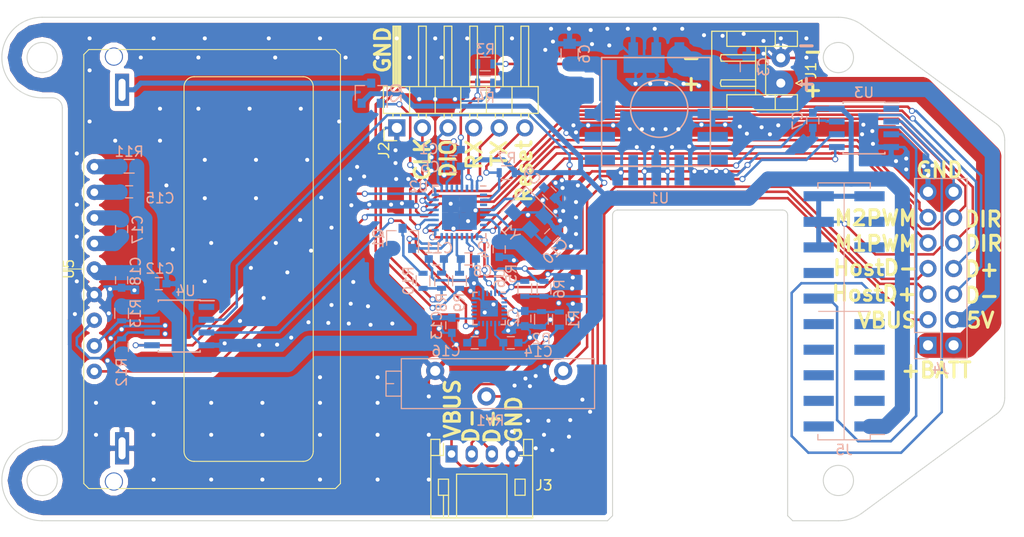
<source format=kicad_pcb>
(kicad_pcb (version 4) (host pcbnew 4.0.7)
  (layers (0 F.Cu signal) (31 B.Cu signal) (34 B.Paste user) (35 F.Paste user) (36 B.SilkS user) (37 F.SilkS user) (38 B.Mask user) (39 F.Mask user) (44 Edge.Cuts user))
  (net 0 "")
  (net 1 GND)
  (net 2 /ADC2/PWM9)
  (net 3 /VBUS_DET)
  (net 4 +BATT)
  (net 5 +3V3)
  (net 6 +5V)
  (net 7 /11U35D-)
  (net 8 "Net-(C9-Pad2)")
  (net 9 "Net-(C10-Pad2)")
  (net 10 /11U35D+)
  (net 11 "Net-(C15-Pad2)")
  (net 12 "Net-(C16-Pad1)")
  (net 13 "Net-(C17-Pad2)")
  (net 14 "Net-(C17-Pad1)")
  (net 15 /SWDIO)
  (net 16 /SWCLK)
  (net 17 VBUS)
  (net 18 /HostD-)
  (net 19 /HostD+)
  (net 20 /D+)
  (net 21 /D-)
  (net 22 /M1PWM)
  (net 23 /M2PWM)
  (net 24 /ADC0)
  (net 25 /ADC1)
  (net 26 /JETSON_SCL)
  (net 27 /JETSON_SDA)
  (net 28 /~USB_CONNECT)
  (net 29 "Net-(Q1-Pad3)")
  (net 30 /ADC3/PWM10)
  (net 31 "Net-(Q2-Pad3)")
  (net 32 /SDA)
  (net 33 /SCL)
  (net 34 "Net-(R11-Pad2)")
  (net 35 "Net-(R12-Pad2)")
  (net 36 "Net-(R13-Pad2)")
  (net 37 "Net-(RV1-Pad1)")
  (net 38 /~LCD_RESET)
  (net 39 /IMU_INT)
  (net 40 /ADC5)
  (net 41 /JETSON_EN)
  (net 42 /RXD)
  (net 43 /TXD)
  (net 44 /~MCU_RESET)
  (module AQM0802:AQM1602 (layer F.Cu) (at 108.42 105.46 270)
    (fp_text reference U5 (at 0 2.54 270) (layer F.SilkS))
    (fp_text value AQM1602)
    (pad 1 thru_hole circle (at -10.16 0 270) (size 1.524 1.524) (drill 0.762) (layers *.Cu *.Mask) (net 34 "Net-(R11-Pad2)"))
    (pad 2 thru_hole circle (at -7.62 0 270) (size 1.524 1.524) (drill 0.762) (layers *.Cu *.Mask) (net 11 "Net-(C15-Pad2)"))
    (pad 3 thru_hole circle (at -5.08 0 270) (size 1.524 1.524) (drill 0.762) (layers *.Cu *.Mask) (net 14 "Net-(C17-Pad1)"))
    (pad 4 thru_hole circle (at -2.54 0 270) (size 1.524 1.524) (drill 0.762) (layers *.Cu *.Mask) (net 13 "Net-(C17-Pad2)"))
    (pad 5 thru_hole circle (at 0 0 270) (size 1.524 1.524) (drill 0.762) (layers *.Cu *.Mask) (net 5 +3V3))
    (pad 6 thru_hole circle (at 2.54 0 270) (size 1.524 1.524) (drill 0.762) (layers *.Cu *.Mask) (net 1 GND))
    (pad 7 thru_hole circle (at 5.08 0 270) (size 1.524 1.524) (drill 0.762) (layers *.Cu *.Mask) (net 35 "Net-(R12-Pad2)"))
    (pad 8 thru_hole circle (at 7.62 0 270) (size 1.524 1.524) (drill 0.762) (layers *.Cu *.Mask) (net 36 "Net-(R13-Pad2)"))
    (pad 9 thru_hole circle (at 10.16 0 270) (size 1.524 1.524) (drill 0.762) (layers *.Cu *.Mask) (net 38 /~LCD_RESET))
    (pad 11 thru_hole rect (at 17.8 -2.75 270) (size 3.2 1.4) (drill oval 2.2 0.7) (layers *.Cu *.Mask) (net 1 GND))
    (pad 10 thru_hole rect (at -17.8 -2.75 270) (size 3.2 1.4) (drill oval 2.2 0.7) (layers *.Cu *.Mask) (net 31 "Net-(Q2-Pad3)"))
    (pad "" np_thru_hole circle (at -21.1 -1.94 270) (size 1.8 1.8) (drill 1.6) (layers *.Cu *.Mask))
    (pad "" np_thru_hole circle (at 21.1 -1.94 270) (size 1.8 1.8) (drill 1.6) (layers *.Cu *.Mask))
  )
  (module Housings_DFN_QFN:QFN-32-1EP_5x5mm_Pitch0.5mm (layer B.Cu) (at 144.64 99.835 180)
    (fp_text reference U2 (at 4.051 2.553 180) (layer B.SilkS) (effects (justify mirror)))
    (fp_text value LPC11U35FHI33/501)
    (pad 1 smd rect (at -2.4 1.75 180) (size 0.7 0.25) (layers B.Cu B.Paste B.Mask))
    (pad 2 smd rect (at -2.4 1.25 180) (size 0.7 0.25) (layers B.Cu B.Paste B.Mask) (net 44 /~MCU_RESET))
    (pad 3 smd rect (at -2.4 0.75 180) (size 0.7 0.25) (layers B.Cu B.Paste B.Mask))
    (pad 4 smd rect (at -2.4 0.25 180) (size 0.7 0.25) (layers B.Cu B.Paste B.Mask) (net 8 "Net-(C9-Pad2)"))
    (pad 5 smd rect (at -2.4 -0.25 180) (size 0.7 0.25) (layers B.Cu B.Paste B.Mask) (net 9 "Net-(C10-Pad2)"))
    (pad 6 smd rect (at -2.4 -0.75 180) (size 0.7 0.25) (layers B.Cu B.Paste B.Mask) (net 5 +3V3))
    (pad 7 smd rect (at -2.4 -1.25 180) (size 0.7 0.25) (layers B.Cu B.Paste B.Mask))
    (pad 8 smd rect (at -2.4 -1.75 180) (size 0.7 0.25) (layers B.Cu B.Paste B.Mask) (net 41 /JETSON_EN))
    (pad 9 smd rect (at -1.75 -2.4 90) (size 0.7 0.25) (layers B.Cu B.Paste B.Mask) (net 3 /VBUS_DET))
    (pad 10 smd rect (at -1.25 -2.4 90) (size 0.7 0.25) (layers B.Cu B.Paste B.Mask) (net 33 /SCL))
    (pad 11 smd rect (at -0.75 -2.4 90) (size 0.7 0.25) (layers B.Cu B.Paste B.Mask) (net 32 /SDA))
    (pad 12 smd rect (at -0.25 -2.4 90) (size 0.7 0.25) (layers B.Cu B.Paste B.Mask))
    (pad 13 smd rect (at 0.25 -2.4 90) (size 0.7 0.25) (layers B.Cu B.Paste B.Mask) (net 7 /11U35D-))
    (pad 14 smd rect (at 0.75 -2.4 90) (size 0.7 0.25) (layers B.Cu B.Paste B.Mask) (net 10 /11U35D+))
    (pad 15 smd rect (at 1.25 -2.4 90) (size 0.7 0.25) (layers B.Cu B.Paste B.Mask) (net 28 /~USB_CONNECT))
    (pad 16 smd rect (at 1.75 -2.4 90) (size 0.7 0.25) (layers B.Cu B.Paste B.Mask) (net 39 /IMU_INT))
    (pad 17 smd rect (at 2.4 -1.75 180) (size 0.7 0.25) (layers B.Cu B.Paste B.Mask) (net 22 /M1PWM))
    (pad 18 smd rect (at 2.4 -1.25 180) (size 0.7 0.25) (layers B.Cu B.Paste B.Mask) (net 23 /M2PWM))
    (pad 19 smd rect (at 2.4 -0.75 180) (size 0.7 0.25) (layers B.Cu B.Paste B.Mask) (net 16 /SWCLK))
    (pad 20 smd rect (at 2.4 -0.25 180) (size 0.7 0.25) (layers B.Cu B.Paste B.Mask) (net 38 /~LCD_RESET))
    (pad 21 smd rect (at 2.4 0.25 180) (size 0.7 0.25) (layers B.Cu B.Paste B.Mask) (net 24 /ADC0))
    (pad 22 smd rect (at 2.4 0.75 180) (size 0.7 0.25) (layers B.Cu B.Paste B.Mask) (net 25 /ADC1))
    (pad 23 smd rect (at 2.4 1.25 180) (size 0.7 0.25) (layers B.Cu B.Paste B.Mask) (net 2 /ADC2/PWM9))
    (pad 24 smd rect (at 2.4 1.75 180) (size 0.7 0.25) (layers B.Cu B.Paste B.Mask) (net 30 /ADC3/PWM10))
    (pad 25 smd rect (at 1.75 2.4 90) (size 0.7 0.25) (layers B.Cu B.Paste B.Mask) (net 15 /SWDIO))
    (pad 26 smd rect (at 1.25 2.4 90) (size 0.7 0.25) (layers B.Cu B.Paste B.Mask) (net 40 /ADC5))
    (pad 27 smd rect (at 0.75 2.4 90) (size 0.7 0.25) (layers B.Cu B.Paste B.Mask))
    (pad 28 smd rect (at 0.25 2.4 90) (size 0.7 0.25) (layers B.Cu B.Paste B.Mask))
    (pad 29 smd rect (at -0.25 2.4 90) (size 0.7 0.25) (layers B.Cu B.Paste B.Mask) (net 5 +3V3))
    (pad 30 smd rect (at -0.75 2.4 90) (size 0.7 0.25) (layers B.Cu B.Paste B.Mask))
    (pad 31 smd rect (at -1.25 2.4 90) (size 0.7 0.25) (layers B.Cu B.Paste B.Mask) (net 42 /RXD))
    (pad 32 smd rect (at -1.75 2.4 90) (size 0.7 0.25) (layers B.Cu B.Paste B.Mask) (net 43 /TXD))
    (pad 33 smd rect (at 0.8625 -0.8625 180) (size 1.725 1.725) (layers B.Cu B.Paste B.Mask) (net 1 GND))
    (pad 33 smd rect (at 0.8625 0.8625 180) (size 1.725 1.725) (layers B.Cu B.Paste B.Mask) (net 1 GND))
    (pad 33 smd rect (at -0.8625 -0.8625 180) (size 1.725 1.725) (layers B.Cu B.Paste B.Mask) (net 1 GND))
    (pad 33 smd rect (at -0.8625 0.8625 180) (size 1.725 1.725) (layers B.Cu B.Paste B.Mask) (net 1 GND))
  )
  (module Socket_Strips:Socket_Strip_Straight_2x10_Pitch2.54mm_SMD (layer B.Cu) (at 182.81 109.66)
    (fp_text reference J5 (at 0 13.76) (layer B.SilkS) (effects (justify mirror)))
    (fp_text value Jetson)
    (pad 1 smd rect (at 2.52 11.43) (size 3 1) (layers B.Cu B.Paste B.Mask) (net 5 +3V3))
    (pad 2 smd rect (at -2.52 11.43) (size 3 1) (layers B.Cu B.Paste B.Mask))
    (pad 3 smd rect (at 2.52 8.89) (size 3 1) (layers B.Cu B.Paste B.Mask))
    (pad 4 smd rect (at -2.52 8.89) (size 3 1) (layers B.Cu B.Paste B.Mask))
    (pad 5 smd rect (at 2.52 6.35) (size 3 1) (layers B.Cu B.Paste B.Mask))
    (pad 6 smd rect (at -2.52 6.35) (size 3 1) (layers B.Cu B.Paste B.Mask))
    (pad 7 smd rect (at 2.52 3.81) (size 3 1) (layers B.Cu B.Paste B.Mask))
    (pad 8 smd rect (at -2.52 3.81) (size 3 1) (layers B.Cu B.Paste B.Mask))
    (pad 9 smd rect (at 2.52 1.27) (size 3 1) (layers B.Cu B.Paste B.Mask))
    (pad 10 smd rect (at -2.52 1.27) (size 3 1) (layers B.Cu B.Paste B.Mask))
    (pad 11 smd rect (at 2.52 -1.27) (size 3 1) (layers B.Cu B.Paste B.Mask) (net 26 /JETSON_SCL))
    (pad 12 smd rect (at -2.52 -1.27) (size 3 1) (layers B.Cu B.Paste B.Mask) (net 27 /JETSON_SDA))
    (pad 13 smd rect (at 2.52 -3.81) (size 3 1) (layers B.Cu B.Paste B.Mask))
    (pad 14 smd rect (at -2.52 -3.81) (size 3 1) (layers B.Cu B.Paste B.Mask))
    (pad 15 smd rect (at 2.52 -6.35) (size 3 1) (layers B.Cu B.Paste B.Mask))
    (pad 16 smd rect (at -2.52 -6.35) (size 3 1) (layers B.Cu B.Paste B.Mask) (net 1 GND))
    (pad 17 smd rect (at 2.52 -8.89) (size 3 1) (layers B.Cu B.Paste B.Mask))
    (pad 18 smd rect (at -2.52 -8.89) (size 3 1) (layers B.Cu B.Paste B.Mask) (net 1 GND))
    (pad 19 smd rect (at 2.52 -11.43) (size 3 1) (layers B.Cu B.Paste B.Mask) (net 1 GND))
    (pad 20 smd rect (at -2.52 -11.43) (size 3 1) (layers B.Cu B.Paste B.Mask) (net 1 GND))
  )
  (module Capacitors_SMD:C_0603 (layer B.Cu) (at 142.355 104.4575 180)
    (fp_text reference C11 (at -0.2025 1.0795 180) (layer B.SilkS) (effects (justify mirror)))
    (fp_text value 18p)
    (pad 2 smd rect (at 0.75 0 180) (size 0.8 0.75) (layers B.Cu B.Paste B.Mask) (net 1 GND))
    (pad 1 smd rect (at -0.75 0 180) (size 0.8 0.75) (layers B.Cu B.Paste B.Mask) (net 10 /11U35D+))
  )
  (module Capacitors_SMD:C_0603 (layer B.Cu) (at 144.03 93.599 180)
    (fp_text reference C1 (at 2.425 0.0635 180) (layer B.SilkS) (effects (justify mirror)))
    (fp_text value 0.1u)
    (pad 2 smd rect (at 0.75 0 180) (size 0.8 0.75) (layers B.Cu B.Paste B.Mask) (net 1 GND))
    (pad 1 smd rect (at -0.75 0 180) (size 0.8 0.75) (layers B.Cu B.Paste B.Mask) (net 40 /ADC5))
  )
  (module Capacitors_SMD:C_0603 (layer B.Cu) (at 151.13 110.375 270)
    (fp_text reference C2 (at -0.0755 1.143 270) (layer B.SilkS) (effects (justify mirror)))
    (fp_text value 0.1u)
    (pad 2 smd rect (at 0.75 0 270) (size 0.8 0.75) (layers B.Cu B.Paste B.Mask) (net 1 GND))
    (pad 1 smd rect (at -0.75 0 270) (size 0.8 0.75) (layers B.Cu B.Paste B.Mask) (net 3 /VBUS_DET))
  )
  (module Capacitors_SMD:C_0805 (layer B.Cu) (at 173.355 85.36 90)
    (fp_text reference C3 (at 0 1.5 90) (layer B.SilkS) (effects (justify mirror)))
    (fp_text value 22u)
    (pad 1 smd rect (at -1 0 90) (size 1 1.25) (layers B.Cu B.Paste B.Mask) (net 4 +BATT))
    (pad 2 smd rect (at 1 0 90) (size 1 1.25) (layers B.Cu B.Paste B.Mask) (net 1 GND))
  )
  (module Capacitors_SMD:C_0603 (layer B.Cu) (at 148.59 103.505 270)
    (fp_text reference C4 (at 0 1.5 270) (layer B.SilkS) (effects (justify mirror)))
    (fp_text value 0.1u)
    (pad 2 smd rect (at 0.75 0 270) (size 0.8 0.75) (layers B.Cu B.Paste B.Mask) (net 1 GND))
    (pad 1 smd rect (at -0.75 0 270) (size 0.8 0.75) (layers B.Cu B.Paste B.Mask) (net 5 +3V3))
  )
  (module Capacitors_SMD:C_0603 (layer B.Cu) (at 144.03 95.25)
    (fp_text reference C5 (at -2.298 0.0635) (layer B.SilkS) (effects (justify mirror)))
    (fp_text value 0.1u)
    (pad 2 smd rect (at 0.75 0) (size 0.8 0.75) (layers B.Cu B.Paste B.Mask) (net 5 +3V3))
    (pad 1 smd rect (at -0.75 0) (size 0.8 0.75) (layers B.Cu B.Paste B.Mask) (net 1 GND))
  )
  (module Capacitors_SMD:C_0805 (layer B.Cu) (at 155.575 84.09 90)
    (fp_text reference C6 (at 0 1.5 90) (layer B.SilkS) (effects (justify mirror)))
    (fp_text value 10u)
    (pad 1 smd rect (at -1 0 90) (size 1 1.25) (layers B.Cu B.Paste B.Mask) (net 6 +5V))
    (pad 2 smd rect (at 1 0 90) (size 1 1.25) (layers B.Cu B.Paste B.Mask) (net 1 GND))
  )
  (module Capacitors_SMD:C_0603 (layer B.Cu) (at 179.705 90.69 270)
    (fp_text reference C7 (at 0 1.5 270) (layer B.SilkS) (effects (justify mirror)))
    (fp_text value 0.1u)
    (pad 2 smd rect (at 0.75 0 270) (size 0.8 0.75) (layers B.Cu B.Paste B.Mask) (net 1 GND))
    (pad 1 smd rect (at -0.75 0 270) (size 0.8 0.75) (layers B.Cu B.Paste B.Mask) (net 5 +3V3))
  )
  (module Capacitors_SMD:C_0603 (layer B.Cu) (at 145.53 104.4575)
    (fp_text reference C8 (at 1.409 1.2065) (layer B.SilkS) (effects (justify mirror)))
    (fp_text value 18p)
    (pad 2 smd rect (at 0.75 0) (size 0.8 0.75) (layers B.Cu B.Paste B.Mask) (net 1 GND))
    (pad 1 smd rect (at -0.75 0) (size 0.8 0.75) (layers B.Cu B.Paste B.Mask) (net 7 /11U35D-))
  )
  (module Capacitors_SMD:C_0603 (layer B.Cu) (at 153.56533 97.89467 135)
    (fp_text reference C9 (at 2.424669 -0.031579 135) (layer B.SilkS) (effects (justify mirror)))
    (fp_text value 18p)
    (pad 2 smd rect (at 0.75 0 135) (size 0.8 0.75) (layers B.Cu B.Paste B.Mask) (net 8 "Net-(C9-Pad2)"))
    (pad 1 smd rect (at -0.75 0 135) (size 0.8 0.75) (layers B.Cu B.Paste B.Mask) (net 1 GND))
  )
  (module Capacitors_SMD:C_0603 (layer B.Cu) (at 153.77467 102.13033 225)
    (fp_text reference C10 (at 0.821545 -1.39194 225) (layer B.SilkS) (effects (justify mirror)))
    (fp_text value 18p)
    (pad 2 smd rect (at 0.75 0 225) (size 0.8 0.75) (layers B.Cu B.Paste B.Mask) (net 9 "Net-(C10-Pad2)"))
    (pad 1 smd rect (at -0.75 0 225) (size 0.8 0.75) (layers B.Cu B.Paste B.Mask) (net 1 GND))
  )
  (module Capacitors_SMD:C_0603 (layer B.Cu) (at 114.82 106.91)
    (fp_text reference C12 (at 0.115 -1.5) (layer B.SilkS) (effects (justify mirror)))
    (fp_text value 0.1u)
    (pad 2 smd rect (at 0.75 0) (size 0.8 0.75) (layers B.Cu B.Paste B.Mask) (net 1 GND))
    (pad 1 smd rect (at -0.75 0) (size 0.8 0.75) (layers B.Cu B.Paste B.Mask) (net 5 +3V3))
  )
  (module Capacitors_SMD:C_0603 (layer B.Cu) (at 143.891 111.0495 270)
    (fp_text reference C13 (at 0 1.5 270) (layer B.SilkS) (effects (justify mirror)))
    (fp_text value 0.1u)
    (pad 2 smd rect (at 0.75 0 270) (size 0.8 0.75) (layers B.Cu B.Paste B.Mask) (net 1 GND))
    (pad 1 smd rect (at -0.75 0 270) (size 0.8 0.75) (layers B.Cu B.Paste B.Mask) (net 5 +3V3))
  )
  (module Capacitors_SMD:C_0603 (layer B.Cu) (at 149.745 112.776 180)
    (fp_text reference C14 (at -2.7185 -0.889 180) (layer B.SilkS) (effects (justify mirror)))
    (fp_text value 0.01u)
    (pad 2 smd rect (at 0.75 0 180) (size 0.8 0.75) (layers B.Cu B.Paste B.Mask) (net 5 +3V3))
    (pad 1 smd rect (at -0.75 0 180) (size 0.8 0.75) (layers B.Cu B.Paste B.Mask) (net 1 GND))
  )
  (module Capacitors_SMD:C_0603 (layer B.Cu) (at 111.875 97.79 180)
    (fp_text reference C15 (at -3.06 -0.635 180) (layer B.SilkS) (effects (justify mirror)))
    (fp_text value 1.0u)
    (pad 2 smd rect (at 0.75 0 180) (size 0.8 0.75) (layers B.Cu B.Paste B.Mask) (net 11 "Net-(C15-Pad2)"))
    (pad 1 smd rect (at -0.75 0 180) (size 0.8 0.75) (layers B.Cu B.Paste B.Mask) (net 5 +3V3))
  )
  (module Capacitors_SMD:C_0603 (layer B.Cu) (at 146.165 112.776 180)
    (fp_text reference C16 (at 2.8455 -0.8255 180) (layer B.SilkS) (effects (justify mirror)))
    (fp_text value 0.1u)
    (pad 2 smd rect (at 0.75 0 180) (size 0.8 0.75) (layers B.Cu B.Paste B.Mask) (net 1 GND))
    (pad 1 smd rect (at -0.75 0 180) (size 0.8 0.75) (layers B.Cu B.Paste B.Mask) (net 12 "Net-(C16-Pad1)"))
  )
  (module Capacitors_SMD:C_0603 (layer B.Cu) (at 111.125 101.485 270)
    (fp_text reference C17 (at 0.0515 -1.5875 270) (layer B.SilkS) (effects (justify mirror)))
    (fp_text value 1.0u)
    (pad 2 smd rect (at 0.75 0 270) (size 0.8 0.75) (layers B.Cu B.Paste B.Mask) (net 13 "Net-(C17-Pad2)"))
    (pad 1 smd rect (at -0.75 0 270) (size 0.8 0.75) (layers B.Cu B.Paste B.Mask) (net 14 "Net-(C17-Pad1)"))
  )
  (module Capacitors_SMD:C_0603 (layer B.Cu) (at 111.125 106.565 270)
    (fp_text reference C18 (at -0.901 -1.397 270) (layer B.SilkS) (effects (justify mirror)))
    (fp_text value 0.1u)
    (pad 2 smd rect (at 0.75 0 270) (size 0.8 0.75) (layers B.Cu B.Paste B.Mask) (net 1 GND))
    (pad 1 smd rect (at -0.75 0 270) (size 0.8 0.75) (layers B.Cu B.Paste B.Mask) (net 5 +3V3))
  )
  (module Connectors_JST:JST_EH_S02B-EH_02x2.50mm_Angled (layer F.Cu) (at 176.53 86.995 90)
    (fp_text reference J1 (at 1.25 3 90) (layer F.SilkS))
    (fp_text value Batt)
    (pad 1 thru_hole rect (at 0 0 90) (size 1.85 1.85) (drill 0.9) (layers *.Cu *.Mask) (net 4 +BATT))
    (pad 2 thru_hole circle (at 2.5 0 90) (size 1.85 1.85) (drill 0.9) (layers *.Cu *.Mask) (net 1 GND))
  )
  (module Pin_Headers:Pin_Header_Angled_1x06_Pitch2.54mm (layer F.Cu) (at 138.43 91.44 90)
    (fp_text reference J2 (at -2.2225 -1.27 90) (layer F.SilkS))
    (fp_text value DEBUG)
    (pad 1 thru_hole rect (at 0 0 90) (size 1.7 1.7) (drill 1) (layers *.Cu *.Mask) (net 1 GND))
    (pad 2 thru_hole oval (at 0 2.54 90) (size 1.7 1.7) (drill 1) (layers *.Cu *.Mask) (net 16 /SWCLK))
    (pad 3 thru_hole oval (at 0 5.08 90) (size 1.7 1.7) (drill 1) (layers *.Cu *.Mask) (net 15 /SWDIO))
    (pad 4 thru_hole oval (at 0 7.62 90) (size 1.7 1.7) (drill 1) (layers *.Cu *.Mask) (net 42 /RXD))
    (pad 5 thru_hole oval (at 0 10.16 90) (size 1.7 1.7) (drill 1) (layers *.Cu *.Mask) (net 43 /TXD))
    (pad 6 thru_hole oval (at 0 12.7 90) (size 1.7 1.7) (drill 1) (layers *.Cu *.Mask) (net 44 /~MCU_RESET))
  )
  (module Connectors_JST:JST_PH_S4B-PH-K_04x2.00mm_Angled (layer F.Cu) (at 143.86 123.825)
    (fp_text reference J3 (at 9.175 3.1115) (layer F.SilkS))
    (fp_text value Jetson_USB)
    (pad 1 thru_hole rect (at 0 0) (size 1.2 1.7) (drill 0.75) (layers *.Cu *.Mask) (net 17 VBUS))
    (pad 2 thru_hole oval (at 2 0) (size 1.2 1.7) (drill 0.75) (layers *.Cu *.Mask) (net 18 /HostD-))
    (pad 3 thru_hole oval (at 4 0) (size 1.2 1.7) (drill 0.75) (layers *.Cu *.Mask) (net 19 /HostD+))
    (pad 4 thru_hole oval (at 6 0) (size 1.2 1.7) (drill 0.75) (layers *.Cu *.Mask) (net 1 GND))
  )
  (module Pin_Headers:Pin_Header_Straight_2x07_Pitch2.54mm (layer B.Cu) (at 191.135 113.03)
    (fp_text reference J4 (at 1.27 2.33) (layer B.SilkS) (effects (justify mirror)))
    (fp_text value MIL-14)
    (pad 1 thru_hole rect (at 0 0) (size 1.7 1.7) (drill 1) (layers *.Cu *.Mask) (net 4 +BATT))
    (pad 2 thru_hole oval (at 2.54 0) (size 1.7 1.7) (drill 1) (layers *.Cu *.Mask) (net 4 +BATT))
    (pad 3 thru_hole oval (at 0 -2.54) (size 1.7 1.7) (drill 1) (layers *.Cu *.Mask) (net 17 VBUS))
    (pad 4 thru_hole oval (at 2.54 -2.54) (size 1.7 1.7) (drill 1) (layers *.Cu *.Mask) (net 6 +5V))
    (pad 5 thru_hole oval (at 0 -5.08) (size 1.7 1.7) (drill 1) (layers *.Cu *.Mask) (net 19 /HostD+))
    (pad 6 thru_hole oval (at 2.54 -5.08) (size 1.7 1.7) (drill 1) (layers *.Cu *.Mask) (net 21 /D-))
    (pad 7 thru_hole oval (at 0 -7.62) (size 1.7 1.7) (drill 1) (layers *.Cu *.Mask) (net 18 /HostD-))
    (pad 8 thru_hole oval (at 2.54 -7.62) (size 1.7 1.7) (drill 1) (layers *.Cu *.Mask) (net 20 /D+))
    (pad 9 thru_hole oval (at 0 -10.16) (size 1.7 1.7) (drill 1) (layers *.Cu *.Mask) (net 22 /M1PWM))
    (pad 10 thru_hole oval (at 2.54 -10.16) (size 1.7 1.7) (drill 1) (layers *.Cu *.Mask) (net 25 /ADC1))
    (pad 11 thru_hole oval (at 0 -12.7) (size 1.7 1.7) (drill 1) (layers *.Cu *.Mask) (net 23 /M2PWM))
    (pad 12 thru_hole oval (at 2.54 -12.7) (size 1.7 1.7) (drill 1) (layers *.Cu *.Mask) (net 24 /ADC0))
    (pad 13 thru_hole oval (at 0 -15.24) (size 1.7 1.7) (drill 1) (layers *.Cu *.Mask) (net 1 GND))
    (pad 14 thru_hole oval (at 2.54 -15.24) (size 1.7 1.7) (drill 1) (layers *.Cu *.Mask) (net 1 GND))
  )
  (module TO_SOT_Packages_SMD:SOT-23 (layer B.Cu) (at 139.0015 102.4095 90)
    (fp_text reference Q1 (at 0 -2.413 90) (layer B.SilkS) (effects (justify mirror)))
    (fp_text value Q_PMOS_GSD)
    (pad 1 smd rect (at -1 0.95 90) (size 0.9 0.8) (layers B.Cu B.Paste B.Mask) (net 28 /~USB_CONNECT))
    (pad 2 smd rect (at -1 -0.95 90) (size 0.9 0.8) (layers B.Cu B.Paste B.Mask) (net 5 +3V3))
    (pad 3 smd rect (at 1 0 90) (size 0.9 0.8) (layers B.Cu B.Paste B.Mask) (net 29 "Net-(Q1-Pad3)"))
  )
  (module TO_SOT_Packages_SMD:SOT-23 (layer B.Cu) (at 135.89 87.995 90)
    (fp_text reference Q2 (at 0 2.5 90) (layer B.SilkS) (effects (justify mirror)))
    (fp_text value Q_PMOS_GSD)
    (pad 1 smd rect (at -1 0.95 90) (size 0.9 0.8) (layers B.Cu B.Paste B.Mask) (net 30 /ADC3/PWM10))
    (pad 2 smd rect (at -1 -0.95 90) (size 0.9 0.8) (layers B.Cu B.Paste B.Mask) (net 5 +3V3))
    (pad 3 smd rect (at 1 0 90) (size 0.9 0.8) (layers B.Cu B.Paste B.Mask) (net 31 "Net-(Q2-Pad3)"))
  )
  (module Resistors_SMD:R_0603 (layer B.Cu) (at 154.559 110.478 90)
    (fp_text reference R1 (at 0 1.45 90) (layer B.SilkS) (effects (justify mirror)))
    (fp_text value 100k)
    (pad 1 smd rect (at -0.75 0 90) (size 0.5 0.9) (layers B.Cu B.Paste B.Mask) (net 17 VBUS))
    (pad 2 smd rect (at 0.75 0 90) (size 0.5 0.9) (layers B.Cu B.Paste B.Mask) (net 3 /VBUS_DET))
  )
  (module Resistors_SMD:R_0603 (layer B.Cu) (at 152.781 110.4385 270)
    (fp_text reference R2 (at 1.9565 0 360) (layer B.SilkS) (effects (justify mirror)))
    (fp_text value 100k)
    (pad 1 smd rect (at -0.75 0 270) (size 0.5 0.9) (layers B.Cu B.Paste B.Mask) (net 3 /VBUS_DET))
    (pad 2 smd rect (at 0.75 0 270) (size 0.5 0.9) (layers B.Cu B.Paste B.Mask) (net 1 GND))
  )
  (module Resistors_SMD:R_0603 (layer B.Cu) (at 147.205 85.09 180)
    (fp_text reference R3 (at 0 1.45 180) (layer B.SilkS) (effects (justify mirror)))
    (fp_text value 240k)
    (pad 1 smd rect (at -0.75 0 180) (size 0.5 0.9) (layers B.Cu B.Paste B.Mask) (net 4 +BATT))
    (pad 2 smd rect (at 0.75 0 180) (size 0.5 0.9) (layers B.Cu B.Paste B.Mask) (net 40 /ADC5))
  )
  (module Resistors_SMD:R_0603 (layer B.Cu) (at 147.205 86.995)
    (fp_text reference R4 (at 0 1.45) (layer B.SilkS) (effects (justify mirror)))
    (fp_text value 75k)
    (pad 1 smd rect (at -0.75 0) (size 0.5 0.9) (layers B.Cu B.Paste B.Mask) (net 40 /ADC5))
    (pad 2 smd rect (at 0.75 0) (size 0.5 0.9) (layers B.Cu B.Paste B.Mask) (net 1 GND))
  )
  (module Resistors_SMD:R_0603 (layer B.Cu) (at 151.13 107.43 90)
    (fp_text reference R5 (at 1.512 -1.3335 90) (layer B.SilkS) (effects (justify mirror)))
    (fp_text value 2k)
    (pad 1 smd rect (at -0.75 0 90) (size 0.5 0.9) (layers B.Cu B.Paste B.Mask) (net 5 +3V3))
    (pad 2 smd rect (at 0.75 0 90) (size 0.5 0.9) (layers B.Cu B.Paste B.Mask) (net 32 /SDA))
  )
  (module Resistors_SMD:R_0603 (layer B.Cu) (at 153.035 107.43 90)
    (fp_text reference R6 (at 0 1.524 90) (layer B.SilkS) (effects (justify mirror)))
    (fp_text value 2k)
    (pad 1 smd rect (at -0.75 0 90) (size 0.5 0.9) (layers B.Cu B.Paste B.Mask) (net 5 +3V3))
    (pad 2 smd rect (at 0.75 0 90) (size 0.5 0.9) (layers B.Cu B.Paste B.Mask) (net 33 /SCL))
  )
  (module Resistors_SMD:R_0603 (layer B.Cu) (at 149.34 95.885 180)
    (fp_text reference R7 (at 0 1.45 180) (layer B.SilkS) (effects (justify mirror)))
    (fp_text value 10k)
    (pad 1 smd rect (at -0.75 0 180) (size 0.5 0.9) (layers B.Cu B.Paste B.Mask) (net 5 +3V3))
    (pad 2 smd rect (at 0.75 0 180) (size 0.5 0.9) (layers B.Cu B.Paste B.Mask) (net 44 /~MCU_RESET))
  )
  (module Resistors_SMD:R_0603 (layer B.Cu) (at 142.875 106.6165 90)
    (fp_text reference R8 (at -2.159 0 90) (layer B.SilkS) (effects (justify mirror)))
    (fp_text value 33)
    (pad 1 smd rect (at -0.75 0 90) (size 0.5 0.9) (layers B.Cu B.Paste B.Mask) (net 20 /D+))
    (pad 2 smd rect (at 0.75 0 90) (size 0.5 0.9) (layers B.Cu B.Paste B.Mask) (net 10 /11U35D+))
  )
  (module Resistors_SMD:R_0603 (layer B.Cu) (at 144.653 106.6285 90)
    (fp_text reference R9 (at -2.147 0 90) (layer B.SilkS) (effects (justify mirror)))
    (fp_text value 33)
    (pad 1 smd rect (at -0.75 0 90) (size 0.5 0.9) (layers B.Cu B.Paste B.Mask) (net 21 /D-))
    (pad 2 smd rect (at 0.75 0 90) (size 0.5 0.9) (layers B.Cu B.Paste B.Mask) (net 7 /11U35D-))
  )
  (module Resistors_SMD:R_0603 (layer B.Cu) (at 141.0335 106.6285 270)
    (fp_text reference R10 (at 0 1.45 270) (layer B.SilkS) (effects (justify mirror)))
    (fp_text value 1.5k)
    (pad 1 smd rect (at -0.75 0 270) (size 0.5 0.9) (layers B.Cu B.Paste B.Mask) (net 29 "Net-(Q1-Pad3)"))
    (pad 2 smd rect (at 0.75 0 270) (size 0.5 0.9) (layers B.Cu B.Paste B.Mask) (net 20 /D+))
  )
  (module Resistors_SMD:R_0603 (layer B.Cu) (at 111.125 113.145 90)
    (fp_text reference R12 (at -2.552 0 90) (layer B.SilkS) (effects (justify mirror)))
    (fp_text value 10k)
    (pad 1 smd rect (at -0.75 0 90) (size 0.5 0.9) (layers B.Cu B.Paste B.Mask) (net 5 +3V3))
    (pad 2 smd rect (at 0.75 0 90) (size 0.5 0.9) (layers B.Cu B.Paste B.Mask) (net 35 "Net-(R12-Pad2)"))
  )
  (module Resistors_SMD:R_0603 (layer B.Cu) (at 111.125 109.855 270)
    (fp_text reference R13 (at 0 -1.397 270) (layer B.SilkS) (effects (justify mirror)))
    (fp_text value 10k)
    (pad 1 smd rect (at -0.75 0 270) (size 0.5 0.9) (layers B.Cu B.Paste B.Mask) (net 5 +3V3))
    (pad 2 smd rect (at 0.75 0 270) (size 0.5 0.9) (layers B.Cu B.Paste B.Mask) (net 36 "Net-(R13-Pad2)"))
  )
  (module Potentiometers:Potentiometer_Trimmer_Bourns_3006P (layer B.Cu) (at 154.94 115.57)
    (fp_text reference RV1 (at -7.235 4.935) (layer B.SilkS) (effects (justify mirror)))
    (fp_text value 2k)
    (pad 1 thru_hole circle (at 0 0) (size 1.8 1.8) (drill 1) (layers *.Cu *.Mask) (net 37 "Net-(RV1-Pad1)"))
    (pad 2 thru_hole circle (at -7.62 2.54) (size 1.8 1.8) (drill 1) (layers *.Cu *.Mask) (net 37 "Net-(RV1-Pad1)"))
    (pad 3 thru_hole circle (at -12.7 0) (size 1.8 1.8) (drill 1) (layers *.Cu *.Mask) (net 1 GND))
  )
  (module OKL-T_6-W12N-C:OKL-T_6-W12N-C (layer B.Cu) (at 164.465 89.535 180)
    (fp_text reference U1 (at 0 -8.89 180) (layer B.SilkS) (effects (justify mirror)))
    (fp_text value OKL-T/6-W12N-C)
    (pad 9 smd trapezoid (at -5.31 -5.08 180) (size 3 0.96) (layers B.Cu B.Paste B.Mask))
    (pad 8 smd trapezoid (at -2 -6.1 180) (size 0.96 3) (layers B.Cu B.Paste B.Mask))
    (pad 7 smd trapezoid (at 0.29 -6.1 180) (size 0.96 3) (layers B.Cu B.Paste B.Mask) (net 1 GND))
    (pad 12 smd trapezoid (at 2.58 -6.1 180) (size 0.96 3) (layers B.Cu B.Paste B.Mask))
    (pad 6 smd trapezoid (at 5.89 -5.08 180) (size 3 0.96) (layers B.Cu B.Paste B.Mask) (net 37 "Net-(RV1-Pad1)"))
    (pad 10 smd trapezoid (at -5.31 -2.79 180) (size 3 0.96) (layers B.Cu B.Paste B.Mask))
    (pad 1 smd trapezoid (at -5.31 -0.5 180) (size 3 0.96) (layers B.Cu B.Paste B.Mask) (net 1 GND))
    (pad 11 smd trapezoid (at 5.89 -2.79 180) (size 3 0.96) (layers B.Cu B.Paste B.Mask))
    (pad 5 smd trapezoid (at 5.89 -0.5 180) (size 3 0.96) (layers B.Cu B.Paste B.Mask) (net 6 +5V))
    (pad 2 smd trapezoid (at -5.31 4.08 180) (size 3 0.96) (layers B.Cu B.Paste B.Mask) (net 4 +BATT))
    (pad 4 smd trapezoid (at 5.89 4.08 180) (size 3 0.96) (layers B.Cu B.Paste B.Mask) (net 6 +5V))
    (pad 2 smd trapezoid (at -2 5.1 180) (size 0.96 3) (layers B.Cu B.Paste B.Mask) (net 4 +BATT))
    (pad 3 smd trapezoid (at 0.29 5.1 180) (size 0.96 3) (layers B.Cu B.Paste B.Mask) (net 1 GND))
    (pad 3 smd trapezoid (at 2.58 5.1 180) (size 0.96 3) (layers B.Cu B.Paste B.Mask) (net 1 GND))
    (pad 2 smd rect (at -3.4 4.445 180) (size 4.07 1.77) (layers B.Cu B.Paste B.Mask) (net 4 +BATT))
    (pad 3 smd rect (at 1.5 4.445 180) (size 4.07 1.77) (layers B.Cu B.Paste B.Mask) (net 1 GND))
    (pad 4 smd rect (at 5.08 2.8 90) (size 4.07 1.77) (layers B.Cu B.Paste B.Mask) (net 6 +5V))
  )
  (module Housings_SOIC:SOIC-8_3.9x4.9mm_Pitch1.27mm (layer B.Cu) (at 184.785 91.44 180)
    (fp_text reference U3 (at 0 3.5 180) (layer B.SilkS) (effects (justify mirror)))
    (fp_text value PCA9515A)
    (pad 1 smd rect (at -2.7 1.905 180) (size 1.55 0.6) (layers B.Cu B.Paste B.Mask))
    (pad 2 smd rect (at -2.7 0.635 180) (size 1.55 0.6) (layers B.Cu B.Paste B.Mask) (net 26 /JETSON_SCL))
    (pad 3 smd rect (at -2.7 -0.635 180) (size 1.55 0.6) (layers B.Cu B.Paste B.Mask) (net 27 /JETSON_SDA))
    (pad 4 smd rect (at -2.7 -1.905 180) (size 1.55 0.6) (layers B.Cu B.Paste B.Mask) (net 1 GND))
    (pad 5 smd rect (at 2.7 -1.905 180) (size 1.55 0.6) (layers B.Cu B.Paste B.Mask) (net 41 /JETSON_EN))
    (pad 6 smd rect (at 2.7 -0.635 180) (size 1.55 0.6) (layers B.Cu B.Paste B.Mask) (net 32 /SDA))
    (pad 7 smd rect (at 2.7 0.635 180) (size 1.55 0.6) (layers B.Cu B.Paste B.Mask) (net 33 /SCL))
    (pad 8 smd rect (at 2.7 1.905 180) (size 1.55 0.6) (layers B.Cu B.Paste B.Mask) (net 5 +3V3))
  )
  (module Housings_SOIC:SOIC-8_3.9x4.9mm_Pitch1.27mm (layer B.Cu) (at 116.84 111.125 180)
    (fp_text reference U4 (at -0.635 3.5 180) (layer B.SilkS) (effects (justify mirror)))
    (fp_text value PCA9515A)
    (pad 1 smd rect (at -2.7 1.905 180) (size 1.55 0.6) (layers B.Cu B.Paste B.Mask))
    (pad 2 smd rect (at -2.7 0.635 180) (size 1.55 0.6) (layers B.Cu B.Paste B.Mask) (net 33 /SCL))
    (pad 3 smd rect (at -2.7 -0.635 180) (size 1.55 0.6) (layers B.Cu B.Paste B.Mask) (net 32 /SDA))
    (pad 4 smd rect (at -2.7 -1.905 180) (size 1.55 0.6) (layers B.Cu B.Paste B.Mask) (net 1 GND))
    (pad 5 smd rect (at 2.7 -1.905 180) (size 1.55 0.6) (layers B.Cu B.Paste B.Mask) (net 2 /ADC2/PWM9))
    (pad 6 smd rect (at 2.7 -0.635 180) (size 1.55 0.6) (layers B.Cu B.Paste B.Mask) (net 35 "Net-(R12-Pad2)"))
    (pad 7 smd rect (at 2.7 0.635 180) (size 1.55 0.6) (layers B.Cu B.Paste B.Mask) (net 36 "Net-(R13-Pad2)"))
    (pad 8 smd rect (at 2.7 1.905 180) (size 1.55 0.6) (layers B.Cu B.Paste B.Mask) (net 5 +3V3))
  )
  (module Housings_DFN_QFN:QFN-24-1EP_3x3mm_Pitch0.4mm (layer B.Cu) (at 147.59 109.371 180)
    (fp_text reference U6 (at -1.0635 3.0085 270) (layer B.SilkS) (effects (justify mirror)))
    (fp_text value MPU6500)
    (pad 1 smd rect (at -1.5 1 180) (size 0.5 0.2) (layers B.Cu B.Paste B.Mask))
    (pad 2 smd rect (at -1.5 0.6 180) (size 0.55 0.2) (layers B.Cu B.Paste B.Mask))
    (pad 3 smd rect (at -1.5 0.2 180) (size 0.55 0.2) (layers B.Cu B.Paste B.Mask))
    (pad 4 smd rect (at -1.5 -0.2 180) (size 0.55 0.2) (layers B.Cu B.Paste B.Mask))
    (pad 5 smd rect (at -1.5 -0.6 180) (size 0.55 0.2) (layers B.Cu B.Paste B.Mask))
    (pad 6 smd rect (at -1.5 -1 180) (size 0.5 0.2) (layers B.Cu B.Paste B.Mask))
    (pad 7 smd rect (at -1 -1.5 90) (size 0.5 0.2) (layers B.Cu B.Paste B.Mask))
    (pad 8 smd rect (at -0.6 -1.5 90) (size 0.55 0.2) (layers B.Cu B.Paste B.Mask) (net 5 +3V3))
    (pad 9 smd rect (at -0.2 -1.5 90) (size 0.55 0.2) (layers B.Cu B.Paste B.Mask))
    (pad 10 smd rect (at 0.2 -1.5 90) (size 0.55 0.2) (layers B.Cu B.Paste B.Mask) (net 12 "Net-(C16-Pad1)"))
    (pad 11 smd rect (at 0.6 -1.5 90) (size 0.55 0.2) (layers B.Cu B.Paste B.Mask))
    (pad 12 smd rect (at 1 -1.5 90) (size 0.5 0.2) (layers B.Cu B.Paste B.Mask) (net 39 /IMU_INT))
    (pad 13 smd rect (at 1.5 -1 180) (size 0.5 0.2) (layers B.Cu B.Paste B.Mask) (net 5 +3V3))
    (pad 14 smd rect (at 1.5 -0.6 180) (size 0.55 0.2) (layers B.Cu B.Paste B.Mask))
    (pad 15 smd rect (at 1.5 -0.2 180) (size 0.55 0.2) (layers B.Cu B.Paste B.Mask))
    (pad 16 smd rect (at 1.5 0.2 180) (size 0.55 0.2) (layers B.Cu B.Paste B.Mask))
    (pad 17 smd rect (at 1.5 0.6 180) (size 0.55 0.2) (layers B.Cu B.Paste B.Mask))
    (pad 18 smd rect (at 1.5 1 180) (size 0.5 0.2) (layers B.Cu B.Paste B.Mask) (net 1 GND))
    (pad 19 smd rect (at 1 1.5 90) (size 0.5 0.2) (layers B.Cu B.Paste B.Mask))
    (pad 20 smd rect (at 0.6 1.5 90) (size 0.55 0.2) (layers B.Cu B.Paste B.Mask) (net 1 GND))
    (pad 21 smd rect (at 0.2 1.5 90) (size 0.55 0.2) (layers B.Cu B.Paste B.Mask))
    (pad 22 smd rect (at -0.2 1.5 90) (size 0.55 0.2) (layers B.Cu B.Paste B.Mask))
    (pad 23 smd rect (at -0.6 1.5 90) (size 0.55 0.2) (layers B.Cu B.Paste B.Mask) (net 33 /SCL))
    (pad 24 smd rect (at -1 1.5 90) (size 0.5 0.2) (layers B.Cu B.Paste B.Mask) (net 32 /SDA))
    (pad 25 smd rect (at 0.435 -0.4 180) (size 0.875 0.8) (layers B.Cu B.Paste B.Mask) (net 1 GND))
    (pad 25 smd rect (at 0.435 0.4 180) (size 0.875 0.8) (layers B.Cu B.Paste B.Mask) (net 1 GND))
    (pad 25 smd rect (at -0.435 -0.4 180) (size 0.875 0.8) (layers B.Cu B.Paste B.Mask) (net 1 GND))
    (pad 25 smd rect (at -0.435 0.4 180) (size 0.875 0.8) (layers B.Cu B.Paste B.Mask) (net 1 GND))
  )
  (module Oscillators:Oscillator_SMD_SeikoEpson_SG8002CE-4pin_3.2x2.5mm (layer B.Cu) (at 151.51472 100.015 315)
    (fp_text reference Y1 (at 0 2.55 315) (layer B.SilkS) (effects (justify mirror)))
    (fp_text value 12M)
    (pad 1 smd rect (at -1.2 -0.95 315) (size 1.4 1.2) (layers B.Cu B.Paste B.Mask) (net 8 "Net-(C9-Pad2)"))
    (pad 2 smd rect (at 1.2 -0.95 315) (size 1.4 1.2) (layers B.Cu B.Paste B.Mask) (net 1 GND))
    (pad 3 smd rect (at 1.2 0.95 315) (size 1.4 1.2) (layers B.Cu B.Paste B.Mask) (net 9 "Net-(C10-Pad2)"))
    (pad 4 smd rect (at -1.2 0.95 315) (size 1.4 1.2) (layers B.Cu B.Paste B.Mask) (net 1 GND))
  )
  (module Resistors_SMD:R_0603 (layer B.Cu) (at 111.875 95.25 180)
    (fp_text reference R11 (at 0 1.45 180) (layer B.SilkS) (effects (justify mirror)))
    (fp_text value R)
    (pad 1 smd rect (at -0.75 0 180) (size 0.5 0.9) (layers B.Cu B.Paste B.Mask) (net 5 +3V3))
    (pad 2 smd rect (at 0.75 0 180) (size 0.5 0.9) (layers B.Cu B.Paste B.Mask) (net 34 "Net-(R11-Pad2)"))
  )
  (gr_arc (start 104.245 89.454999) (end 105.245 89.454999) (angle -90) (layer Edge.Cuts) (width 0.1))
  (gr_line (start 105.240082 105.457074) (end 107.240082 105.457074) (layer F.SilkS) (width 0.1))
  (gr_text Reset (at 151.0665 95.758 90) (layer F.SilkS) (effects (font (size 1.5 1.5) (thickness 0.3))))
  (gr_text TX (at 148.59 93.98 90) (layer F.SilkS) (effects (font (size 1.5 1.5) (thickness 0.3))))
  (gr_text RX (at 146.1135 94.107 90) (layer F.SilkS) (effects (font (size 1.5 1.5) (thickness 0.3))))
  (gr_text DIO (at 143.51 94.488 90) (layer F.SilkS) (effects (font (size 1.5 1.5) (thickness 0.3))))
  (gr_text CLK (at 140.97 94.5515 90) (layer F.SilkS) (effects (font (size 1.5 1.5) (thickness 0.3))))
  (gr_text GND (at 192.278 95.631) (layer F.SilkS) (effects (font (size 1.5 1.5) (thickness 0.3))))
  (gr_text DIR (at 196.596 100.5205) (layer F.SilkS) (effects (font (size 1.5 1.5) (thickness 0.3))))
  (gr_text DIR (at 196.6595 102.9335) (layer F.SilkS) (effects (font (size 1.5 1.5) (thickness 0.3))))
  (gr_text M2PWM (at 185.928 100.3935) (layer F.SilkS) (effects (font (size 1.5 1.5) (thickness 0.3))))
  (gr_text M1PWM (at 185.928 102.9335) (layer F.SilkS) (effects (font (size 1.5 1.5) (thickness 0.3))))
  (gr_text HostD+ (at 185.801 107.8865) (layer F.SilkS) (effects (font (size 1.5 1.5) (thickness 0.3))))
  (gr_text HostD- (at 185.928 105.3465) (layer F.SilkS) (effects (font (size 1.5 1.5) (thickness 0.3))))
  (gr_text D+ (at 196.469 105.4735) (layer F.SilkS) (effects (font (size 1.5 1.5) (thickness 0.3))))
  (gr_text D- (at 196.469 108.077) (layer F.SilkS) (effects (font (size 1.5 1.5) (thickness 0.3))))
  (gr_text VBUS (at 187.071 110.5535) (layer F.SilkS) (effects (font (size 1.5 1.5) (thickness 0.3))))
  (gr_text 5V (at 196.342 110.5535) (layer F.SilkS) (effects (font (size 1.5 1.5) (thickness 0.3))))
  (gr_text +BATT (at 191.9605 115.5065) (layer F.SilkS) (effects (font (size 1.5 1.5) (thickness 0.3))))
  (gr_text GND (at 150.0505 120.396 90) (layer F.SilkS) (effects (font (size 1.5 1.5) (thickness 0.3))))
  (gr_text D- (at 145.796 121.031 90) (layer F.SilkS) (effects (font (size 1.5 1.5) (thickness 0.3))))
  (gr_text D+ (at 147.8915 121.0945 90) (layer F.SilkS) (effects (font (size 1.5 1.5) (thickness 0.3))))
  (gr_text VBUS (at 143.9545 119.3165 90) (layer F.SilkS) (effects (font (size 1.5 1.5) (thickness 0.3))))
  (gr_text GND (at 137.033 83.693 90) (layer F.SilkS) (effects (font (size 1.5 1.5) (thickness 0.3))))
  (gr_text + (at 179.07 86.995) (layer B.SilkS) (effects (font (size 1.5 1.5) (thickness 0.3))))
  (gr_text - (at 167.64 84.455) (layer F.SilkS) (effects (font (size 1.5 1.5) (thickness 0.3))))
  (gr_text - (at 179.705 83.82) (layer F.SilkS) (effects (font (size 1.5 1.5) (thickness 0.3))))
  (gr_text + (at 179.705 87.63) (layer F.SilkS) (effects (font (size 1.5 1.5) (thickness 0.3))))
  (gr_text - (at 179.07 83.185) (layer B.SilkS) (effects (font (size 1.5 1.5) (thickness 0.3))))
  (gr_text + (at 167.64 86.995) (layer F.SilkS) (effects (font (size 1.5 1.5) (thickness 0.3))))
  (gr_line (start 105.245 89.454999) (end 105.245 121.455) (layer Edge.Cuts) (width 0.1))
  (gr_line (start 180.276 109.665003) (end 185.355999 109.665003) (layer B.SilkS) (width 0.1))
  (gr_line (start 177.708167 130.455) (end 182.245 130.455) (layer Edge.Cuts) (width 0.1))
  (gr_arc (start 196.745 118.255) (end 197.931405 119.865107) (angle -53.61539857) (layer Edge.Cuts) (width 0.1))
  (gr_line (start 197.931405 91.044894) (end 184.61781 81.234788) (layer Edge.Cuts) (width 0.1))
  (gr_arc (start 103.245 84.455) (end 103.245 80.455001) (angle -180) (layer Edge.Cuts) (width 0.1))
  (gr_line (start 159.838167 129.955) (end 159.838167 100.097804) (layer Edge.Cuts) (width 0.1))
  (gr_arc (start 176.708167 100.097804) (end 177.208167 100.097804) (angle -90) (layer Edge.Cuts) (width 0.1))
  (gr_circle (center 103.245 84.455) (end 103.245 82.955) (layer Edge.Cuts) (width 0.1))
  (gr_line (start 177.208167 129.955) (end 177.708167 130.455) (layer Edge.Cuts) (width 0.1))
  (gr_arc (start 182.245 126.455) (end 182.245 130.455) (angle -36.38460143) (layer Edge.Cuts) (width 0.1))
  (gr_line (start 184.617811 129.675213) (end 197.931405 119.865107) (layer Edge.Cuts) (width 0.1))
  (gr_line (start 198.745 118.255) (end 198.745 92.655) (layer Edge.Cuts) (width 0.1))
  (gr_arc (start 196.745 92.655) (end 198.745 92.655) (angle -53.61540168) (layer Edge.Cuts) (width 0.1))
  (gr_arc (start 182.245 84.455) (end 184.61781 81.234788) (angle -36.38459832) (layer Edge.Cuts) (width 0.1))
  (gr_line (start 182.245 80.455001) (end 103.245 80.455001) (layer Edge.Cuts) (width 0.1))
  (gr_line (start 103.245 88.454999) (end 104.245 88.454999) (layer Edge.Cuts) (width 0.1))
  (gr_arc (start 104.245 121.455) (end 104.245 122.455) (angle -90) (layer Edge.Cuts) (width 0.1))
  (gr_line (start 104.245 122.455) (end 103.245 122.455) (layer Edge.Cuts) (width 0.1))
  (gr_arc (start 103.245 126.455) (end 103.245 122.455) (angle -180) (layer Edge.Cuts) (width 0.1))
  (gr_line (start 103.245 130.455) (end 159.338167 130.455) (layer Edge.Cuts) (width 0.1))
  (gr_line (start 159.338167 130.455) (end 159.838167 129.955) (layer Edge.Cuts) (width 0.1))
  (gr_arc (start 160.338167 100.097804) (end 160.338167 99.597804) (angle -90) (layer Edge.Cuts) (width 0.1))
  (gr_line (start 160.338167 99.597804) (end 176.708167 99.597804) (layer Edge.Cuts) (width 0.1))
  (gr_line (start 177.208167 100.097804) (end 177.208167 129.955) (layer Edge.Cuts) (width 0.1))
  (gr_circle (center 103.245 126.455) (end 103.245 124.955) (layer Edge.Cuts) (width 0.1))
  (gr_circle (center 182.245 126.455) (end 182.245 124.955) (layer Edge.Cuts) (width 0.1))
  (gr_line (start 182.816 122.365004) (end 182.816 96.965003) (layer B.SilkS) (width 0.1))
  (gr_circle (center 182.245 84.455) (end 182.245 82.955) (layer Edge.Cuts) (width 0.1))
  (segment (start 113.03 84.455) (end 113.03 83.82) (width 0.25) (layer B.Cu) (net 1))
  (segment (start 113.03 83.82) (end 114.3 82.55) (width 0.25) (layer B.Cu) (net 1))
  (segment (start 107.95 85.725) (end 107.95 82.55) (width 0.25) (layer B.Cu) (net 1))
  (segment (start 108.585 122.555) (end 108.585 127.635) (width 0.25) (layer B.Cu) (net 1))
  (segment (start 113.03 128.27) (end 114.3 127) (width 0.25) (layer B.Cu) (net 1))
  (segment (start 108.585 127.635) (end 109.22 128.27) (width 0.25) (layer B.Cu) (net 1))
  (segment (start 109.22 128.27) (end 113.03 128.27) (width 0.25) (layer B.Cu) (net 1))
  (segment (start 114.3 127) (end 114.3 126.365) (width 0.25) (layer B.Cu) (net 1))
  (segment (start 108.585 121.92) (end 108.585 122.555) (width 0.25) (layer B.Cu) (net 1))
  (segment (start 108.3455 122.76) (end 108.38 122.76) (width 0.25) (layer B.Cu) (net 1))
  (segment (start 108.38 122.76) (end 108.585 122.555) (width 0.25) (layer B.Cu) (net 1))
  (segment (start 136.525 116.205) (end 130.81 116.205) (width 0.25) (layer F.Cu) (net 1))
  (via (at 130.81 116.205) (size 0.6) (drill 0.4) (layers F.Cu B.Cu) (net 1))
  (segment (start 136.525 118.745) (end 136.525 116.205) (width 0.25) (layer B.Cu) (net 1))
  (via (at 136.525 116.205) (size 0.6) (drill 0.4) (layers F.Cu B.Cu) (net 1))
  (segment (start 130.81 118.745) (end 136.525 118.745) (width 0.25) (layer F.Cu) (net 1))
  (via (at 136.525 118.745) (size 0.6) (drill 0.4) (layers F.Cu B.Cu) (net 1))
  (segment (start 125.095 118.745) (end 130.81 118.745) (width 0.25) (layer B.Cu) (net 1))
  (via (at 130.81 118.745) (size 0.6) (drill 0.4) (layers F.Cu B.Cu) (net 1))
  (segment (start 120.015 118.745) (end 125.095 118.745) (width 0.25) (layer F.Cu) (net 1))
  (via (at 125.095 118.745) (size 0.6) (drill 0.4) (layers F.Cu B.Cu) (net 1))
  (segment (start 114.3 118.745) (end 120.015 118.745) (width 0.25) (layer B.Cu) (net 1))
  (via (at 120.015 118.745) (size 0.6) (drill 0.4) (layers F.Cu B.Cu) (net 1))
  (segment (start 114.3 121.92) (end 114.3 118.745) (width 0.25) (layer F.Cu) (net 1))
  (via (at 114.3 118.745) (size 0.6) (drill 0.4) (layers F.Cu B.Cu) (net 1))
  (segment (start 120.015 121.92) (end 114.3 121.92) (width 0.25) (layer B.Cu) (net 1))
  (via (at 114.3 121.92) (size 0.6) (drill 0.4) (layers F.Cu B.Cu) (net 1))
  (segment (start 125.095 121.92) (end 120.015 121.92) (width 0.25) (layer F.Cu) (net 1))
  (via (at 120.015 121.92) (size 0.6) (drill 0.4) (layers F.Cu B.Cu) (net 1))
  (segment (start 130.81 121.92) (end 125.095 121.92) (width 0.25) (layer B.Cu) (net 1))
  (via (at 125.095 121.92) (size 0.6) (drill 0.4) (layers F.Cu B.Cu) (net 1))
  (segment (start 136.525 121.92) (end 130.81 121.92) (width 0.25) (layer F.Cu) (net 1))
  (via (at 130.81 121.92) (size 0.6) (drill 0.4) (layers F.Cu B.Cu) (net 1))
  (segment (start 136.525 126.365) (end 136.525 121.92) (width 0.25) (layer B.Cu) (net 1))
  (via (at 136.525 121.92) (size 0.6) (drill 0.4) (layers F.Cu B.Cu) (net 1))
  (segment (start 130.81 126.365) (end 136.525 126.365) (width 0.25) (layer F.Cu) (net 1))
  (via (at 136.525 126.365) (size 0.6) (drill 0.4) (layers F.Cu B.Cu) (net 1))
  (segment (start 125.095 126.365) (end 130.81 126.365) (width 0.25) (layer B.Cu) (net 1))
  (via (at 130.81 126.365) (size 0.6) (drill 0.4) (layers F.Cu B.Cu) (net 1))
  (segment (start 120.015 126.365) (end 125.095 126.365) (width 0.25) (layer F.Cu) (net 1))
  (via (at 125.095 126.365) (size 0.6) (drill 0.4) (layers F.Cu B.Cu) (net 1))
  (segment (start 114.3 126.365) (end 120.015 126.365) (width 0.25) (layer B.Cu) (net 1))
  (via (at 120.015 126.365) (size 0.6) (drill 0.4) (layers F.Cu B.Cu) (net 1))
  (via (at 114.3 126.365) (size 0.6) (drill 0.4) (layers F.Cu B.Cu) (net 1))
  (segment (start 108.585 118.745) (end 108.585 121.92) (width 0.25) (layer F.Cu) (net 1))
  (via (at 108.585 121.92) (size 0.6) (drill 0.4) (layers F.Cu B.Cu) (net 1))
  (segment (start 111.02 118.745) (end 111.02 115.846) (width 0.25) (layer B.Cu) (net 1))
  (segment (start 111.02 119.38) (end 111.02 118.745) (width 0.25) (layer B.Cu) (net 1))
  (segment (start 111.02 118.745) (end 108.585 118.745) (width 0.25) (layer B.Cu) (net 1))
  (via (at 108.585 118.745) (size 0.6) (drill 0.4) (layers F.Cu B.Cu) (net 1))
  (segment (start 106.68 106.68) (end 106.68 109.74) (width 0.25) (layer B.Cu) (net 1))
  (segment (start 106.68 109.74) (end 106.4895 109.9305) (width 0.25) (layer B.Cu) (net 1))
  (via (at 106.4895 109.9305) (size 0.6) (drill 0.4) (layers F.Cu B.Cu) (net 1))
  (segment (start 106.68 102.235) (end 106.68 106.68) (width 0.25) (layer F.Cu) (net 1))
  (via (at 106.68 106.68) (size 0.6) (drill 0.4) (layers F.Cu B.Cu) (net 1))
  (segment (start 106.68 99.06) (end 106.68 102.235) (width 0.25) (layer B.Cu) (net 1))
  (via (at 106.68 102.235) (size 0.6) (drill 0.4) (layers F.Cu B.Cu) (net 1))
  (segment (start 106.68 93.98) (end 106.68 99.06) (width 0.25) (layer F.Cu) (net 1))
  (via (at 106.68 99.06) (size 0.6) (drill 0.4) (layers F.Cu B.Cu) (net 1))
  (segment (start 107.95 90.805) (end 107.95 92.71) (width 0.25) (layer B.Cu) (net 1))
  (segment (start 107.95 92.71) (end 106.68 93.98) (width 0.25) (layer B.Cu) (net 1))
  (via (at 106.68 93.98) (size 0.6) (drill 0.4) (layers F.Cu B.Cu) (net 1))
  (segment (start 116.205 103.505) (end 119.38 106.68) (width 0.25) (layer F.Cu) (net 1))
  (via (at 119.38 106.68) (size 0.6) (drill 0.4) (layers F.Cu B.Cu) (net 1))
  (segment (start 120.015 102.87) (end 119.38 103.505) (width 0.25) (layer B.Cu) (net 1))
  (segment (start 119.38 103.505) (end 116.205 103.505) (width 0.25) (layer B.Cu) (net 1))
  (via (at 116.205 103.505) (size 0.6) (drill 0.4) (layers F.Cu B.Cu) (net 1))
  (segment (start 124.46 98.425) (end 120.015 102.87) (width 0.25) (layer F.Cu) (net 1))
  (via (at 120.015 102.87) (size 0.6) (drill 0.4) (layers F.Cu B.Cu) (net 1))
  (segment (start 119.38 98.425) (end 124.46 98.425) (width 0.25) (layer B.Cu) (net 1))
  (via (at 124.46 98.425) (size 0.6) (drill 0.4) (layers F.Cu B.Cu) (net 1))
  (segment (start 115.57 97.155) (end 116.84 98.425) (width 0.25) (layer F.Cu) (net 1))
  (segment (start 116.84 98.425) (end 119.38 98.425) (width 0.25) (layer F.Cu) (net 1))
  (via (at 119.38 98.425) (size 0.6) (drill 0.4) (layers F.Cu B.Cu) (net 1))
  (segment (start 119.38 94.615) (end 118.11 94.615) (width 0.25) (layer B.Cu) (net 1))
  (segment (start 118.11 94.615) (end 115.57 97.155) (width 0.25) (layer B.Cu) (net 1))
  (via (at 115.57 97.155) (size 0.6) (drill 0.4) (layers F.Cu B.Cu) (net 1))
  (segment (start 124.46 94.615) (end 119.38 94.615) (width 0.25) (layer F.Cu) (net 1))
  (via (at 119.38 94.615) (size 0.6) (drill 0.4) (layers F.Cu B.Cu) (net 1))
  (segment (start 129.54 94.615) (end 124.46 94.615) (width 0.25) (layer B.Cu) (net 1))
  (via (at 124.46 94.615) (size 0.6) (drill 0.4) (layers F.Cu B.Cu) (net 1))
  (segment (start 132.715 90.805) (end 129.54 93.98) (width 0.25) (layer F.Cu) (net 1))
  (segment (start 129.54 93.98) (end 129.54 94.615) (width 0.25) (layer F.Cu) (net 1))
  (via (at 129.54 94.615) (size 0.6) (drill 0.4) (layers F.Cu B.Cu) (net 1))
  (segment (start 128.905 89.535) (end 131.445 89.535) (width 0.25) (layer B.Cu) (net 1))
  (segment (start 131.445 89.535) (end 132.715 90.805) (width 0.25) (layer B.Cu) (net 1))
  (via (at 132.715 90.805) (size 0.6) (drill 0.4) (layers F.Cu B.Cu) (net 1))
  (segment (start 123.825 89.535) (end 128.905 89.535) (width 0.25) (layer F.Cu) (net 1))
  (via (at 128.905 89.535) (size 0.6) (drill 0.4) (layers F.Cu B.Cu) (net 1))
  (segment (start 118.745 89.535) (end 123.825 89.535) (width 0.25) (layer B.Cu) (net 1))
  (via (at 123.825 89.535) (size 0.6) (drill 0.4) (layers F.Cu B.Cu) (net 1))
  (segment (start 114.935 89.535) (end 118.745 89.535) (width 0.25) (layer F.Cu) (net 1))
  (via (at 118.745 89.535) (size 0.6) (drill 0.4) (layers F.Cu B.Cu) (net 1))
  (segment (start 114.935 92.71) (end 114.935 89.535) (width 0.25) (layer B.Cu) (net 1))
  (via (at 114.935 89.535) (size 0.6) (drill 0.4) (layers F.Cu B.Cu) (net 1))
  (segment (start 110.49 92.71) (end 114.935 92.71) (width 0.25) (layer F.Cu) (net 1))
  (via (at 114.935 92.71) (size 0.6) (drill 0.4) (layers F.Cu B.Cu) (net 1))
  (segment (start 107.95 90.805) (end 108.585 90.805) (width 0.25) (layer B.Cu) (net 1))
  (segment (start 108.585 90.805) (end 110.49 92.71) (width 0.25) (layer B.Cu) (net 1))
  (via (at 110.49 92.71) (size 0.6) (drill 0.4) (layers F.Cu B.Cu) (net 1))
  (segment (start 107.95 85.725) (end 107.95 90.805) (width 0.25) (layer F.Cu) (net 1))
  (via (at 107.95 90.805) (size 0.6) (drill 0.4) (layers F.Cu B.Cu) (net 1))
  (via (at 107.95 85.725) (size 0.6) (drill 0.4) (layers F.Cu B.Cu) (net 1))
  (segment (start 118.745 84.455) (end 113.03 84.455) (width 0.25) (layer F.Cu) (net 1))
  (via (at 113.03 84.455) (size 0.6) (drill 0.4) (layers F.Cu B.Cu) (net 1))
  (segment (start 126.365 84.455) (end 118.745 84.455) (width 0.25) (layer B.Cu) (net 1))
  (via (at 118.745 84.455) (size 0.6) (drill 0.4) (layers F.Cu B.Cu) (net 1))
  (segment (start 133.35 84.455) (end 126.365 84.455) (width 0.25) (layer F.Cu) (net 1))
  (via (at 126.365 84.455) (size 0.6) (drill 0.4) (layers F.Cu B.Cu) (net 1))
  (segment (start 114.3 82.55) (end 107.95 82.55) (width 0.25) (layer B.Cu) (net 1))
  (via (at 107.95 82.55) (size 0.6) (drill 0.4) (layers F.Cu B.Cu) (net 1))
  (segment (start 119.38 82.55) (end 114.3 82.55) (width 0.25) (layer F.Cu) (net 1))
  (via (at 114.3 82.55) (size 0.6) (drill 0.4) (layers F.Cu B.Cu) (net 1))
  (segment (start 125.73 82.55) (end 119.38 82.55) (width 0.25) (layer B.Cu) (net 1))
  (via (at 119.38 82.55) (size 0.6) (drill 0.4) (layers F.Cu B.Cu) (net 1))
  (segment (start 130.81 82.55) (end 125.73 82.55) (width 0.25) (layer F.Cu) (net 1))
  (via (at 125.73 82.55) (size 0.6) (drill 0.4) (layers F.Cu B.Cu) (net 1))
  (segment (start 138.43 82.55) (end 130.81 82.55) (width 0.25) (layer B.Cu) (net 1))
  (via (at 130.81 82.55) (size 0.6) (drill 0.4) (layers F.Cu B.Cu) (net 1))
  (segment (start 111.02 115.846) (end 109.728 114.554) (width 0.25) (layer B.Cu) (net 1))
  (via (at 109.728 114.554) (size 0.6) (drill 0.4) (layers F.Cu B.Cu) (net 1))
  (segment (start 126.4285 102.87) (end 123.952 105.3465) (width 0.25) (layer F.Cu) (net 1))
  (via (at 123.952 105.3465) (size 0.6) (drill 0.4) (layers F.Cu B.Cu) (net 1))
  (segment (start 128.8415 100.584) (end 126.5555 102.87) (width 0.25) (layer B.Cu) (net 1))
  (segment (start 126.5555 102.87) (end 126.4285 102.87) (width 0.25) (layer B.Cu) (net 1))
  (via (at 126.4285 102.87) (size 0.6) (drill 0.4) (layers F.Cu B.Cu) (net 1))
  (segment (start 130.937 98.3615) (end 128.8415 100.457) (width 0.25) (layer F.Cu) (net 1))
  (segment (start 128.8415 100.457) (end 128.8415 100.584) (width 0.25) (layer F.Cu) (net 1))
  (via (at 128.8415 100.584) (size 0.6) (drill 0.4) (layers F.Cu B.Cu) (net 1))
  (segment (start 133.7945 96.52) (end 132.7785 96.52) (width 0.25) (layer B.Cu) (net 1))
  (segment (start 132.7785 96.52) (end 130.937 98.3615) (width 0.25) (layer B.Cu) (net 1))
  (via (at 130.937 98.3615) (size 0.6) (drill 0.4) (layers F.Cu B.Cu) (net 1))
  (segment (start 135.1915 96.266) (end 135.1915 96.012) (width 0.25) (layer B.Cu) (net 1))
  (segment (start 135.1915 96.012) (end 134.493 95.3135) (width 0.25) (layer B.Cu) (net 1))
  (via (at 134.493 95.3135) (size 0.6) (drill 0.4) (layers F.Cu B.Cu) (net 1))
  (segment (start 133.7945 96.52) (end 134.9375 96.52) (width 0.25) (layer F.Cu) (net 1))
  (segment (start 134.9375 96.52) (end 135.1915 96.266) (width 0.25) (layer F.Cu) (net 1))
  (via (at 135.1915 96.266) (size 0.6) (drill 0.4) (layers F.Cu B.Cu) (net 1))
  (segment (start 133.9215 99.1235) (end 133.9215 96.647) (width 0.25) (layer B.Cu) (net 1))
  (via (at 133.7945 96.52) (size 0.6) (drill 0.4) (layers F.Cu B.Cu) (net 1))
  (segment (start 133.9215 96.647) (end 133.7945 96.52) (width 0.25) (layer B.Cu) (net 1))
  (segment (start 140.2715 97.2185) (end 139.573 96.52) (width 0.25) (layer B.Cu) (net 1))
  (segment (start 139.573 96.52) (end 139.2555 96.2025) (width 0.25) (layer B.Cu) (net 1))
  (segment (start 138.3665 96.52) (end 139.573 96.52) (width 0.25) (layer B.Cu) (net 1))
  (via (at 139.573 96.52) (size 0.6) (drill 0.4) (layers F.Cu B.Cu) (net 1))
  (segment (start 138.303 94.9325) (end 138.303 96.4565) (width 0.25) (layer F.Cu) (net 1))
  (segment (start 138.303 96.4565) (end 138.3665 96.52) (width 0.25) (layer F.Cu) (net 1))
  (via (at 138.3665 96.52) (size 0.6) (drill 0.4) (layers F.Cu B.Cu) (net 1))
  (segment (start 138.303 93.6625) (end 138.303 94.9325) (width 0.25) (layer B.Cu) (net 1))
  (via (at 138.303 94.9325) (size 0.6) (drill 0.4) (layers F.Cu B.Cu) (net 1))
  (segment (start 138.43 91.44) (end 138.43 93.5355) (width 0.25) (layer F.Cu) (net 1))
  (segment (start 138.43 93.5355) (end 138.303 93.6625) (width 0.25) (layer F.Cu) (net 1))
  (via (at 138.303 93.6625) (size 0.6) (drill 0.4) (layers F.Cu B.Cu) (net 1))
  (segment (start 137.8585 99.06) (end 138.811 99.06) (width 0.25) (layer F.Cu) (net 1))
  (segment (start 138.811 99.06) (end 138.938 98.933) (width 0.25) (layer F.Cu) (net 1))
  (via (at 138.938 98.933) (size 0.6) (drill 0.4) (layers F.Cu B.Cu) (net 1))
  (segment (start 135.6995 99.06) (end 137.8585 99.06) (width 0.25) (layer B.Cu) (net 1))
  (via (at 137.8585 99.06) (size 0.6) (drill 0.4) (layers F.Cu B.Cu) (net 1))
  (segment (start 133.9215 99.1235) (end 135.636 99.1235) (width 0.25) (layer F.Cu) (net 1))
  (segment (start 135.636 99.1235) (end 135.6995 99.06) (width 0.25) (layer F.Cu) (net 1))
  (via (at 135.6995 99.06) (size 0.6) (drill 0.4) (layers F.Cu B.Cu) (net 1))
  (segment (start 131.953 101.346) (end 133.9215 99.3775) (width 0.25) (layer B.Cu) (net 1))
  (segment (start 133.9215 99.3775) (end 133.9215 99.1235) (width 0.25) (layer B.Cu) (net 1))
  (via (at 133.9215 99.1235) (size 0.6) (drill 0.4) (layers F.Cu B.Cu) (net 1))
  (segment (start 129.921 103.632) (end 131.953 101.6) (width 0.25) (layer F.Cu) (net 1))
  (segment (start 131.953 101.6) (end 131.953 101.346) (width 0.25) (layer F.Cu) (net 1))
  (via (at 131.953 101.346) (size 0.6) (drill 0.4) (layers F.Cu B.Cu) (net 1))
  (segment (start 127.5715 105.791) (end 129.7305 103.632) (width 0.25) (layer B.Cu) (net 1))
  (segment (start 129.7305 103.632) (end 129.921 103.632) (width 0.25) (layer B.Cu) (net 1))
  (via (at 129.921 103.632) (size 0.6) (drill 0.4) (layers F.Cu B.Cu) (net 1))
  (segment (start 125.222 108.331) (end 127.5715 105.9815) (width 0.25) (layer F.Cu) (net 1))
  (segment (start 127.5715 105.9815) (end 127.5715 105.791) (width 0.25) (layer F.Cu) (net 1))
  (via (at 127.5715 105.791) (size 0.6) (drill 0.4) (layers F.Cu B.Cu) (net 1))
  (segment (start 122.8725 110.617) (end 125.1585 108.331) (width 0.25) (layer B.Cu) (net 1))
  (segment (start 125.1585 108.331) (end 125.222 108.331) (width 0.25) (layer B.Cu) (net 1))
  (via (at 125.222 108.331) (size 0.6) (drill 0.4) (layers F.Cu B.Cu) (net 1))
  (segment (start 111.887 114.3) (end 119.1895 114.3) (width 0.25) (layer F.Cu) (net 1))
  (segment (start 119.1895 114.3) (end 122.8725 110.617) (width 0.25) (layer F.Cu) (net 1))
  (via (at 122.8725 110.617) (size 0.6) (drill 0.4) (layers F.Cu B.Cu) (net 1))
  (segment (start 111.125 113.538) (end 111.887 114.3) (width 0.25) (layer F.Cu) (net 1))
  (segment (start 111.125 111.4425) (end 111.125 113.538) (width 0.25) (layer F.Cu) (net 1))
  (segment (start 136.7155 92.0545) (end 136.7155 92.7735) (width 0.25) (layer B.Cu) (net 1))
  (segment (start 138.43 91.44) (end 137.33 91.44) (width 0.25) (layer B.Cu) (net 1))
  (segment (start 137.33 91.44) (end 136.7155 92.0545) (width 0.25) (layer B.Cu) (net 1))
  (segment (start 139.2555 96.2025) (end 138.43 96.2025) (width 0.25) (layer B.Cu) (net 1))
  (segment (start 141.0335 97.2185) (end 140.2715 97.2185) (width 0.25) (layer B.Cu) (net 1))
  (segment (start 141.0335 97.2185) (end 142.113 96.139) (width 0.2) (layer F.Cu) (net 1))
  (segment (start 140.348887 97.903113) (end 141.0335 97.2185) (width 0.2) (layer F.Cu) (net 1))
  (via (at 141.0335 97.2185) (size 0.6) (drill 0.4) (layers F.Cu B.Cu) (net 1))
  (segment (start 115.443 111.0615) (end 115.443 111.887) (width 0.25) (layer F.Cu) (net 1))
  (via (at 115.443 111.887) (size 0.6) (drill 0.4) (layers F.Cu B.Cu) (net 1))
  (segment (start 111.125 111.4425) (end 111.424999 111.142501) (width 0.25) (layer B.Cu) (net 1))
  (segment (start 111.424999 111.142501) (end 115.361999 111.142501) (width 0.25) (layer B.Cu) (net 1))
  (segment (start 115.361999 111.142501) (end 115.443 111.0615) (width 0.25) (layer B.Cu) (net 1))
  (via (at 115.443 111.0615) (size 0.6) (drill 0.4) (layers F.Cu B.Cu) (net 1))
  (segment (start 110.0455 112.3315) (end 110.9345 111.4425) (width 0.25) (layer B.Cu) (net 1))
  (segment (start 110.9345 111.4425) (end 111.125 111.4425) (width 0.25) (layer B.Cu) (net 1))
  (via (at 111.125 111.4425) (size 0.6) (drill 0.4) (layers F.Cu B.Cu) (net 1))
  (segment (start 109.855 109.855) (end 109.855 112.141) (width 0.25) (layer F.Cu) (net 1))
  (via (at 110.0455 112.3315) (size 0.6) (drill 0.4) (layers F.Cu B.Cu) (net 1))
  (segment (start 109.855 112.141) (end 110.0455 112.3315) (width 0.25) (layer F.Cu) (net 1))
  (segment (start 109.982 107.442) (end 109.982 109.728) (width 0.25) (layer B.Cu) (net 1))
  (segment (start 109.982 109.728) (end 109.855 109.855) (width 0.25) (layer B.Cu) (net 1))
  (via (at 109.855 109.855) (size 0.6) (drill 0.4) (layers F.Cu B.Cu) (net 1))
  (segment (start 112.395 107.569) (end 110.109 107.569) (width 0.25) (layer F.Cu) (net 1))
  (segment (start 110.109 107.569) (end 109.982 107.442) (width 0.25) (layer F.Cu) (net 1))
  (via (at 109.982 107.442) (size 0.6) (drill 0.4) (layers F.Cu B.Cu) (net 1))
  (segment (start 111.125 107.315) (end 112.141 107.315) (width 0.25) (layer B.Cu) (net 1))
  (segment (start 112.141 107.315) (end 112.395 107.569) (width 0.25) (layer B.Cu) (net 1))
  (via (at 112.395 107.569) (size 0.6) (drill 0.4) (layers F.Cu B.Cu) (net 1))
  (segment (start 118.0465 109.0295) (end 117.1575 108.1405) (width 0.25) (layer B.Cu) (net 1))
  (segment (start 118.0465 111.633) (end 118.0465 109.0295) (width 0.25) (layer B.Cu) (net 1))
  (segment (start 122.936 111.125) (end 123.6345 110.4265) (width 0.25) (layer B.Cu) (net 1))
  (segment (start 118.5545 111.125) (end 122.936 111.125) (width 0.25) (layer B.Cu) (net 1))
  (segment (start 118.0465 111.633) (end 118.5545 111.125) (width 0.25) (layer B.Cu) (net 1))
  (segment (start 118.0465 112.0115) (end 118.0465 111.633) (width 0.25) (layer B.Cu) (net 1))
  (segment (start 119.54 113.03) (end 119.065 113.03) (width 0.25) (layer B.Cu) (net 1))
  (segment (start 119.065 113.03) (end 118.0465 112.0115) (width 0.25) (layer B.Cu) (net 1))
  (segment (start 131.953 109.0295) (end 134.112 106.8705) (width 0.25) (layer F.Cu) (net 1))
  (segment (start 134.112 106.8705) (end 134.112 106.7435) (width 0.25) (layer F.Cu) (net 1))
  (via (at 134.112 106.7435) (size 0.6) (drill 0.4) (layers F.Cu B.Cu) (net 1))
  (segment (start 133.858 108.9025) (end 132.08 108.9025) (width 0.25) (layer B.Cu) (net 1))
  (segment (start 132.08 108.9025) (end 131.953 109.0295) (width 0.25) (layer B.Cu) (net 1))
  (via (at 131.953 109.0295) (size 0.6) (drill 0.4) (layers F.Cu B.Cu) (net 1))
  (segment (start 135.5725 109.1565) (end 134.112 109.1565) (width 0.25) (layer F.Cu) (net 1))
  (segment (start 134.112 109.1565) (end 133.858 108.9025) (width 0.25) (layer F.Cu) (net 1))
  (via (at 133.858 108.9025) (size 0.6) (drill 0.4) (layers F.Cu B.Cu) (net 1))
  (segment (start 137.9855 110.871) (end 136.271 109.1565) (width 0.25) (layer B.Cu) (net 1))
  (segment (start 136.271 109.1565) (end 135.5725 109.1565) (width 0.25) (layer B.Cu) (net 1))
  (via (at 135.5725 109.1565) (size 0.6) (drill 0.4) (layers F.Cu B.Cu) (net 1))
  (segment (start 135.8265 110.998) (end 137.8585 110.998) (width 0.25) (layer F.Cu) (net 1))
  (via (at 137.9855 110.871) (size 0.6) (drill 0.4) (layers F.Cu B.Cu) (net 1))
  (segment (start 137.8585 110.998) (end 137.9855 110.871) (width 0.25) (layer F.Cu) (net 1))
  (segment (start 133.6675 110.871) (end 135.6995 110.871) (width 0.25) (layer B.Cu) (net 1))
  (segment (start 135.6995 110.871) (end 135.8265 110.998) (width 0.25) (layer B.Cu) (net 1))
  (via (at 135.8265 110.998) (size 0.6) (drill 0.4) (layers F.Cu B.Cu) (net 1))
  (segment (start 131.6355 110.8075) (end 133.604 110.8075) (width 0.25) (layer F.Cu) (net 1))
  (segment (start 133.604 110.8075) (end 133.6675 110.871) (width 0.25) (layer F.Cu) (net 1))
  (via (at 133.6675 110.871) (size 0.6) (drill 0.4) (layers F.Cu B.Cu) (net 1))
  (segment (start 129.667 110.744) (end 131.572 110.744) (width 0.25) (layer B.Cu) (net 1))
  (segment (start 131.572 110.744) (end 131.6355 110.8075) (width 0.25) (layer B.Cu) (net 1))
  (via (at 131.6355 110.8075) (size 0.6) (drill 0.4) (layers F.Cu B.Cu) (net 1))
  (segment (start 127.9525 112.268) (end 128.143 112.268) (width 0.25) (layer F.Cu) (net 1))
  (segment (start 128.143 112.268) (end 129.667 110.744) (width 0.25) (layer F.Cu) (net 1))
  (via (at 129.667 110.744) (size 0.6) (drill 0.4) (layers F.Cu B.Cu) (net 1))
  (segment (start 126.5555 112.9665) (end 127.254 112.9665) (width 0.25) (layer B.Cu) (net 1))
  (segment (start 127.254 112.9665) (end 127.9525 112.268) (width 0.25) (layer B.Cu) (net 1))
  (via (at 127.9525 112.268) (size 0.6) (drill 0.4) (layers F.Cu B.Cu) (net 1))
  (segment (start 124.7775 113.03) (end 126.492 113.03) (width 0.25) (layer F.Cu) (net 1))
  (via (at 126.5555 112.9665) (size 0.6) (drill 0.4) (layers F.Cu B.Cu) (net 1))
  (segment (start 126.492 113.03) (end 126.5555 112.9665) (width 0.25) (layer F.Cu) (net 1))
  (segment (start 121.3485 112.8395) (end 124.587 112.8395) (width 0.25) (layer B.Cu) (net 1))
  (segment (start 124.587 112.8395) (end 124.7775 113.03) (width 0.25) (layer B.Cu) (net 1))
  (via (at 124.7775 113.03) (size 0.6) (drill 0.4) (layers F.Cu B.Cu) (net 1))
  (segment (start 119.54 113.03) (end 121.158 113.03) (width 0.25) (layer B.Cu) (net 1))
  (via (at 121.3485 112.8395) (size 0.6) (drill 0.4) (layers F.Cu B.Cu) (net 1))
  (segment (start 121.158 113.03) (end 121.3485 112.8395) (width 0.25) (layer B.Cu) (net 1))
  (segment (start 141.605 104.4575) (end 141.605 105.0825) (width 0.25) (layer B.Cu) (net 1))
  (segment (start 142.24 106.6165) (end 142.285999 106.570501) (width 0.25) (layer B.Cu) (net 1))
  (segment (start 141.605 105.0825) (end 141.9225 105.4) (width 0.25) (layer B.Cu) (net 1))
  (segment (start 141.9225 105.4) (end 141.9225 106.299) (width 0.25) (layer B.Cu) (net 1))
  (segment (start 141.9225 106.299) (end 142.24 106.6165) (width 0.25) (layer B.Cu) (net 1))
  (segment (start 142.285999 106.570501) (end 145.790001 106.570501) (width 0.25) (layer B.Cu) (net 1))
  (segment (start 145.790001 106.570501) (end 146.09 106.8705) (width 0.25) (layer B.Cu) (net 1))
  (segment (start 108.42 108) (end 106.4895 109.9305) (width 0.25) (layer B.Cu) (net 1))
  (segment (start 106.4895 109.9305) (end 106.045 110.375) (width 0.25) (layer B.Cu) (net 1))
  (segment (start 105.918 112.9665) (end 105.918 110.502) (width 0.25) (layer B.Cu) (net 1))
  (segment (start 105.918 110.502) (end 106.4895 109.9305) (width 0.25) (layer B.Cu) (net 1))
  (segment (start 106.045 113.0935) (end 105.918 112.9665) (width 0.25) (layer B.Cu) (net 1))
  (segment (start 106.045 113.411) (end 106.045 120.4595) (width 0.25) (layer B.Cu) (net 1))
  (segment (start 106.045 110.375) (end 106.045 113.411) (width 0.25) (layer B.Cu) (net 1))
  (segment (start 106.045 113.411) (end 106.045 113.0935) (width 0.25) (layer B.Cu) (net 1))
  (segment (start 106.045 120.4595) (end 108.3455 122.76) (width 0.25) (layer B.Cu) (net 1))
  (segment (start 140.348887 99.187) (end 140.348887 98.140699) (width 0.25) (layer F.Cu) (net 1))
  (segment (start 140.348887 99.708887) (end 140.348887 99.3775) (width 0.25) (layer F.Cu) (net 1))
  (segment (start 140.348887 99.3775) (end 140.348887 99.187) (width 0.25) (layer F.Cu) (net 1))
  (via (at 140.348887 99.187) (size 0.6) (drill 0.4) (layers F.Cu B.Cu) (net 1))
  (segment (start 144.832763 88.778589) (end 144.632764 88.57859) (width 0.2) (layer B.Cu) (net 1))
  (segment (start 147.955 87.645) (end 146.821411 88.778589) (width 0.2) (layer B.Cu) (net 1))
  (segment (start 146.821411 88.778589) (end 144.832763 88.778589) (width 0.2) (layer B.Cu) (net 1))
  (segment (start 147.955 86.995) (end 147.955 87.645) (width 0.2) (layer B.Cu) (net 1))
  (segment (start 142.24 88.57859) (end 140.652407 88.57859) (width 0.2) (layer B.Cu) (net 1))
  (segment (start 144.2085 88.57859) (end 142.24 88.57859) (width 0.2) (layer F.Cu) (net 1))
  (via (at 142.24 88.57859) (size 0.6) (drill 0.4) (layers F.Cu B.Cu) (net 1))
  (segment (start 142.24 92.7735) (end 142.24 88.57859) (width 0.2) (layer F.Cu) (net 1))
  (via (at 140.652407 88.57859) (size 0.6) (drill 0.4) (layers F.Cu B.Cu) (net 1))
  (segment (start 144.632764 88.57859) (end 144.2085 88.57859) (width 0.2) (layer B.Cu) (net 1))
  (via (at 144.2085 88.57859) (size 0.6) (drill 0.4) (layers F.Cu B.Cu) (net 1))
  (segment (start 142.24 91.801554) (end 142.24 88.57859) (width 0.2) (layer F.Cu) (net 1))
  (segment (start 155.575 83.09) (end 149.86 83.09) (width 0.25) (layer B.Cu) (net 1))
  (segment (start 149.86 82.55) (end 149.86 83.09) (width 0.25) (layer B.Cu) (net 1))
  (segment (start 141.605 118.11) (end 141.605 116.205) (width 0.25) (layer F.Cu) (net 1))
  (segment (start 141.605 116.205) (end 142.24 115.57) (width 0.25) (layer F.Cu) (net 1))
  (segment (start 141.605 121.92) (end 141.605 118.11) (width 0.25) (layer F.Cu) (net 1))
  (via (at 141.605 118.11) (size 0.6) (drill 0.4) (layers F.Cu B.Cu) (net 1))
  (segment (start 141.605 126.365) (end 141.605 121.92) (width 0.25) (layer B.Cu) (net 1))
  (via (at 141.605 121.92) (size 0.6) (drill 0.4) (layers F.Cu B.Cu) (net 1))
  (via (at 141.605 126.365) (size 0.6) (drill 0.4) (layers F.Cu B.Cu) (net 1))
  (segment (start 145.415 82.55) (end 149.86 82.55) (width 0.25) (layer B.Cu) (net 1))
  (via (at 149.86 82.55) (size 0.6) (drill 0.4) (layers F.Cu B.Cu) (net 1))
  (segment (start 142.24 82.55) (end 145.415 82.55) (width 0.25) (layer F.Cu) (net 1))
  (via (at 145.415 82.55) (size 0.6) (drill 0.4) (layers F.Cu B.Cu) (net 1))
  (segment (start 138.43 82.55) (end 142.24 82.55) (width 0.25) (layer B.Cu) (net 1))
  (via (at 142.24 82.55) (size 0.6) (drill 0.4) (layers F.Cu B.Cu) (net 1))
  (segment (start 136.525 84.455) (end 138.43 82.55) (width 0.25) (layer F.Cu) (net 1))
  (via (at 138.43 82.55) (size 0.6) (drill 0.4) (layers F.Cu B.Cu) (net 1))
  (segment (start 139.7 84.455) (end 142.875 84.455) (width 0.25) (layer B.Cu) (net 1))
  (via (at 142.875 84.455) (size 0.6) (drill 0.4) (layers F.Cu B.Cu) (net 1))
  (segment (start 136.525 84.455) (end 139.7 84.455) (width 0.25) (layer F.Cu) (net 1))
  (via (at 139.7 84.455) (size 0.6) (drill 0.4) (layers F.Cu B.Cu) (net 1))
  (segment (start 133.35 84.455) (end 136.525 84.455) (width 0.25) (layer B.Cu) (net 1))
  (via (at 136.525 84.455) (size 0.6) (drill 0.4) (layers F.Cu B.Cu) (net 1))
  (via (at 133.35 84.455) (size 0.6) (drill 0.4) (layers F.Cu B.Cu) (net 1))
  (segment (start 146.09 106.8705) (end 146.09 107.275) (width 0.25) (layer B.Cu) (net 1))
  (segment (start 146.09 107.275) (end 145.7325 107.6325) (width 0.25) (layer B.Cu) (net 1))
  (via (at 145.7325 107.6325) (size 0.6) (drill 0.4) (layers F.Cu B.Cu) (net 1))
  (segment (start 152.2095 123.2535) (end 152.2095 122.7455) (width 0.25) (layer B.Cu) (net 1))
  (segment (start 152.2095 122.7455) (end 153.035 121.92) (width 0.25) (layer B.Cu) (net 1))
  (via (at 153.035 121.92) (size 0.6) (drill 0.4) (layers F.Cu B.Cu) (net 1))
  (segment (start 153.8605 123.444) (end 152.4 123.444) (width 0.25) (layer F.Cu) (net 1))
  (segment (start 152.4 123.444) (end 152.2095 123.2535) (width 0.25) (layer F.Cu) (net 1))
  (via (at 152.2095 123.2535) (size 0.6) (drill 0.4) (layers F.Cu B.Cu) (net 1))
  (segment (start 155.5115 122.1105) (end 155.194 122.1105) (width 0.25) (layer B.Cu) (net 1))
  (segment (start 155.194 122.1105) (end 153.8605 123.444) (width 0.25) (layer B.Cu) (net 1))
  (via (at 153.8605 123.444) (size 0.6) (drill 0.4) (layers F.Cu B.Cu) (net 1))
  (segment (start 157.607 119.634) (end 155.5115 121.7295) (width 0.25) (layer F.Cu) (net 1))
  (segment (start 155.5115 121.7295) (end 155.5115 122.1105) (width 0.25) (layer F.Cu) (net 1))
  (via (at 155.5115 122.1105) (size 0.6) (drill 0.4) (layers F.Cu B.Cu) (net 1))
  (segment (start 156.845 118.4275) (end 156.845 118.872) (width 0.25) (layer B.Cu) (net 1))
  (segment (start 156.845 118.872) (end 157.607 119.634) (width 0.25) (layer B.Cu) (net 1))
  (via (at 157.607 119.634) (size 0.6) (drill 0.4) (layers F.Cu B.Cu) (net 1))
  (segment (start 155.6385 120.4595) (end 156.845 119.253) (width 0.25) (layer F.Cu) (net 1))
  (via (at 156.845 118.4275) (size 0.6) (drill 0.4) (layers F.Cu B.Cu) (net 1))
  (segment (start 156.845 119.253) (end 156.845 118.4275) (width 0.25) (layer F.Cu) (net 1))
  (segment (start 153.4795 120.523) (end 155.575 120.523) (width 0.25) (layer B.Cu) (net 1))
  (segment (start 155.575 120.523) (end 155.6385 120.4595) (width 0.25) (layer B.Cu) (net 1))
  (via (at 155.6385 120.4595) (size 0.6) (drill 0.4) (layers F.Cu B.Cu) (net 1))
  (segment (start 151.4475 120.523) (end 153.4795 120.523) (width 0.25) (layer F.Cu) (net 1))
  (via (at 153.4795 120.523) (size 0.6) (drill 0.4) (layers F.Cu B.Cu) (net 1))
  (segment (start 149.86 121.6025) (end 150.368 121.6025) (width 0.25) (layer B.Cu) (net 1))
  (segment (start 150.368 121.6025) (end 151.4475 120.523) (width 0.25) (layer B.Cu) (net 1))
  (via (at 151.4475 120.523) (size 0.6) (drill 0.4) (layers F.Cu B.Cu) (net 1))
  (segment (start 149.86 123.825) (end 149.86 121.6025) (width 0.25) (layer F.Cu) (net 1))
  (via (at 149.86 121.6025) (size 0.6) (drill 0.4) (layers F.Cu B.Cu) (net 1))
  (segment (start 152.2095 116.078) (end 152.2095 116.0145) (width 0.25) (layer F.Cu) (net 1))
  (segment (start 152.2095 116.0145) (end 153.0985 115.1255) (width 0.25) (layer F.Cu) (net 1))
  (via (at 153.0985 115.1255) (size 0.6) (drill 0.4) (layers F.Cu B.Cu) (net 1))
  (segment (start 151.638 117.094) (end 151.638 116.6495) (width 0.25) (layer B.Cu) (net 1))
  (segment (start 151.638 116.6495) (end 152.2095 116.078) (width 0.25) (layer B.Cu) (net 1))
  (via (at 152.2095 116.078) (size 0.6) (drill 0.4) (layers F.Cu B.Cu) (net 1))
  (segment (start 150.114 117.0305) (end 151.5745 117.0305) (width 0.25) (layer F.Cu) (net 1))
  (segment (start 151.5745 117.0305) (end 151.638 117.094) (width 0.25) (layer F.Cu) (net 1))
  (via (at 151.638 117.094) (size 0.6) (drill 0.4) (layers F.Cu B.Cu) (net 1))
  (segment (start 151.1935 116.332) (end 150.8125 116.332) (width 0.25) (layer B.Cu) (net 1))
  (segment (start 150.8125 116.332) (end 150.114 117.0305) (width 0.25) (layer B.Cu) (net 1))
  (via (at 150.114 117.0305) (size 0.6) (drill 0.4) (layers F.Cu B.Cu) (net 1))
  (segment (start 155.829 112.014) (end 151.511 116.332) (width 0.25) (layer F.Cu) (net 1))
  (segment (start 151.511 116.332) (end 151.1935 116.332) (width 0.25) (layer F.Cu) (net 1))
  (via (at 151.1935 116.332) (size 0.6) (drill 0.4) (layers F.Cu B.Cu) (net 1))
  (segment (start 155.829 110.4265) (end 155.829 112.014) (width 0.25) (layer F.Cu) (net 1))
  (segment (start 141.859 94.361) (end 141.859 95.6945) (width 0.25) (layer B.Cu) (net 1))
  (via (at 141.859 95.6945) (size 0.6) (drill 0.4) (layers F.Cu B.Cu) (net 1))
  (segment (start 141.9225 93.345) (end 141.9225 94.2975) (width 0.25) (layer F.Cu) (net 1))
  (segment (start 141.9225 94.2975) (end 141.859 94.361) (width 0.25) (layer F.Cu) (net 1))
  (via (at 141.859 94.361) (size 0.6) (drill 0.4) (layers F.Cu B.Cu) (net 1))
  (segment (start 138.9175 93.0275) (end 141.605 93.0275) (width 0.25) (layer B.Cu) (net 1))
  (segment (start 141.605 93.0275) (end 141.9225 93.345) (width 0.25) (layer B.Cu) (net 1))
  (via (at 141.9225 93.345) (size 0.6) (drill 0.4) (layers F.Cu B.Cu) (net 1))
  (segment (start 138.43 91.44) (end 138.43 92.54) (width 0.25) (layer B.Cu) (net 1))
  (segment (start 138.43 92.54) (end 138.9175 93.0275) (width 0.25) (layer B.Cu) (net 1))
  (segment (start 144.054091 101.43429) (end 144.054091 100.974091) (width 0.25) (layer B.Cu) (net 1))
  (segment (start 144.054091 100.974091) (end 143.7775 100.6975) (width 0.25) (layer B.Cu) (net 1))
  (segment (start 145.5025 100.6975) (end 144.790881 100.6975) (width 0.25) (layer F.Cu) (net 1))
  (segment (start 144.790881 100.6975) (end 144.054091 101.43429) (width 0.25) (layer F.Cu) (net 1))
  (via (at 144.054091 101.43429) (size 0.6) (drill 0.4) (layers F.Cu B.Cu) (net 1))
  (segment (start 146.237598 99.6315) (end 146.1615 99.6315) (width 0.25) (layer B.Cu) (net 1))
  (segment (start 146.1615 99.6315) (end 145.5025 98.9725) (width 0.25) (layer B.Cu) (net 1))
  (segment (start 145.5025 100.6975) (end 145.5025 100.366598) (width 0.25) (layer F.Cu) (net 1))
  (segment (start 145.5025 100.366598) (end 146.237598 99.6315) (width 0.25) (layer F.Cu) (net 1))
  (via (at 146.237598 99.6315) (size 0.6) (drill 0.4) (layers F.Cu B.Cu) (net 1))
  (segment (start 192.405 96.52) (end 193.675 97.79) (width 1.5) (layer F.Cu) (net 1))
  (segment (start 191.135 97.79) (end 192.405 96.52) (width 1.5) (layer F.Cu) (net 1))
  (segment (start 192.405 99.06) (end 191.135 97.79) (width 1.5) (layer F.Cu) (net 1))
  (segment (start 193.675 97.79) (end 192.405 99.06) (width 1.5) (layer F.Cu) (net 1))
  (segment (start 190.6905 95.25) (end 191.516 95.25) (width 0.25) (layer F.Cu) (net 1))
  (segment (start 191.516 95.25) (end 191.5795 95.1865) (width 0.25) (layer F.Cu) (net 1))
  (via (at 191.5795 95.1865) (size 0.6) (drill 0.4) (layers F.Cu B.Cu) (net 1))
  (segment (start 191.135 96.139) (end 191.135 95.6945) (width 0.25) (layer B.Cu) (net 1))
  (segment (start 191.135 95.6945) (end 190.6905 95.25) (width 0.25) (layer B.Cu) (net 1))
  (via (at 190.6905 95.25) (size 0.6) (drill 0.4) (layers F.Cu B.Cu) (net 1))
  (segment (start 191.135 97.79) (end 191.135 96.139) (width 0.25) (layer B.Cu) (net 1))
  (via (at 191.135 96.139) (size 0.6) (drill 0.4) (layers F.Cu B.Cu) (net 1))
  (segment (start 191.135 96.139) (end 191.135 94.107) (width 0.25) (layer B.Cu) (net 1))
  (segment (start 152.908 98.6155) (end 151.4475 100.076) (width 0.25) (layer F.Cu) (net 1))
  (via (at 151.4475 100.076) (size 0.6) (drill 0.4) (layers F.Cu B.Cu) (net 1))
  (segment (start 154.178 96.901) (end 154.559 96.901) (width 0.25) (layer B.Cu) (net 1))
  (segment (start 154.559 96.901) (end 154.813 96.647) (width 0.25) (layer B.Cu) (net 1))
  (via (at 154.813 96.647) (size 0.6) (drill 0.4) (layers F.Cu B.Cu) (net 1))
  (segment (start 154.8765 97.409) (end 154.686 97.409) (width 0.25) (layer F.Cu) (net 1))
  (segment (start 154.686 97.409) (end 154.178 96.901) (width 0.25) (layer F.Cu) (net 1))
  (via (at 154.178 96.901) (size 0.6) (drill 0.4) (layers F.Cu B.Cu) (net 1))
  (segment (start 154.94 99.695) (end 154.94 97.4725) (width 0.25) (layer B.Cu) (net 1))
  (segment (start 154.94 97.4725) (end 154.8765 97.409) (width 0.25) (layer B.Cu) (net 1))
  (via (at 154.8765 97.409) (size 0.6) (drill 0.4) (layers F.Cu B.Cu) (net 1))
  (segment (start 154.6225 100.6475) (end 154.6225 100.0125) (width 0.25) (layer F.Cu) (net 1))
  (segment (start 154.6225 100.0125) (end 154.94 99.695) (width 0.25) (layer F.Cu) (net 1))
  (via (at 154.94 99.695) (size 0.6) (drill 0.4) (layers F.Cu B.Cu) (net 1))
  (segment (start 154.178 99.7585) (end 154.178 100.203) (width 0.25) (layer B.Cu) (net 1))
  (segment (start 154.178 100.203) (end 154.6225 100.6475) (width 0.25) (layer B.Cu) (net 1))
  (via (at 154.6225 100.6475) (size 0.6) (drill 0.4) (layers F.Cu B.Cu) (net 1))
  (segment (start 152.908 98.6155) (end 153.035 98.6155) (width 0.25) (layer F.Cu) (net 1))
  (segment (start 153.035 98.6155) (end 154.178 99.7585) (width 0.25) (layer F.Cu) (net 1))
  (via (at 154.178 99.7585) (size 0.6) (drill 0.4) (layers F.Cu B.Cu) (net 1))
  (segment (start 153.035 100.191777) (end 153.035 98.7425) (width 0.25) (layer B.Cu) (net 1))
  (via (at 152.908 98.6155) (size 0.6) (drill 0.4) (layers F.Cu B.Cu) (net 1))
  (segment (start 153.035 98.7425) (end 152.908 98.6155) (width 0.25) (layer B.Cu) (net 1))
  (segment (start 162.2425 93.345) (end 156.4005 93.345) (width 0.25) (layer F.Cu) (net 1))
  (segment (start 165.735 93.345) (end 163.83 93.345) (width 0.25) (layer F.Cu) (net 1))
  (segment (start 170.1165 95.758) (end 171.069 95.758) (width 0.25) (layer F.Cu) (net 1))
  (segment (start 171.069 95.758) (end 172.593 95.758) (width 0.25) (layer F.Cu) (net 1))
  (via (at 171.069 95.758) (size 0.6) (drill 0.4) (layers F.Cu B.Cu) (net 1))
  (segment (start 169.1005 95.758) (end 170.1165 95.758) (width 0.25) (layer F.Cu) (net 1))
  (via (at 170.1165 95.758) (size 0.6) (drill 0.4) (layers F.Cu B.Cu) (net 1))
  (segment (start 167.9575 95.758) (end 169.1005 95.758) (width 0.25) (layer F.Cu) (net 1))
  (via (at 169.1005 95.758) (size 0.6) (drill 0.4) (layers F.Cu B.Cu) (net 1))
  (segment (start 165.2905 95.758) (end 167.8305 95.758) (width 0.25) (layer F.Cu) (net 1))
  (segment (start 167.8305 95.758) (end 167.9575 95.758) (width 0.25) (layer F.Cu) (net 1))
  (via (at 167.9575 95.758) (size 0.6) (drill 0.4) (layers F.Cu B.Cu) (net 1))
  (segment (start 163.0045 95.758) (end 165.2905 95.758) (width 0.25) (layer F.Cu) (net 1))
  (via (at 165.2905 95.758) (size 0.6) (drill 0.4) (layers F.Cu B.Cu) (net 1))
  (segment (start 160.655 95.758) (end 163.0045 95.758) (width 0.25) (layer F.Cu) (net 1))
  (via (at 163.0045 95.758) (size 0.6) (drill 0.4) (layers F.Cu B.Cu) (net 1))
  (segment (start 157.7975 95.758) (end 160.655 95.758) (width 0.25) (layer F.Cu) (net 1))
  (segment (start 160.655 95.758) (end 160.655 95.885) (width 0.25) (layer F.Cu) (net 1))
  (via (at 160.655 95.885) (size 0.6) (drill 0.4) (layers F.Cu B.Cu) (net 1))
  (segment (start 156.21 101.981) (end 156.21 102.6795) (width 0.25) (layer B.Cu) (net 1))
  (segment (start 156.21 102.6795) (end 155.702 103.1875) (width 0.25) (layer B.Cu) (net 1))
  (via (at 155.702 103.1875) (size 0.6) (drill 0.4) (layers F.Cu B.Cu) (net 1))
  (segment (start 156.21 100.33) (end 156.21 101.981) (width 0.25) (layer F.Cu) (net 1))
  (via (at 156.21 101.981) (size 0.6) (drill 0.4) (layers F.Cu B.Cu) (net 1))
  (segment (start 156.21 98.806) (end 156.21 100.33) (width 0.25) (layer B.Cu) (net 1))
  (via (at 156.21 100.33) (size 0.6) (drill 0.4) (layers F.Cu B.Cu) (net 1))
  (segment (start 156.4005 97.155) (end 156.4005 98.6155) (width 0.25) (layer F.Cu) (net 1))
  (segment (start 156.4005 98.6155) (end 156.21 98.806) (width 0.25) (layer F.Cu) (net 1))
  (via (at 156.21 98.806) (size 0.6) (drill 0.4) (layers F.Cu B.Cu) (net 1))
  (segment (start 156.4005 97.155) (end 156.4005 102.993098) (width 0.25) (layer F.Cu) (net 1))
  (segment (start 156.4005 102.993098) (end 153.416 105.977598) (width 0.25) (layer F.Cu) (net 1))
  (segment (start 153.924 82.8675) (end 153.924 82.931) (width 0.25) (layer F.Cu) (net 1))
  (segment (start 153.924 82.931) (end 153.162 83.693) (width 0.25) (layer F.Cu) (net 1))
  (via (at 153.162 83.693) (size 0.6) (drill 0.4) (layers F.Cu B.Cu) (net 1))
  (segment (start 153.7335 81.5975) (end 153.7335 82.677) (width 0.25) (layer B.Cu) (net 1))
  (segment (start 153.7335 82.677) (end 153.924 82.8675) (width 0.25) (layer B.Cu) (net 1))
  (via (at 153.924 82.8675) (size 0.6) (drill 0.4) (layers F.Cu B.Cu) (net 1))
  (segment (start 155.5115 81.5975) (end 153.7335 81.5975) (width 0.25) (layer F.Cu) (net 1))
  (via (at 153.7335 81.5975) (size 0.6) (drill 0.4) (layers F.Cu B.Cu) (net 1))
  (segment (start 157.6705 81.7245) (end 155.6385 81.7245) (width 0.25) (layer B.Cu) (net 1))
  (segment (start 155.6385 81.7245) (end 155.5115 81.5975) (width 0.25) (layer B.Cu) (net 1))
  (via (at 155.5115 81.5975) (size 0.6) (drill 0.4) (layers F.Cu B.Cu) (net 1))
  (segment (start 157.7975 83.1215) (end 157.7975 81.8515) (width 0.25) (layer F.Cu) (net 1))
  (segment (start 157.7975 81.8515) (end 157.6705 81.7245) (width 0.25) (layer F.Cu) (net 1))
  (via (at 157.6705 81.7245) (size 0.6) (drill 0.4) (layers F.Cu B.Cu) (net 1))
  (segment (start 156.4815 83.1215) (end 157.7975 83.1215) (width 0.25) (layer B.Cu) (net 1))
  (segment (start 157.7975 83.1215) (end 160.5715 83.1215) (width 0.25) (layer B.Cu) (net 1))
  (segment (start 159.512 83.2485) (end 157.9245 83.2485) (width 0.25) (layer B.Cu) (net 1))
  (segment (start 157.9245 83.2485) (end 157.7975 83.1215) (width 0.25) (layer B.Cu) (net 1))
  (via (at 157.7975 83.1215) (size 0.6) (drill 0.4) (layers F.Cu B.Cu) (net 1))
  (segment (start 159.3215 81.5975) (end 159.3215 83.058) (width 0.25) (layer F.Cu) (net 1))
  (segment (start 159.3215 83.058) (end 159.512 83.2485) (width 0.25) (layer F.Cu) (net 1))
  (via (at 159.512 83.2485) (size 0.6) (drill 0.4) (layers F.Cu B.Cu) (net 1))
  (segment (start 161.3535 81.5975) (end 159.3215 81.5975) (width 0.25) (layer B.Cu) (net 1))
  (via (at 159.3215 81.5975) (size 0.6) (drill 0.4) (layers F.Cu B.Cu) (net 1))
  (segment (start 164.0205 81.5975) (end 161.3535 81.5975) (width 0.25) (layer F.Cu) (net 1))
  (via (at 161.3535 81.5975) (size 0.6) (drill 0.4) (layers F.Cu B.Cu) (net 1))
  (segment (start 166.751 81.5975) (end 164.0205 81.5975) (width 0.25) (layer B.Cu) (net 1))
  (via (at 164.0205 81.5975) (size 0.6) (drill 0.4) (layers F.Cu B.Cu) (net 1))
  (segment (start 168.91 82.2325) (end 167.386 82.2325) (width 0.25) (layer F.Cu) (net 1))
  (segment (start 167.386 82.2325) (end 166.751 81.5975) (width 0.25) (layer F.Cu) (net 1))
  (via (at 166.751 81.5975) (size 0.6) (drill 0.4) (layers F.Cu B.Cu) (net 1))
  (segment (start 170.7515 82.296) (end 168.9735 82.296) (width 0.25) (layer B.Cu) (net 1))
  (segment (start 168.9735 82.296) (end 168.91 82.2325) (width 0.25) (layer B.Cu) (net 1))
  (via (at 168.91 82.2325) (size 0.6) (drill 0.4) (layers F.Cu B.Cu) (net 1))
  (segment (start 172.847 82.1055) (end 170.942 82.1055) (width 0.25) (layer F.Cu) (net 1))
  (segment (start 170.942 82.1055) (end 170.7515 82.296) (width 0.25) (layer F.Cu) (net 1))
  (via (at 170.7515 82.296) (size 0.6) (drill 0.4) (layers F.Cu B.Cu) (net 1))
  (segment (start 173.355 84.36) (end 173.355 82.6135) (width 0.25) (layer B.Cu) (net 1))
  (segment (start 173.355 82.6135) (end 172.847 82.1055) (width 0.25) (layer B.Cu) (net 1))
  (via (at 172.847 82.1055) (size 0.6) (drill 0.4) (layers F.Cu B.Cu) (net 1))
  (segment (start 176.53 84.495) (end 175.2365 84.495) (width 0.25) (layer F.Cu) (net 1))
  (segment (start 175.2365 84.495) (end 174.8155 84.074) (width 0.25) (layer F.Cu) (net 1))
  (segment (start 174.8155 84.074) (end 174.8155 82.804) (width 0.25) (layer F.Cu) (net 1))
  (via (at 174.8155 82.804) (size 0.6) (drill 0.4) (layers F.Cu B.Cu) (net 1))
  (segment (start 175.6175 84.495) (end 175.1965 84.074) (width 0.25) (layer B.Cu) (net 1))
  (segment (start 175.1965 84.074) (end 174.8155 84.074) (width 0.25) (layer B.Cu) (net 1))
  (via (at 174.8155 84.074) (size 0.6) (drill 0.4) (layers F.Cu B.Cu) (net 1))
  (segment (start 176.53 84.495) (end 175.6175 84.495) (width 0.25) (layer B.Cu) (net 1))
  (segment (start 176.53 82.55) (end 176.53 84.495) (width 0.25) (layer B.Cu) (net 1))
  (segment (start 179.07 82.55) (end 176.53 82.55) (width 0.25) (layer F.Cu) (net 1))
  (via (at 176.53 82.55) (size 0.6) (drill 0.4) (layers F.Cu B.Cu) (net 1))
  (segment (start 179.07 84.455) (end 179.07 82.55) (width 0.25) (layer B.Cu) (net 1))
  (via (at 179.07 82.55) (size 0.6) (drill 0.4) (layers F.Cu B.Cu) (net 1))
  (segment (start 176.53 84.495) (end 179.03 84.495) (width 0.25) (layer F.Cu) (net 1))
  (via (at 179.07 84.455) (size 0.6) (drill 0.4) (layers F.Cu B.Cu) (net 1))
  (segment (start 179.03 84.495) (end 179.07 84.455) (width 0.25) (layer F.Cu) (net 1))
  (segment (start 147.155 109.771) (end 148.025 109.771) (width 0.25) (layer B.Cu) (net 1))
  (segment (start 148.025 109.771) (end 148.025 108.971) (width 0.25) (layer B.Cu) (net 1))
  (segment (start 147.155 108.971) (end 147.225 108.971) (width 0.25) (layer B.Cu) (net 1))
  (segment (start 147.225 108.971) (end 148.025 109.771) (width 0.25) (layer B.Cu) (net 1))
  (segment (start 146.09 108.371) (end 146.09 106.8705) (width 0.25) (layer B.Cu) (net 1))
  (segment (start 146.09 106.8705) (end 146.09 106.7435) (width 0.25) (layer B.Cu) (net 1))
  (segment (start 146.28 104.4575) (end 146.28 106.6805) (width 0.25) (layer B.Cu) (net 1))
  (segment (start 146.28 106.6805) (end 146.09 106.8705) (width 0.25) (layer B.Cu) (net 1))
  (via (at 146.09 106.8705) (size 0.6) (drill 0.4) (layers F.Cu B.Cu) (net 1))
  (segment (start 155.829 107.3785) (end 155.829 108.839) (width 0.25) (layer F.Cu) (net 1))
  (segment (start 155.829 108.839) (end 155.8925 108.9025) (width 0.25) (layer F.Cu) (net 1))
  (segment (start 155.8925 106.299) (end 155.8925 107.315) (width 0.25) (layer F.Cu) (net 1))
  (segment (start 155.8925 107.315) (end 155.829 107.3785) (width 0.25) (layer F.Cu) (net 1))
  (via (at 155.829 107.3785) (size 0.6) (drill 0.4) (layers F.Cu B.Cu) (net 1))
  (segment (start 153.416 105.977598) (end 155.571098 105.977598) (width 0.25) (layer B.Cu) (net 1))
  (segment (start 155.571098 105.977598) (end 155.8925 106.299) (width 0.25) (layer B.Cu) (net 1))
  (via (at 155.8925 106.299) (size 0.6) (drill 0.4) (layers F.Cu B.Cu) (net 1))
  (segment (start 150.4315 106.426) (end 152.967598 106.426) (width 0.25) (layer F.Cu) (net 1))
  (segment (start 152.967598 106.426) (end 153.416 105.977598) (width 0.25) (layer F.Cu) (net 1))
  (via (at 153.416 105.977598) (size 0.6) (drill 0.4) (layers F.Cu B.Cu) (net 1))
  (segment (start 150.0505 106.045) (end 150.4315 106.426) (width 0.25) (layer F.Cu) (net 1))
  (segment (start 150.0505 104.5845) (end 150.0505 106.045) (width 0.25) (layer F.Cu) (net 1))
  (segment (start 148.59 104.255) (end 149.721 104.255) (width 0.25) (layer B.Cu) (net 1))
  (segment (start 149.721 104.255) (end 150.0505 104.5845) (width 0.25) (layer B.Cu) (net 1))
  (via (at 150.0505 104.5845) (size 0.6) (drill 0.4) (layers F.Cu B.Cu) (net 1))
  (segment (start 174.371 93.98) (end 173.228 95.123) (width 0.25) (layer B.Cu) (net 1))
  (segment (start 172.593 95.758) (end 173.228 95.123) (width 0.25) (layer F.Cu) (net 1))
  (segment (start 173.228 95.123) (end 172.212 96.139) (width 0.25) (layer B.Cu) (net 1))
  (via (at 173.228 95.123) (size 0.6) (drill 0.4) (layers F.Cu B.Cu) (net 1))
  (segment (start 156.4005 97.155) (end 157.7975 95.758) (width 0.25) (layer F.Cu) (net 1))
  (segment (start 155.30216 97.2185) (end 156.337 97.2185) (width 0.25) (layer B.Cu) (net 1))
  (segment (start 156.337 97.2185) (end 156.4005 97.155) (width 0.25) (layer B.Cu) (net 1))
  (via (at 156.4005 97.155) (size 0.6) (drill 0.4) (layers F.Cu B.Cu) (net 1))
  (segment (start 154.09566 98.425) (end 155.30216 97.2185) (width 0.25) (layer B.Cu) (net 1))
  (segment (start 149.99444 99.838223) (end 152.681446 99.838223) (width 0.25) (layer B.Cu) (net 1))
  (segment (start 152.681446 99.838223) (end 153.035 100.191777) (width 0.25) (layer B.Cu) (net 1))
  (segment (start 182.88 100.965) (end 185.912401 103.997401) (width 0.25) (layer F.Cu) (net 1))
  (segment (start 185.912401 103.997401) (end 191.676153 103.997401) (width 0.25) (layer F.Cu) (net 1))
  (segment (start 191.676153 103.997401) (end 192.547599 103.125955) (width 0.25) (layer F.Cu) (net 1))
  (segment (start 192.547599 103.125955) (end 192.547599 100.585955) (width 0.25) (layer F.Cu) (net 1))
  (segment (start 180.29 100.77) (end 182.685 100.77) (width 0.25) (layer B.Cu) (net 1))
  (segment (start 182.685 100.77) (end 182.88 100.965) (width 0.25) (layer B.Cu) (net 1))
  (via (at 182.88 100.965) (size 0.6) (drill 0.4) (layers F.Cu B.Cu) (net 1))
  (segment (start 180.29 100.77) (end 180.29 103.31) (width 0.5) (layer B.Cu) (net 1))
  (segment (start 180.29 98.23) (end 180.29 100.77) (width 0.5) (layer B.Cu) (net 1))
  (segment (start 180.29 98.23) (end 185.33 98.23) (width 0.5) (layer B.Cu) (net 1))
  (segment (start 192.547599 100.585955) (end 192.547599 99.3775) (width 0.25) (layer F.Cu) (net 1))
  (segment (start 188.976 95.5675) (end 188.7855 95.5675) (width 0.25) (layer B.Cu) (net 1))
  (segment (start 188.7855 95.5675) (end 187.96 94.742) (width 0.25) (layer B.Cu) (net 1))
  (via (at 187.96 94.742) (size 0.6) (drill 0.4) (layers F.Cu B.Cu) (net 1))
  (segment (start 188.976 94.488) (end 188.976 95.5675) (width 0.25) (layer F.Cu) (net 1))
  (via (at 188.976 95.5675) (size 0.6) (drill 0.4) (layers F.Cu B.Cu) (net 1))
  (segment (start 188.7855 93.345) (end 188.976 93.5355) (width 0.25) (layer B.Cu) (net 1))
  (segment (start 188.976 93.5355) (end 188.976 94.488) (width 0.25) (layer B.Cu) (net 1))
  (via (at 188.976 94.488) (size 0.6) (drill 0.4) (layers F.Cu B.Cu) (net 1))
  (segment (start 187.485 93.345) (end 188.7855 93.345) (width 0.25) (layer B.Cu) (net 1))
  (segment (start 190.285001 96.051001) (end 189.904001 96.051001) (width 1.5) (layer F.Cu) (net 1))
  (segment (start 185.42 91.567) (end 156.083 91.567) (width 1.5) (layer F.Cu) (net 1))
  (segment (start 191.135 97.79) (end 190.285001 96.940001) (width 1.5) (layer F.Cu) (net 1))
  (segment (start 190.285001 96.940001) (end 190.285001 96.051001) (width 1.5) (layer F.Cu) (net 1))
  (segment (start 176.276 91.186) (end 176.276 91.2495) (width 0.25) (layer B.Cu) (net 1))
  (segment (start 176.276 91.2495) (end 175.4505 92.075) (width 0.25) (layer B.Cu) (net 1))
  (via (at 175.4505 92.075) (size 0.6) (drill 0.4) (layers F.Cu B.Cu) (net 1))
  (segment (start 174.625 91.3765) (end 176.0855 91.3765) (width 0.25) (layer F.Cu) (net 1))
  (segment (start 176.0855 91.3765) (end 176.276 91.186) (width 0.25) (layer F.Cu) (net 1))
  (via (at 176.276 91.186) (size 0.6) (drill 0.4) (layers F.Cu B.Cu) (net 1))
  (segment (start 173.1645 92.0115) (end 173.99 92.0115) (width 0.25) (layer B.Cu) (net 1))
  (segment (start 173.99 92.0115) (end 174.625 91.3765) (width 0.25) (layer B.Cu) (net 1))
  (via (at 174.625 91.3765) (size 0.6) (drill 0.4) (layers F.Cu B.Cu) (net 1))
  (segment (start 172.466 91.313) (end 173.1645 92.0115) (width 0.25) (layer F.Cu) (net 1))
  (via (at 173.1645 92.0115) (size 0.6) (drill 0.4) (layers F.Cu B.Cu) (net 1))
  (segment (start 171.0055 91.1225) (end 172.2755 91.1225) (width 0.25) (layer B.Cu) (net 1))
  (segment (start 172.2755 91.1225) (end 172.466 91.313) (width 0.25) (layer B.Cu) (net 1))
  (via (at 172.466 91.313) (size 0.6) (drill 0.4) (layers F.Cu B.Cu) (net 1))
  (segment (start 168.656 91.1225) (end 171.0055 91.1225) (width 0.25) (layer F.Cu) (net 1))
  (via (at 171.0055 91.1225) (size 0.6) (drill 0.4) (layers F.Cu B.Cu) (net 1))
  (segment (start 168.511499 91.267001) (end 168.656 91.1225) (width 0.25) (layer B.Cu) (net 1))
  (via (at 168.656 91.1225) (size 0.6) (drill 0.4) (layers F.Cu B.Cu) (net 1))
  (segment (start 166.37 91.567) (end 166.669999 91.267001) (width 0.25) (layer B.Cu) (net 1))
  (segment (start 166.669999 91.267001) (end 168.511499 91.267001) (width 0.25) (layer B.Cu) (net 1))
  (segment (start 185.6105 91.7575) (end 185.3565 91.7575) (width 0.25) (layer F.Cu) (net 1))
  (segment (start 185.3565 91.7575) (end 184.7215 91.1225) (width 0.25) (layer F.Cu) (net 1))
  (via (at 184.7215 91.1225) (size 0.6) (drill 0.4) (layers F.Cu B.Cu) (net 1))
  (segment (start 184.5945 92.075) (end 185.293 92.075) (width 0.25) (layer B.Cu) (net 1))
  (segment (start 185.293 92.075) (end 185.6105 91.7575) (width 0.25) (layer B.Cu) (net 1))
  (via (at 185.6105 91.7575) (size 0.6) (drill 0.4) (layers F.Cu B.Cu) (net 1))
  (segment (start 185.674 93.0275) (end 185.547 93.0275) (width 0.25) (layer F.Cu) (net 1))
  (segment (start 185.547 93.0275) (end 184.5945 92.075) (width 0.25) (layer F.Cu) (net 1))
  (via (at 184.5945 92.075) (size 0.6) (drill 0.4) (layers F.Cu B.Cu) (net 1))
  (segment (start 187.485 93.345) (end 185.9915 93.345) (width 0.25) (layer B.Cu) (net 1))
  (segment (start 185.9915 93.345) (end 185.674 93.0275) (width 0.25) (layer B.Cu) (net 1))
  (via (at 185.674 93.0275) (size 0.6) (drill 0.4) (layers F.Cu B.Cu) (net 1))
  (segment (start 188.468 90.17) (end 185.7375 90.17) (width 0.25) (layer B.Cu) (net 1))
  (segment (start 193.675 95.377) (end 188.468 90.17) (width 0.25) (layer B.Cu) (net 1))
  (segment (start 193.675 97.79) (end 193.675 95.377) (width 0.25) (layer B.Cu) (net 1))
  (segment (start 186.482178 91.3765) (end 185.4835 91.3765) (width 0.25) (layer B.Cu) (net 1))
  (segment (start 188.410401 91.382401) (end 186.488079 91.382401) (width 0.25) (layer B.Cu) (net 1))
  (segment (start 186.488079 91.382401) (end 186.482178 91.3765) (width 0.25) (layer B.Cu) (net 1))
  (segment (start 191.135 94.107) (end 188.410401 91.382401) (width 0.25) (layer B.Cu) (net 1))
  (segment (start 166.37 91.567) (end 167.132 91.567) (width 0.25) (layer B.Cu) (net 1))
  (segment (start 160.7185 91.186) (end 159.893 91.186) (width 0.25) (layer B.Cu) (net 1))
  (segment (start 159.893 91.186) (end 157.4165 91.186) (width 0.25) (layer B.Cu) (net 1))
  (via (at 159.893 91.186) (size 0.6) (drill 0.4) (layers F.Cu B.Cu) (net 1))
  (segment (start 157.4165 91.186) (end 156.464 91.186) (width 0.25) (layer B.Cu) (net 1))
  (segment (start 155.956 91.186) (end 157.4165 91.186) (width 0.25) (layer B.Cu) (net 1))
  (via (at 157.4165 91.186) (size 0.6) (drill 0.4) (layers F.Cu B.Cu) (net 1))
  (segment (start 161.544 91.567) (end 156.083 91.567) (width 1.5) (layer F.Cu) (net 1))
  (segment (start 156.083 91.567) (end 156.0195 91.6305) (width 1.5) (layer F.Cu) (net 1))
  (segment (start 156.21 91.8845) (end 156.21 91.44) (width 0.25) (layer F.Cu) (net 1))
  (segment (start 156.21 91.44) (end 155.956 91.186) (width 0.25) (layer F.Cu) (net 1))
  (via (at 155.956 91.186) (size 0.6) (drill 0.4) (layers F.Cu B.Cu) (net 1))
  (via (at 156.21 91.8845) (size 0.6) (drill 0.4) (layers F.Cu B.Cu) (net 1))
  (segment (start 156.4005 92.075) (end 156.21 91.8845) (width 0.25) (layer B.Cu) (net 1))
  (segment (start 156.083 91.567) (end 155.6385 91.567) (width 0.25) (layer B.Cu) (net 1))
  (segment (start 155.6385 91.567) (end 155.2575 91.948) (width 0.25) (layer B.Cu) (net 1))
  (via (at 155.2575 91.948) (size 0.6) (drill 0.4) (layers F.Cu B.Cu) (net 1))
  (segment (start 156.464 91.186) (end 156.083 91.567) (width 0.25) (layer B.Cu) (net 1))
  (segment (start 161.0995 91.567) (end 160.7185 91.186) (width 0.25) (layer B.Cu) (net 1))
  (segment (start 161.544 91.567) (end 161.0995 91.567) (width 0.25) (layer B.Cu) (net 1))
  (segment (start 161.544 91.567) (end 161.036 91.567) (width 0.25) (layer B.Cu) (net 1))
  (segment (start 161.544 91.567) (end 161.544 91.186) (width 0.25) (layer B.Cu) (net 1))
  (segment (start 161.544 91.186) (end 162.3695 90.3605) (width 0.25) (layer B.Cu) (net 1))
  (segment (start 163.83 91.567) (end 161.544 91.567) (width 1.5) (layer F.Cu) (net 1))
  (segment (start 162.7505 91.567) (end 161.544 91.567) (width 0.25) (layer B.Cu) (net 1))
  (via (at 161.544 91.567) (size 0.6) (drill 0.4) (layers F.Cu B.Cu) (net 1))
  (segment (start 163.83 91.567) (end 162.7505 91.567) (width 0.25) (layer B.Cu) (net 1))
  (via (at 162.7505 91.567) (size 0.6) (drill 0.4) (layers F.Cu B.Cu) (net 1))
  (segment (start 166.37 91.567) (end 163.83 91.567) (width 1.5) (layer F.Cu) (net 1))
  (segment (start 165.1 91.567) (end 163.83 91.567) (width 0.25) (layer B.Cu) (net 1))
  (via (at 163.83 91.567) (size 0.6) (drill 0.4) (layers F.Cu B.Cu) (net 1))
  (segment (start 166.37 91.567) (end 165.1 91.567) (width 0.25) (layer B.Cu) (net 1))
  (via (at 165.1 91.567) (size 0.6) (drill 0.4) (layers F.Cu B.Cu) (net 1))
  (segment (start 169.775 90.035) (end 167.902 90.035) (width 0.25) (layer B.Cu) (net 1))
  (segment (start 167.902 90.035) (end 166.37 91.567) (width 0.25) (layer B.Cu) (net 1))
  (via (at 166.37 91.567) (size 0.6) (drill 0.4) (layers F.Cu B.Cu) (net 1))
  (segment (start 191.135 97.79) (end 191.135 96.3295) (width 1.5) (layer F.Cu) (net 1))
  (segment (start 193.675 97.79) (end 191.135 97.79) (width 1.5) (layer F.Cu) (net 1))
  (segment (start 193.675 97.79) (end 192.825001 96.940001) (width 0.25) (layer F.Cu) (net 1))
  (segment (start 192.825001 96.940001) (end 191.984999 96.940001) (width 0.25) (layer F.Cu) (net 1))
  (segment (start 191.984999 96.940001) (end 191.135 97.79) (width 0.25) (layer F.Cu) (net 1))
  (segment (start 192.547599 99.3775) (end 192.547599 98.917401) (width 0.25) (layer F.Cu) (net 1))
  (segment (start 191.984999 98.8149) (end 192.547599 99.3775) (width 0.25) (layer F.Cu) (net 1))
  (segment (start 191.135 97.79) (end 191.984999 98.639999) (width 0.25) (layer F.Cu) (net 1))
  (segment (start 191.984999 98.639999) (end 191.984999 98.8149) (width 0.25) (layer F.Cu) (net 1))
  (segment (start 167.4495 93.2815) (end 184.0865 93.2815) (width 0.25) (layer F.Cu) (net 1))
  (segment (start 189.865 99.06) (end 189.865 100.838) (width 0.25) (layer F.Cu) (net 1))
  (segment (start 184.0865 93.2815) (end 189.865 99.06) (width 0.25) (layer F.Cu) (net 1))
  (segment (start 192.825001 98.639999) (end 193.675 97.79) (width 0.25) (layer F.Cu) (net 1))
  (segment (start 189.865 100.838) (end 190.484401 101.457401) (width 0.25) (layer F.Cu) (net 1))
  (segment (start 190.484401 101.457401) (end 191.676153 101.457401) (width 0.25) (layer F.Cu) (net 1))
  (segment (start 191.676153 101.457401) (end 192.547599 100.585955) (width 0.25) (layer F.Cu) (net 1))
  (segment (start 192.547599 98.917401) (end 192.825001 98.639999) (width 0.25) (layer F.Cu) (net 1))
  (segment (start 168.021 96.139) (end 167.4495 95.5675) (width 0.25) (layer B.Cu) (net 1))
  (segment (start 167.4495 95.5675) (end 167.4495 93.2815) (width 0.25) (layer B.Cu) (net 1))
  (segment (start 172.212 96.139) (end 168.021 96.139) (width 0.25) (layer B.Cu) (net 1))
  (segment (start 177.815 93.98) (end 174.371 93.98) (width 0.25) (layer B.Cu) (net 1))
  (segment (start 179.705 91.44) (end 179.705 92.09) (width 0.25) (layer B.Cu) (net 1))
  (segment (start 179.705 92.09) (end 177.815 93.98) (width 0.25) (layer B.Cu) (net 1))
  (segment (start 163.6395 82.042) (end 164.175 82.5775) (width 0.25) (layer B.Cu) (net 1))
  (segment (start 164.175 82.5775) (end 164.175 84.435) (width 0.25) (layer B.Cu) (net 1))
  (segment (start 162.965 82.7165) (end 163.6395 82.042) (width 0.25) (layer B.Cu) (net 1))
  (segment (start 162.965 85.09) (end 162.965 82.7165) (width 0.25) (layer B.Cu) (net 1))
  (segment (start 164.338 86.1695) (end 163.2585 85.09) (width 0.25) (layer B.Cu) (net 1))
  (segment (start 163.2585 85.09) (end 162.965 85.09) (width 0.25) (layer B.Cu) (net 1))
  (segment (start 164.338 86.2965) (end 164.338 86.1695) (width 0.25) (layer B.Cu) (net 1))
  (segment (start 163.576 87.0585) (end 164.338 86.2965) (width 0.25) (layer B.Cu) (net 1))
  (segment (start 162.1155 87.0585) (end 162.1155 86.106) (width 0.25) (layer B.Cu) (net 1))
  (segment (start 162.1155 86.106) (end 162.965 85.2565) (width 0.25) (layer B.Cu) (net 1))
  (segment (start 162.965 85.2565) (end 162.965 85.09) (width 0.25) (layer B.Cu) (net 1))
  (segment (start 166.878 87.0585) (end 168.2115 87.0585) (width 0.25) (layer B.Cu) (net 1))
  (segment (start 168.2115 87.0585) (end 168.402 87.249) (width 0.25) (layer B.Cu) (net 1))
  (via (at 168.402 87.249) (size 0.6) (drill 0.4) (layers F.Cu B.Cu) (net 1))
  (segment (start 165.1635 87.0585) (end 166.878 87.0585) (width 0.25) (layer F.Cu) (net 1))
  (via (at 166.878 87.0585) (size 0.6) (drill 0.4) (layers F.Cu B.Cu) (net 1))
  (segment (start 163.576 87.0585) (end 165.1635 87.0585) (width 0.25) (layer B.Cu) (net 1))
  (via (at 165.1635 87.0585) (size 0.6) (drill 0.4) (layers F.Cu B.Cu) (net 1))
  (segment (start 162.1155 87.0585) (end 163.576 87.0585) (width 0.25) (layer F.Cu) (net 1))
  (via (at 163.576 87.0585) (size 0.6) (drill 0.4) (layers F.Cu B.Cu) (net 1))
  (segment (start 162.965 85.09) (end 162.965 86.209) (width 0.25) (layer B.Cu) (net 1))
  (segment (start 162.965 86.209) (end 162.1155 87.0585) (width 0.25) (layer B.Cu) (net 1))
  (via (at 162.1155 87.0585) (size 0.6) (drill 0.4) (layers F.Cu B.Cu) (net 1))
  (segment (start 160.5715 83.1215) (end 161.885 84.435) (width 0.25) (layer B.Cu) (net 1))
  (segment (start 155.575 83.09) (end 156.45 83.09) (width 0.25) (layer B.Cu) (net 1))
  (segment (start 156.45 83.09) (end 156.4815 83.1215) (width 0.25) (layer B.Cu) (net 1))
  (segment (start 155.8925 108.9025) (end 154.559 108.9025) (width 0.2) (layer F.Cu) (net 1))
  (segment (start 154.559 108.9025) (end 154.4955 108.839) (width 0.2) (layer F.Cu) (net 1))
  (via (at 154.4955 108.839) (size 0.6) (drill 0.4) (layers F.Cu B.Cu) (net 1))
  (segment (start 155.829 110.4265) (end 155.829 108.966) (width 0.2) (layer B.Cu) (net 1))
  (segment (start 155.829 108.966) (end 155.8925 108.9025) (width 0.2) (layer B.Cu) (net 1))
  (via (at 155.8925 108.9025) (size 0.6) (drill 0.4) (layers F.Cu B.Cu) (net 1))
  (segment (start 153.67 110.49) (end 155.7655 110.49) (width 0.2) (layer F.Cu) (net 1))
  (segment (start 155.7655 110.49) (end 155.829 110.4265) (width 0.2) (layer F.Cu) (net 1))
  (via (at 155.829 110.4265) (size 0.6) (drill 0.4) (layers F.Cu B.Cu) (net 1))
  (segment (start 152.781 111.1885) (end 152.9715 111.1885) (width 0.2) (layer B.Cu) (net 1))
  (segment (start 152.9715 111.1885) (end 153.67 110.49) (width 0.2) (layer B.Cu) (net 1))
  (via (at 153.67 110.49) (size 0.6) (drill 0.4) (layers F.Cu B.Cu) (net 1))
  (segment (start 151.638 112.268) (end 151.638 111.633) (width 0.2) (layer B.Cu) (net 1))
  (segment (start 151.638 111.633) (end 151.13 111.125) (width 0.2) (layer B.Cu) (net 1))
  (segment (start 150.495 112.776) (end 151.13 112.776) (width 0.2) (layer B.Cu) (net 1))
  (segment (start 151.13 112.776) (end 151.638 112.268) (width 0.2) (layer B.Cu) (net 1))
  (via (at 151.638 112.268) (size 0.6) (drill 0.4) (layers F.Cu B.Cu) (net 1))
  (segment (start 149.86 110.871) (end 149.86 111.1885) (width 0.2) (layer F.Cu) (net 1))
  (segment (start 149.86 111.1885) (end 149.479 111.5695) (width 0.2) (layer F.Cu) (net 1))
  (via (at 149.479 111.5695) (size 0.6) (drill 0.4) (layers F.Cu B.Cu) (net 1))
  (segment (start 151.13 111.125) (end 150.114 111.125) (width 0.2) (layer B.Cu) (net 1))
  (segment (start 150.114 111.125) (end 149.86 110.871) (width 0.2) (layer B.Cu) (net 1))
  (via (at 149.86 110.871) (size 0.6) (drill 0.4) (layers F.Cu B.Cu) (net 1))
  (segment (start 143.891 111.7995) (end 143.0415 111.7995) (width 0.2) (layer B.Cu) (net 1))
  (segment (start 143.0415 111.7995) (end 142.621 111.379) (width 0.2) (layer B.Cu) (net 1))
  (via (at 142.621 111.379) (size 0.6) (drill 0.4) (layers F.Cu B.Cu) (net 1))
  (segment (start 143.891 111.7995) (end 143.891 112.522) (width 0.2) (layer B.Cu) (net 1))
  (segment (start 143.891 112.522) (end 144.3355 112.9665) (width 0.2) (layer B.Cu) (net 1))
  (via (at 144.3355 112.9665) (size 0.6) (drill 0.4) (layers F.Cu B.Cu) (net 1))
  (segment (start 145.415 112.776) (end 145.415 112.7125) (width 0.2) (layer B.Cu) (net 1))
  (segment (start 145.415 112.7125) (end 146.3675 111.76) (width 0.2) (layer B.Cu) (net 1))
  (via (at 146.3675 111.76) (size 0.6) (drill 0.4) (layers F.Cu B.Cu) (net 1))
  (via (at 148.025 108.971) (size 0.6) (drill 0.4) (layers F.Cu B.Cu) (net 1))
  (via (at 147.155 109.771) (size 0.6) (drill 0.4) (layers F.Cu B.Cu) (net 1))
  (segment (start 146.09 108.371) (end 146.092401 108.373401) (width 0.2) (layer B.Cu) (net 1))
  (segment (start 146.092401 108.373401) (end 146.557401 108.373401) (width 0.2) (layer B.Cu) (net 1))
  (segment (start 146.557401 108.373401) (end 147.155 108.971) (width 0.2) (layer B.Cu) (net 1))
  (segment (start 146.99 107.871) (end 146.99 108.806) (width 0.25) (layer B.Cu) (net 1))
  (segment (start 146.99 108.806) (end 147.155 108.971) (width 0.25) (layer B.Cu) (net 1))
  (segment (start 146.09 106.7435) (end 146.09 105.640822) (width 0.25) (layer B.Cu) (net 1))
  (segment (start 146.99 107.346) (end 146.3875 106.7435) (width 0.25) (layer B.Cu) (net 1))
  (segment (start 146.99 107.871) (end 146.99 107.346) (width 0.25) (layer B.Cu) (net 1))
  (segment (start 146.3875 106.7435) (end 146.09 106.7435) (width 0.25) (layer B.Cu) (net 1))
  (segment (start 146.09 105.640822) (end 146.28 105.450822) (width 0.25) (layer B.Cu) (net 1))
  (segment (start 146.28 105.450822) (end 146.28 105.0825) (width 0.25) (layer B.Cu) (net 1))
  (segment (start 146.28 105.0825) (end 146.28 104.4575) (width 0.25) (layer B.Cu) (net 1))
  (segment (start 142.24 92.7735) (end 142.24 95.25) (width 0.2) (layer F.Cu) (net 1))
  (segment (start 144.0815 92.7735) (end 142.24 92.7735) (width 0.2) (layer F.Cu) (net 1))
  (segment (start 142.24 95.25) (end 143.129 96.139) (width 0.2) (layer F.Cu) (net 1))
  (segment (start 144.0815 92.7735) (end 143.211946 92.7735) (width 0.2) (layer F.Cu) (net 1))
  (segment (start 143.28 93.599) (end 143.28 93.575) (width 0.2) (layer B.Cu) (net 1))
  (segment (start 143.28 93.575) (end 144.0815 92.7735) (width 0.2) (layer B.Cu) (net 1))
  (via (at 144.0815 92.7735) (size 0.6) (drill 0.4) (layers F.Cu B.Cu) (net 1))
  (segment (start 143.28 95.25) (end 143.28 93.599) (width 0.2) (layer B.Cu) (net 1))
  (segment (start 143.129 96.139) (end 143.129 95.401) (width 0.2) (layer B.Cu) (net 1))
  (segment (start 143.129 95.401) (end 143.28 95.25) (width 0.2) (layer B.Cu) (net 1))
  (via (at 143.129 96.139) (size 0.6) (drill 0.4) (layers F.Cu B.Cu) (net 1))
  (segment (start 142.113 96.139) (end 143.129 96.139) (width 0.2) (layer F.Cu) (net 1))
  (segment (start 140.348887 98.140699) (end 140.348887 97.903113) (width 0.2) (layer F.Cu) (net 1))
  (segment (start 143.7775 98.9725) (end 142.665 98.9725) (width 0.25) (layer F.Cu) (net 1))
  (segment (start 140.348887 98.140699) (end 140.358543 98.131043) (width 0.25) (layer F.Cu) (net 1))
  (segment (start 140.843 100.203) (end 140.348887 99.708887) (width 0.25) (layer F.Cu) (net 1))
  (segment (start 141.4345 100.203) (end 140.843 100.203) (width 0.25) (layer F.Cu) (net 1))
  (segment (start 142.665 98.9725) (end 141.4345 100.203) (width 0.25) (layer F.Cu) (net 1))
  (segment (start 164.175 95.635) (end 164.175 93.69) (width 0.25) (layer B.Cu) (net 1))
  (segment (start 164.175 93.69) (end 163.83 93.345) (width 0.25) (layer B.Cu) (net 1))
  (segment (start 167.386 93.345) (end 167.4495 93.2815) (width 0.25) (layer F.Cu) (net 1))
  (via (at 167.4495 93.2815) (size 0.6) (drill 0.4) (layers F.Cu B.Cu) (net 1))
  (segment (start 165.735 93.345) (end 167.386 93.345) (width 0.25) (layer F.Cu) (net 1))
  (segment (start 163.83 93.345) (end 165.735 93.345) (width 0.25) (layer B.Cu) (net 1))
  (via (at 165.735 93.345) (size 0.6) (drill 0.4) (layers F.Cu B.Cu) (net 1))
  (segment (start 162.2425 93.345) (end 163.83 93.345) (width 0.25) (layer F.Cu) (net 1))
  (via (at 163.83 93.345) (size 0.6) (drill 0.4) (layers F.Cu B.Cu) (net 1))
  (via (at 162.2425 93.345) (size 0.6) (drill 0.4) (layers F.Cu B.Cu) (net 1))
  (segment (start 148.209 99.2505) (end 154.1145 93.345) (width 0.25) (layer F.Cu) (net 1))
  (segment (start 154.1145 93.345) (end 156.4005 93.345) (width 0.25) (layer F.Cu) (net 1))
  (segment (start 148.062 99.2505) (end 148.209 99.2505) (width 0.25) (layer F.Cu) (net 1))
  (segment (start 145.5025 100.6975) (end 146.615 100.6975) (width 0.25) (layer F.Cu) (net 1))
  (segment (start 146.615 100.6975) (end 148.062 99.2505) (width 0.25) (layer F.Cu) (net 1))
  (segment (start 143.7775 98.9725) (end 145.5025 100.6975) (width 0.25) (layer B.Cu) (net 1))
  (via (at 145.5025 100.6975) (size 0.6) (drill 0.4) (layers F.Cu B.Cu) (net 1))
  (via (at 143.7775 98.9725) (size 0.6) (drill 0.4) (layers F.Cu B.Cu) (net 1))
  (segment (start 112.522 113.03) (end 118.1735 113.03) (width 0.25) (layer F.Cu) (net 2))
  (segment (start 118.1735 113.03) (end 133.223 97.9805) (width 0.25) (layer F.Cu) (net 2))
  (segment (start 135.255 97.9805) (end 133.223 97.9805) (width 0.25) (layer F.Cu) (net 2))
  (segment (start 141.5415 98.298) (end 141.224 97.9805) (width 0.25) (layer B.Cu) (net 2))
  (segment (start 141.224 97.9805) (end 135.255 97.9805) (width 0.25) (layer B.Cu) (net 2))
  (via (at 135.255 97.9805) (size 0.6) (drill 0.4) (layers F.Cu B.Cu) (net 2))
  (segment (start 141.5415 98.4865) (end 141.5415 98.298) (width 0.25) (layer B.Cu) (net 2))
  (segment (start 142.24 98.585) (end 141.64 98.585) (width 0.25) (layer B.Cu) (net 2))
  (segment (start 141.64 98.585) (end 141.5415 98.4865) (width 0.25) (layer B.Cu) (net 2))
  (segment (start 114.14 113.03) (end 112.522 113.03) (width 0.25) (layer B.Cu) (net 2))
  (via (at 112.522 113.03) (size 0.6) (drill 0.4) (layers F.Cu B.Cu) (net 2))
  (segment (start 142.24 98.585) (end 142.190001 98.535001) (width 0.25) (layer B.Cu) (net 2))
  (segment (start 147.574 106.8705) (end 147.1295 106.426) (width 0.25) (layer B.Cu) (net 3))
  (segment (start 147.1295 102.616) (end 147.1295 105.563483) (width 0.25) (layer F.Cu) (net 3))
  (segment (start 147.1295 105.987747) (end 147.1295 105.563483) (width 0.25) (layer B.Cu) (net 3))
  (segment (start 147.1295 106.426) (end 147.1295 105.987747) (width 0.25) (layer B.Cu) (net 3))
  (via (at 147.1295 105.563483) (size 0.6) (drill 0.4) (layers F.Cu B.Cu) (net 3))
  (segment (start 147.574 106.8705) (end 150.1775 109.474) (width 0.25) (layer F.Cu) (net 3))
  (segment (start 150.1775 109.474) (end 150.1775 109.601) (width 0.25) (layer F.Cu) (net 3))
  (via (at 147.574 106.8705) (size 0.6) (drill 0.4) (layers F.Cu B.Cu) (net 3))
  (segment (start 150.1775 109.601) (end 151.106 109.601) (width 0.25) (layer B.Cu) (net 3))
  (segment (start 151.106 109.601) (end 151.13 109.625) (width 0.25) (layer B.Cu) (net 3))
  (via (at 150.1775 109.601) (size 0.6) (drill 0.4) (layers F.Cu B.Cu) (net 3))
  (segment (start 146.39 102.235) (end 146.7485 102.235) (width 0.25) (layer B.Cu) (net 3))
  (segment (start 146.7485 102.235) (end 147.1295 102.616) (width 0.25) (layer B.Cu) (net 3))
  (via (at 147.1295 102.616) (size 0.6) (drill 0.4) (layers F.Cu B.Cu) (net 3))
  (segment (start 152.781 109.6885) (end 151.1935 109.6885) (width 0.25) (layer B.Cu) (net 3))
  (segment (start 151.1935 109.6885) (end 151.13 109.625) (width 0.25) (layer B.Cu) (net 3))
  (segment (start 154.559 109.728) (end 152.8205 109.728) (width 0.25) (layer B.Cu) (net 3))
  (segment (start 152.8205 109.728) (end 152.781 109.6885) (width 0.25) (layer B.Cu) (net 3))
  (segment (start 176.53 86.995) (end 178.435 86.995) (width 2.5) (layer F.Cu) (net 4))
  (segment (start 197.155011 110.75207) (end 194.877081 113.03) (width 2.5) (layer F.Cu) (net 4))
  (segment (start 178.435 86.995) (end 179.07 87.63) (width 2.5) (layer F.Cu) (net 4))
  (segment (start 179.07 87.63) (end 190.5 87.63) (width 2.5) (layer F.Cu) (net 4))
  (segment (start 190.5 87.63) (end 197.155011 94.285011) (width 2.5) (layer F.Cu) (net 4))
  (segment (start 197.155011 94.285011) (end 197.155011 110.75207) (width 2.5) (layer F.Cu) (net 4))
  (segment (start 194.877081 113.03) (end 193.675 113.03) (width 2.5) (layer F.Cu) (net 4))
  (segment (start 149.225 85.09) (end 157.48 85.09) (width 0.25) (layer F.Cu) (net 4))
  (segment (start 157.48 85.09) (end 161.29 88.9) (width 0.25) (layer F.Cu) (net 4))
  (segment (start 161.29 88.9) (end 175.8 88.9) (width 0.25) (layer F.Cu) (net 4))
  (segment (start 175.8 88.9) (end 176.53 88.17) (width 0.25) (layer F.Cu) (net 4))
  (segment (start 176.53 88.17) (end 176.53 86.995) (width 0.25) (layer F.Cu) (net 4))
  (segment (start 147.955 85.09) (end 149.225 85.09) (width 0.25) (layer B.Cu) (net 4))
  (via (at 149.225 85.09) (size 0.6) (drill 0.4) (layers F.Cu B.Cu) (net 4))
  (segment (start 176.53 86.995) (end 175.514998 86.995) (width 2.5) (layer B.Cu) (net 4))
  (segment (start 175.514998 86.995) (end 174.879998 86.36) (width 2.5) (layer B.Cu) (net 4))
  (segment (start 174.879998 86.36) (end 173.355 86.36) (width 2.5) (layer B.Cu) (net 4))
  (segment (start 167.865 85.09) (end 167.12 85.09) (width 2.5) (layer B.Cu) (net 4))
  (segment (start 167.12 85.09) (end 166.465 84.435) (width 2.5) (layer B.Cu) (net 4))
  (segment (start 169.775 85.455) (end 168.23 85.455) (width 2.5) (layer B.Cu) (net 4))
  (segment (start 168.23 85.455) (end 167.865 85.09) (width 2.5) (layer B.Cu) (net 4))
  (segment (start 170.68 86.36) (end 169.775 85.455) (width 2.5) (layer B.Cu) (net 4))
  (segment (start 173.355 86.36) (end 170.68 86.36) (width 2.5) (layer B.Cu) (net 4))
  (segment (start 193.675 113.03) (end 191.135 113.03) (width 2.5) (layer F.Cu) (net 4))
  (segment (start 141.168002 110.633004) (end 136.93 106.395002) (width 1.5) (layer B.Cu) (net 5))
  (segment (start 136.93 106.395002) (end 136.93 104.1795) (width 1.5) (layer B.Cu) (net 5))
  (segment (start 136.93 104.1795) (end 137.7 103.4095) (width 1.5) (layer B.Cu) (net 5))
  (segment (start 137.7 103.4095) (end 138.0515 103.4095) (width 1.5) (layer B.Cu) (net 5))
  (segment (start 114.14 109.22) (end 111.24 109.22) (width 1.5) (layer B.Cu) (net 5))
  (segment (start 111.24 109.22) (end 111.125 109.105) (width 1.5) (layer B.Cu) (net 5))
  (segment (start 112.625 97.79) (end 112.625 95.25) (width 1.5) (layer B.Cu) (net 5))
  (segment (start 114.14 109.22) (end 114.14 107.7265) (width 1.5) (layer B.Cu) (net 5))
  (segment (start 116.84 110.4265) (end 114.14 107.7265) (width 1.5) (layer B.Cu) (net 5))
  (segment (start 114.14 107.7265) (end 114.14 106.98) (width 1.5) (layer B.Cu) (net 5))
  (segment (start 116.84 113.665) (end 116.84 110.4265) (width 1.5) (layer B.Cu) (net 5))
  (segment (start 112.625 97.79) (end 112.625 99.665) (width 1.5) (layer B.Cu) (net 5))
  (segment (start 112.625 99.665) (end 113.435 100.475) (width 1.5) (layer B.Cu) (net 5))
  (segment (start 113.435 100.475) (end 113.435 105.815) (width 1.5) (layer B.Cu) (net 5))
  (segment (start 111.125 105.815) (end 108.775 105.815) (width 1.5) (layer B.Cu) (net 5))
  (segment (start 108.775 105.815) (end 108.42 105.46) (width 1.5) (layer B.Cu) (net 5))
  (segment (start 114.14 106.52) (end 113.435 105.815) (width 1.5) (layer B.Cu) (net 5))
  (segment (start 113.435 105.815) (end 111.125 105.815) (width 1.5) (layer B.Cu) (net 5))
  (segment (start 114.14 106.98) (end 114.14 106.52) (width 1.5) (layer B.Cu) (net 5))
  (segment (start 114.14 106.98) (end 114.07 106.91) (width 1.5) (layer B.Cu) (net 5))
  (segment (start 112.365 114.935) (end 118.11 114.935) (width 1.5) (layer B.Cu) (net 5))
  (segment (start 111.125 113.895) (end 111.325 113.895) (width 1.5) (layer B.Cu) (net 5))
  (segment (start 111.325 113.895) (end 112.365 114.935) (width 1.5) (layer B.Cu) (net 5))
  (segment (start 141.168002 112.831998) (end 129.738002 112.831998) (width 1.5) (layer B.Cu) (net 5))
  (segment (start 129.738002 112.831998) (end 127.635 114.935) (width 1.5) (layer B.Cu) (net 5))
  (segment (start 127.635 114.935) (end 118.11 114.935) (width 1.5) (layer B.Cu) (net 5))
  (segment (start 118.11 114.935) (end 116.84 113.665) (width 1.5) (layer B.Cu) (net 5))
  (segment (start 140.081 89.281) (end 138.845 88.045) (width 0.5) (layer B.Cu) (net 5))
  (segment (start 138.845 88.045) (end 135.84 88.045) (width 0.5) (layer B.Cu) (net 5))
  (segment (start 134.94 88.945) (end 134.94 88.995) (width 0.5) (layer B.Cu) (net 5))
  (segment (start 135.84 88.045) (end 134.94 88.945) (width 0.5) (layer B.Cu) (net 5))
  (segment (start 151.5745 89.281) (end 140.081 89.281) (width 0.5) (layer B.Cu) (net 5))
  (segment (start 156.67259 94.37909) (end 151.5745 89.281) (width 0.5) (layer B.Cu) (net 5))
  (segment (start 156.845 95.885) (end 156.67259 95.71259) (width 0.5) (layer B.Cu) (net 5))
  (segment (start 156.67259 95.71259) (end 156.67259 94.37909) (width 0.5) (layer B.Cu) (net 5))
  (segment (start 148.995 112.776) (end 148.995 114.07) (width 0.25) (layer B.Cu) (net 5))
  (segment (start 187.325 96.52) (end 183.515 96.52) (width 1.5) (layer B.Cu) (net 5))
  (segment (start 146.09 110.371) (end 143.9625 110.371) (width 0.2) (layer B.Cu) (net 5))
  (segment (start 148.59 101.373496) (end 148.59 102.105) (width 0.25) (layer B.Cu) (net 5))
  (segment (start 147.801504 100.585) (end 148.59 101.373496) (width 0.25) (layer B.Cu) (net 5))
  (segment (start 147.04 100.585) (end 147.801504 100.585) (width 0.25) (layer B.Cu) (net 5))
  (segment (start 148.59 102.105) (end 148.59 102.755) (width 0.25) (layer B.Cu) (net 5))
  (segment (start 158.115 107.95) (end 158.115 110.082002) (width 1.5) (layer B.Cu) (net 5))
  (segment (start 158.115 110.082002) (end 154.477003 113.719999) (width 1.5) (layer B.Cu) (net 5))
  (segment (start 154.477003 113.719999) (end 152.036003 113.719999) (width 1.5) (layer B.Cu) (net 5))
  (segment (start 152.036003 113.719999) (end 151.456002 114.3) (width 1.5) (layer B.Cu) (net 5))
  (segment (start 151.456002 114.3) (end 149.225 114.3) (width 1.5) (layer B.Cu) (net 5))
  (segment (start 183.515 96.52) (end 175.26 96.52) (width 1.5) (layer B.Cu) (net 5))
  (segment (start 182.085 89.535) (end 182.56 89.535) (width 0.5) (layer B.Cu) (net 5))
  (segment (start 182.56 89.535) (end 183.515 90.49) (width 0.5) (layer B.Cu) (net 5))
  (segment (start 183.515 90.49) (end 183.515 96.52) (width 0.5) (layer B.Cu) (net 5))
  (segment (start 182.085 89.535) (end 180.11 89.535) (width 0.5) (layer B.Cu) (net 5))
  (segment (start 180.11 89.535) (end 179.705 89.94) (width 0.5) (layer B.Cu) (net 5))
  (segment (start 143.891 110.2995) (end 141.501506 110.2995) (width 0.5) (layer B.Cu) (net 5))
  (segment (start 141.501506 110.2995) (end 141.168002 110.633004) (width 0.5) (layer B.Cu) (net 5))
  (segment (start 141.168002 110.633004) (end 141.168002 112.831998) (width 1.5) (layer B.Cu) (net 5))
  (segment (start 143.9625 110.371) (end 143.891 110.2995) (width 0.2) (layer B.Cu) (net 5))
  (segment (start 158.115 104.775) (end 158.115 107.95) (width 1.5) (layer B.Cu) (net 5))
  (segment (start 153.035 108.18) (end 157.885 108.18) (width 0.25) (layer B.Cu) (net 5))
  (segment (start 157.885 108.18) (end 158.115 107.95) (width 0.25) (layer B.Cu) (net 5))
  (segment (start 151.13 108.18) (end 153.035 108.18) (width 0.25) (layer B.Cu) (net 5))
  (segment (start 146.315 94.615) (end 149.02 94.615) (width 0.5) (layer B.Cu) (net 5))
  (segment (start 149.02 94.615) (end 150.09 95.685) (width 0.5) (layer B.Cu) (net 5))
  (segment (start 150.09 95.685) (end 150.09 95.885) (width 0.5) (layer B.Cu) (net 5))
  (segment (start 144.78 95.25) (end 145.68 95.25) (width 0.5) (layer B.Cu) (net 5))
  (segment (start 145.68 95.25) (end 146.315 94.615) (width 0.5) (layer B.Cu) (net 5))
  (segment (start 150.09 95.885) (end 156.845 95.885) (width 0.5) (layer B.Cu) (net 5))
  (segment (start 156.845 95.885) (end 159.385 98.425) (width 0.5) (layer B.Cu) (net 5))
  (segment (start 159.385 98.425) (end 158.115 99.695) (width 1.5) (layer B.Cu) (net 5))
  (segment (start 158.115 99.695) (end 158.115 104.775) (width 1.5) (layer B.Cu) (net 5))
  (segment (start 173.355 98.425) (end 159.385 98.425) (width 1.5) (layer B.Cu) (net 5))
  (segment (start 148.59 102.755) (end 150.465 102.755) (width 1.5) (layer B.Cu) (net 5))
  (segment (start 150.465 102.755) (end 152.485 104.775) (width 1.5) (layer B.Cu) (net 5))
  (segment (start 152.485 104.775) (end 158.115 104.775) (width 1.5) (layer B.Cu) (net 5))
  (segment (start 141.168002 112.831998) (end 142.24 112.831998) (width 1.5) (layer B.Cu) (net 5))
  (segment (start 149.225 114.3) (end 143.708002 114.3) (width 1.5) (layer B.Cu) (net 5))
  (segment (start 148.995 114.07) (end 149.225 114.3) (width 1) (layer B.Cu) (net 5))
  (segment (start 143.708002 114.3) (end 142.24 112.831998) (width 1.5) (layer B.Cu) (net 5))
  (segment (start 185.33 121.09) (end 186.885 121.09) (width 1.5) (layer B.Cu) (net 5))
  (segment (start 186.885 121.09) (end 188.595 119.38) (width 1.5) (layer B.Cu) (net 5))
  (segment (start 188.595 119.38) (end 188.595 97.79) (width 1.5) (layer B.Cu) (net 5))
  (segment (start 188.595 97.79) (end 187.325 96.52) (width 1.5) (layer B.Cu) (net 5))
  (segment (start 175.26 96.52) (end 173.355 98.425) (width 1.5) (layer B.Cu) (net 5))
  (segment (start 144.89 97.435) (end 144.89 95.36) (width 0.25) (layer B.Cu) (net 5))
  (segment (start 144.89 95.36) (end 144.78 95.25) (width 0.25) (layer B.Cu) (net 5))
  (segment (start 144.165 110.371) (end 144.145 110.351) (width 0.2) (layer B.Cu) (net 5))
  (segment (start 148.19 110.871) (end 148.19 111.996) (width 0.2) (layer B.Cu) (net 5))
  (segment (start 148.19 111.996) (end 148.97 112.776) (width 0.2) (layer B.Cu) (net 5))
  (segment (start 148.97 112.776) (end 148.995 112.776) (width 0.2) (layer B.Cu) (net 5))
  (segment (start 159.385 86.735) (end 161.210011 88.560011) (width 1.5) (layer B.Cu) (net 6))
  (segment (start 161.210011 88.560011) (end 173.968726 88.560011) (width 1.5) (layer B.Cu) (net 6))
  (segment (start 173.968726 88.560011) (end 174.603725 89.19501) (width 1.5) (layer B.Cu) (net 6))
  (segment (start 174.603725 89.19501) (end 177.889992 89.19501) (width 1.5) (layer B.Cu) (net 6))
  (segment (start 191.135 87.63) (end 197.515011 94.010011) (width 1.5) (layer B.Cu) (net 6))
  (segment (start 177.889992 89.19501) (end 179.455002 87.63) (width 1.5) (layer B.Cu) (net 6))
  (segment (start 179.455002 87.63) (end 191.135 87.63) (width 1.5) (layer B.Cu) (net 6))
  (segment (start 197.515011 94.010011) (end 197.515011 107.85207) (width 1.5) (layer B.Cu) (net 6))
  (segment (start 197.515011 107.85207) (end 194.877081 110.49) (width 1.5) (layer B.Cu) (net 6))
  (segment (start 194.877081 110.49) (end 193.675 110.49) (width 1.5) (layer B.Cu) (net 6))
  (segment (start 159.385 86.735) (end 159.385 89.225) (width 1.5) (layer B.Cu) (net 6))
  (segment (start 159.385 89.225) (end 158.575 90.035) (width 1.5) (layer B.Cu) (net 6))
  (segment (start 155.575 85.09) (end 158.21 85.09) (width 1.5) (layer B.Cu) (net 6))
  (segment (start 158.21 85.09) (end 158.575 85.455) (width 1.5) (layer B.Cu) (net 6))
  (segment (start 144.653 105.8785) (end 144.653 104.5845) (width 0.25) (layer B.Cu) (net 7))
  (segment (start 144.653 104.5845) (end 144.78 104.4575) (width 0.25) (layer B.Cu) (net 7))
  (segment (start 144.78 104.4575) (end 144.39 104.0675) (width 0.25) (layer B.Cu) (net 7))
  (segment (start 144.39 104.0675) (end 144.39 102.235) (width 0.25) (layer B.Cu) (net 7))
  (segment (start 144.78 104.775) (end 144.755 104.775) (width 0.25) (layer B.Cu) (net 7))
  (segment (start 151.337943 98.49472) (end 151.90462 98.49472) (width 0.25) (layer B.Cu) (net 8))
  (segment (start 151.90462 98.49472) (end 153.035 97.36434) (width 0.25) (layer B.Cu) (net 8))
  (segment (start 149.15528 98.49472) (end 148.065 99.585) (width 0.25) (layer B.Cu) (net 8))
  (segment (start 148.065 99.585) (end 147.04 99.585) (width 0.25) (layer B.Cu) (net 8))
  (segment (start 151.337943 98.49472) (end 149.15528 98.49472) (width 0.25) (layer B.Cu) (net 8))
  (segment (start 150.742969 101.53528) (end 151.691497 101.53528) (width 0.25) (layer B.Cu) (net 9))
  (segment (start 148.345 100.085) (end 149.79528 101.53528) (width 0.25) (layer B.Cu) (net 9))
  (segment (start 147.04 100.085) (end 148.345 100.085) (width 0.25) (layer B.Cu) (net 9))
  (segment (start 149.79528 101.53528) (end 150.742969 101.53528) (width 0.25) (layer B.Cu) (net 9))
  (segment (start 153.24434 102.66066) (end 152.816877 102.66066) (width 0.25) (layer B.Cu) (net 9))
  (segment (start 152.816877 102.66066) (end 151.691497 101.53528) (width 0.25) (layer B.Cu) (net 9))
  (segment (start 143.105 104.4575) (end 143.105 105.6365) (width 0.25) (layer B.Cu) (net 10))
  (segment (start 143.105 105.6365) (end 142.875 105.8665) (width 0.25) (layer B.Cu) (net 10))
  (segment (start 143.89 102.235) (end 143.89 103.6975) (width 0.25) (layer B.Cu) (net 10))
  (segment (start 143.13 104.4575) (end 143.105 104.4575) (width 0.25) (layer B.Cu) (net 10))
  (segment (start 143.89 103.6975) (end 143.13 104.4575) (width 0.25) (layer B.Cu) (net 10))
  (segment (start 143.105 104.775) (end 143.1925 104.775) (width 0.25) (layer B.Cu) (net 10))
  (segment (start 143.13 104.775) (end 143.105 104.775) (width 0.2) (layer B.Cu) (net 10))
  (segment (start 108.42 97.84) (end 110.97259 97.84) (width 1.5) (layer B.Cu) (net 11))
  (segment (start 110.97259 97.84) (end 110.97259 97.79) (width 1.5) (layer B.Cu) (net 11))
  (segment (start 147.39 110.871) (end 147.39 112.301) (width 0.2) (layer B.Cu) (net 12))
  (segment (start 147.39 112.301) (end 146.915 112.776) (width 0.2) (layer B.Cu) (net 12))
  (segment (start 110.44 102.92) (end 111.125 102.235) (width 1.5) (layer B.Cu) (net 13))
  (segment (start 108.42 102.92) (end 110.44 102.92) (width 1.5) (layer B.Cu) (net 13))
  (segment (start 108.42 100.38) (end 110.77 100.38) (width 1.5) (layer B.Cu) (net 14))
  (segment (start 110.77 100.38) (end 110.972591 100.582591) (width 1.5) (layer B.Cu) (net 14))
  (segment (start 110.972591 100.582591) (end 111.125 100.582591) (width 1.5) (layer B.Cu) (net 14))
  (segment (start 142.89 97.21) (end 142.89 97.435) (width 0.25) (layer B.Cu) (net 15))
  (segment (start 142.515 92.435) (end 142.515 96.835) (width 0.25) (layer B.Cu) (net 15))
  (segment (start 143.51 91.44) (end 142.515 92.435) (width 0.25) (layer B.Cu) (net 15))
  (segment (start 142.515 96.835) (end 142.89 97.21) (width 0.25) (layer B.Cu) (net 15))
  (segment (start 140.225501 100.982501) (end 140.5255 101.2825) (width 0.25) (layer F.Cu) (net 16))
  (segment (start 139.771485 100.528485) (end 140.225501 100.982501) (width 0.25) (layer F.Cu) (net 16))
  (segment (start 139.771485 97.528015) (end 139.771485 100.528485) (width 0.25) (layer F.Cu) (net 16))
  (segment (start 140.97 96.3295) (end 139.771485 97.528015) (width 0.25) (layer F.Cu) (net 16))
  (segment (start 140.97 91.44) (end 140.97 96.3295) (width 0.25) (layer F.Cu) (net 16))
  (segment (start 142.24 100.585) (end 141.223 100.585) (width 0.25) (layer B.Cu) (net 16))
  (segment (start 141.223 100.585) (end 140.5255 101.2825) (width 0.25) (layer B.Cu) (net 16))
  (via (at 140.5255 101.2825) (size 0.6) (drill 0.4) (layers F.Cu B.Cu) (net 16))
  (segment (start 177.2285 98.425) (end 189.2935 110.49) (width 0.25) (layer F.Cu) (net 17))
  (segment (start 189.2935 110.49) (end 191.135 110.49) (width 0.25) (layer F.Cu) (net 17))
  (segment (start 160.5915 98.425) (end 177.2285 98.425) (width 0.25) (layer F.Cu) (net 17))
  (segment (start 158.75 120.7135) (end 158.623 120.8405) (width 0.25) (layer F.Cu) (net 17))
  (segment (start 158.623 120.8405) (end 154.46349 125.00001) (width 0.25) (layer F.Cu) (net 17))
  (segment (start 159.004 120.4595) (end 158.623 120.8405) (width 0.25) (layer F.Cu) (net 17))
  (segment (start 160.5915 98.425) (end 159.004 100.0125) (width 0.25) (layer F.Cu) (net 17))
  (segment (start 159.004 100.0125) (end 159.004 120.4595) (width 0.25) (layer F.Cu) (net 17))
  (segment (start 144.78501 125.00001) (end 143.86 124.075) (width 0.25) (layer F.Cu) (net 17))
  (segment (start 154.46349 125.00001) (end 144.78501 125.00001) (width 0.25) (layer F.Cu) (net 17))
  (segment (start 143.86 124.075) (end 143.86 123.825) (width 0.25) (layer F.Cu) (net 17))
  (segment (start 143.86 123.575) (end 143.86 123.825) (width 0.25) (layer F.Cu) (net 17))
  (segment (start 153.2255 112.395) (end 153.392 112.395) (width 0.25) (layer B.Cu) (net 17))
  (segment (start 153.392 112.395) (end 154.559 111.228) (width 0.25) (layer B.Cu) (net 17))
  (segment (start 143.86 123.825) (end 143.86 119.756998) (width 0.25) (layer F.Cu) (net 17))
  (segment (start 143.86 119.756998) (end 146.731999 116.884999) (width 0.25) (layer F.Cu) (net 17))
  (segment (start 146.731999 116.884999) (end 148.735501 116.884999) (width 0.25) (layer F.Cu) (net 17))
  (segment (start 148.735501 116.884999) (end 153.2255 112.395) (width 0.25) (layer F.Cu) (net 17))
  (via (at 153.2255 112.395) (size 0.6) (drill 0.4) (layers F.Cu B.Cu) (net 17))
  (segment (start 186.539553 106.430001) (end 177.395552 97.286) (width 0.25) (layer F.Cu) (net 18))
  (segment (start 177.395552 97.286) (end 160.106948 97.286) (width 0.25) (layer F.Cu) (net 18))
  (segment (start 191.135 105.41) (end 190.114999 106.430001) (width 0.25) (layer F.Cu) (net 18))
  (segment (start 190.114999 106.430001) (end 186.539553 106.430001) (width 0.25) (layer F.Cu) (net 18))
  (segment (start 145.86 122.725) (end 145.86 123.825) (width 0.25) (layer F.Cu) (net 18))
  (segment (start 145.86 122.708948) (end 145.86 122.725) (width 0.25) (layer F.Cu) (net 18))
  (segment (start 157.865 115.085448) (end 154.137948 118.8125) (width 0.25) (layer F.Cu) (net 18))
  (segment (start 157.865 99.527948) (end 157.865 115.085448) (width 0.25) (layer F.Cu) (net 18))
  (segment (start 160.106948 97.286) (end 157.865 99.527948) (width 0.25) (layer F.Cu) (net 18))
  (segment (start 154.137948 118.8125) (end 149.756448 118.8125) (width 0.25) (layer F.Cu) (net 18))
  (segment (start 149.756448 118.8125) (end 145.86 122.708948) (width 0.25) (layer F.Cu) (net 18))
  (segment (start 186.332447 106.929999) (end 177.188448 97.786) (width 0.25) (layer F.Cu) (net 19))
  (segment (start 177.188448 97.786) (end 160.314052 97.786) (width 0.25) (layer F.Cu) (net 19))
  (segment (start 191.135 107.95) (end 190.114999 106.929999) (width 0.25) (layer F.Cu) (net 19))
  (segment (start 190.114999 106.929999) (end 186.332447 106.929999) (width 0.25) (layer F.Cu) (net 19))
  (segment (start 147.86 123.575) (end 147.86 123.825) (width 0.25) (layer F.Cu) (net 19))
  (segment (start 147.01 122.725) (end 147.86 123.575) (width 0.25) (layer F.Cu) (net 19))
  (segment (start 147.01 122.266052) (end 147.01 122.725) (width 0.25) (layer F.Cu) (net 19))
  (segment (start 149.963552 119.3125) (end 147.01 122.266052) (width 0.25) (layer F.Cu) (net 19))
  (segment (start 154.345052 119.3125) (end 149.963552 119.3125) (width 0.25) (layer F.Cu) (net 19))
  (segment (start 158.365 115.292552) (end 154.345052 119.3125) (width 0.25) (layer F.Cu) (net 19))
  (segment (start 158.365 99.735052) (end 158.365 115.292552) (width 0.25) (layer F.Cu) (net 19))
  (segment (start 160.314052 97.786) (end 158.365 99.735052) (width 0.25) (layer F.Cu) (net 19))
  (segment (start 153.389215 89.734767) (end 188.564275 89.734767) (width 0.25) (layer F.Cu) (net 20))
  (segment (start 189.33576 90.506252) (end 189.620835 90.506252) (width 0.25) (layer F.Cu) (net 20))
  (segment (start 151.026448 87.372) (end 153.389215 89.734767) (width 0.25) (layer F.Cu) (net 20))
  (segment (start 189.920834 90.806251) (end 189.620835 90.506252) (width 0.25) (layer B.Cu) (net 20))
  (segment (start 188.564275 89.734767) (end 189.33576 90.506252) (width 0.25) (layer F.Cu) (net 20))
  (segment (start 195.9015 103.1835) (end 195.9015 96.786917) (width 0.25) (layer B.Cu) (net 20))
  (segment (start 138.787552 87.372) (end 151.026448 87.372) (width 0.25) (layer F.Cu) (net 20))
  (segment (start 193.675 105.41) (end 195.9015 103.1835) (width 0.25) (layer B.Cu) (net 20))
  (segment (start 141.986 108.4775) (end 136.8385 103.33) (width 0.25) (layer F.Cu) (net 20))
  (segment (start 136.8385 103.33) (end 136.8385 89.321052) (width 0.25) (layer F.Cu) (net 20))
  (segment (start 136.8385 89.321052) (end 138.787552 87.372) (width 0.25) (layer F.Cu) (net 20))
  (via (at 189.620835 90.506252) (size 0.6) (drill 0.4) (layers F.Cu B.Cu) (net 20))
  (segment (start 195.9015 96.786917) (end 189.920834 90.806251) (width 0.25) (layer B.Cu) (net 20))
  (via (at 141.986 108.4775) (size 0.6) (drill 0.4) (layers F.Cu B.Cu) (net 20))
  (segment (start 142.875 107.3665) (end 142.875 108.449394) (width 0.25) (layer B.Cu) (net 20))
  (segment (start 142.875 108.449394) (end 142.671893 108.652501) (width 0.25) (layer B.Cu) (net 20))
  (segment (start 142.671893 108.652501) (end 142.161001 108.652501) (width 0.25) (layer B.Cu) (net 20))
  (segment (start 142.161001 108.652501) (end 141.986 108.4775) (width 0.25) (layer B.Cu) (net 20))
  (segment (start 141.0335 107.3785) (end 142.863 107.3785) (width 0.25) (layer B.Cu) (net 20))
  (segment (start 142.863 107.3785) (end 142.875 107.3665) (width 0.25) (layer B.Cu) (net 20))
  (segment (start 189.118192 89.332356) (end 189.243646 89.45781) (width 0.25) (layer F.Cu) (net 21))
  (segment (start 189.243646 89.45781) (end 189.543645 89.757809) (width 0.25) (layer F.Cu) (net 21))
  (segment (start 153.693908 89.332356) (end 189.118192 89.332356) (width 0.25) (layer F.Cu) (net 21))
  (segment (start 151.233552 86.872) (end 153.693908 89.332356) (width 0.25) (layer F.Cu) (net 21))
  (segment (start 138.580448 86.872) (end 151.233552 86.872) (width 0.25) (layer F.Cu) (net 21))
  (segment (start 136.3385 89.113948) (end 138.580448 86.872) (width 0.25) (layer F.Cu) (net 21))
  (segment (start 136.3385 103.68) (end 136.3385 89.113948) (width 0.25) (layer F.Cu) (net 21))
  (segment (start 141.986 109.3275) (end 136.3385 103.68) (width 0.25) (layer F.Cu) (net 21))
  (segment (start 189.967909 89.757809) (end 189.543645 89.757809) (width 0.25) (layer B.Cu) (net 21))
  (segment (start 196.4015 105.2235) (end 196.4015 96.1914) (width 0.25) (layer B.Cu) (net 21))
  (segment (start 193.675 107.95) (end 196.4015 105.2235) (width 0.25) (layer B.Cu) (net 21))
  (via (at 189.543645 89.757809) (size 0.6) (drill 0.4) (layers F.Cu B.Cu) (net 21))
  (segment (start 196.4015 96.1914) (end 189.967909 89.757809) (width 0.25) (layer B.Cu) (net 21))
  (via (at 141.986 109.3275) (size 0.6) (drill 0.4) (layers F.Cu B.Cu) (net 21))
  (segment (start 144.653 107.3785) (end 142.879001 109.152499) (width 0.25) (layer B.Cu) (net 21))
  (segment (start 142.879001 109.152499) (end 142.161001 109.152499) (width 0.25) (layer B.Cu) (net 21))
  (segment (start 142.161001 109.152499) (end 141.986 109.3275) (width 0.25) (layer B.Cu) (net 21))
  (segment (start 142.367125 102.30849) (end 141.942861 102.30849) (width 0.25) (layer F.Cu) (net 22))
  (segment (start 146.10492 102.30849) (end 142.367125 102.30849) (width 0.25) (layer F.Cu) (net 22))
  (segment (start 189.399089 99.163184) (end 184.215905 93.98) (width 0.25) (layer F.Cu) (net 22))
  (segment (start 184.215905 93.98) (end 182.281004 93.98) (width 0.25) (layer F.Cu) (net 22))
  (segment (start 189.399089 101.134089) (end 189.399089 99.163184) (width 0.25) (layer F.Cu) (net 22))
  (segment (start 191.135 102.87) (end 189.399089 101.134089) (width 0.25) (layer F.Cu) (net 22))
  (segment (start 150.056009 98.357401) (end 146.10492 102.30849) (width 0.25) (layer F.Cu) (net 22))
  (segment (start 181.627498 93.926498) (end 181.573996 93.98) (width 0.25) (layer F.Cu) (net 22))
  (segment (start 181.573996 93.98) (end 154.305 93.98) (width 0.25) (layer F.Cu) (net 22))
  (segment (start 182.281004 93.98) (end 182.227502 93.926498) (width 0.25) (layer F.Cu) (net 22))
  (segment (start 182.227502 93.926498) (end 181.627498 93.926498) (width 0.25) (layer F.Cu) (net 22))
  (segment (start 154.305 93.98) (end 150.056009 98.228991) (width 0.25) (layer F.Cu) (net 22))
  (segment (start 150.056009 98.228991) (end 150.056009 98.357401) (width 0.25) (layer F.Cu) (net 22))
  (segment (start 142.24 102.011351) (end 141.942861 102.30849) (width 0.25) (layer B.Cu) (net 22))
  (via (at 141.942861 102.30849) (size 0.6) (drill 0.4) (layers F.Cu B.Cu) (net 22))
  (segment (start 142.24 101.585) (end 142.24 102.011351) (width 0.25) (layer B.Cu) (net 22))
  (segment (start 141.2875 101.6635) (end 142.0495 101.6635) (width 0.25) (layer F.Cu) (net 23))
  (segment (start 144.944985 98.768015) (end 148.055075 98.768015) (width 0.25) (layer F.Cu) (net 23))
  (segment (start 184.097911 92.657911) (end 190.285001 98.845001) (width 0.25) (layer F.Cu) (net 23))
  (segment (start 190.285001 98.845001) (end 190.285001 99.480001) (width 0.25) (layer F.Cu) (net 23))
  (segment (start 190.285001 99.480001) (end 191.135 100.33) (width 0.25) (layer F.Cu) (net 23))
  (segment (start 148.055075 98.768015) (end 154.165179 92.657911) (width 0.25) (layer F.Cu) (net 23))
  (segment (start 154.165179 92.657911) (end 184.097911 92.657911) (width 0.25) (layer F.Cu) (net 23))
  (segment (start 142.0495 101.6635) (end 144.944985 98.768015) (width 0.25) (layer F.Cu) (net 23))
  (segment (start 142.24 101.085) (end 141.64 101.085) (width 0.25) (layer B.Cu) (net 23))
  (segment (start 141.64 101.085) (end 141.2875 101.4375) (width 0.25) (layer B.Cu) (net 23))
  (segment (start 141.2875 101.4375) (end 141.2875 101.6635) (width 0.25) (layer B.Cu) (net 23))
  (via (at 141.2875 101.6635) (size 0.6) (drill 0.4) (layers F.Cu B.Cu) (net 23))
  (segment (start 147.969681 98.216999) (end 142.386739 98.216999) (width 0.25) (layer F.Cu) (net 24))
  (segment (start 155.647091 90.539589) (end 147.969681 98.216999) (width 0.25) (layer F.Cu) (net 24))
  (segment (start 188.163591 90.539589) (end 155.647091 90.539589) (width 0.25) (layer F.Cu) (net 24))
  (segment (start 194.850001 99.154999) (end 194.850001 97.225999) (width 0.25) (layer F.Cu) (net 24))
  (segment (start 141.397974 99.205764) (end 141.097975 99.505763) (width 0.25) (layer F.Cu) (net 24))
  (segment (start 194.850001 97.225999) (end 188.163591 90.539589) (width 0.25) (layer F.Cu) (net 24))
  (segment (start 142.386739 98.216999) (end 141.397974 99.205764) (width 0.25) (layer F.Cu) (net 24))
  (segment (start 193.675 100.33) (end 194.850001 99.154999) (width 0.25) (layer F.Cu) (net 24))
  (segment (start 141.177212 99.585) (end 141.097975 99.505763) (width 0.25) (layer B.Cu) (net 24))
  (via (at 141.097975 99.505763) (size 0.6) (drill 0.4) (layers F.Cu B.Cu) (net 24))
  (segment (start 142.24 99.585) (end 141.177212 99.585) (width 0.25) (layer B.Cu) (net 24))
  (segment (start 195.58 100.965) (end 195.58 97.319587) (width 0.25) (layer F.Cu) (net 25))
  (segment (start 147.71427 97.708999) (end 141.942675 97.708999) (width 0.25) (layer F.Cu) (net 25))
  (segment (start 141.942675 97.708999) (end 141.273887 98.377787) (width 0.25) (layer F.Cu) (net 25))
  (segment (start 188.397591 90.137178) (end 155.286091 90.137178) (width 0.25) (layer F.Cu) (net 25))
  (segment (start 193.675 102.87) (end 195.58 100.965) (width 0.25) (layer F.Cu) (net 25))
  (segment (start 141.273887 98.377787) (end 140.973888 98.677786) (width 0.25) (layer F.Cu) (net 25))
  (segment (start 195.58 97.319587) (end 188.397591 90.137178) (width 0.25) (layer F.Cu) (net 25))
  (segment (start 155.286091 90.137178) (end 147.71427 97.708999) (width 0.25) (layer F.Cu) (net 25))
  (segment (start 142.24 99.085) (end 141.64 99.085) (width 0.25) (layer B.Cu) (net 25))
  (segment (start 141.443599 98.985012) (end 141.136373 98.677786) (width 0.25) (layer B.Cu) (net 25))
  (segment (start 141.136373 98.677786) (end 140.973888 98.677786) (width 0.25) (layer B.Cu) (net 25))
  (via (at 140.973888 98.677786) (size 0.6) (drill 0.4) (layers F.Cu B.Cu) (net 25))
  (segment (start 141.64 99.085) (end 141.540012 98.985012) (width 0.25) (layer B.Cu) (net 25))
  (segment (start 141.540012 98.985012) (end 141.443599 98.985012) (width 0.25) (layer B.Cu) (net 25))
  (segment (start 192.499999 94.794999) (end 192.499999 114.9985) (width 0.25) (layer B.Cu) (net 26))
  (segment (start 188.468 123.698) (end 192.499999 119.666001) (width 0.25) (layer B.Cu) (net 26))
  (segment (start 192.499999 114.9985) (end 192.499999 115.220499) (width 0.25) (layer B.Cu) (net 26))
  (segment (start 192.499999 119.666001) (end 192.499999 114.9985) (width 0.25) (layer B.Cu) (net 26))
  (segment (start 179.2605 123.698) (end 188.468 123.698) (width 0.25) (layer B.Cu) (net 26))
  (segment (start 177.6095 122.047) (end 179.2605 123.698) (width 0.25) (layer B.Cu) (net 26))
  (segment (start 177.6095 107.823) (end 177.6095 122.047) (width 0.25) (layer B.Cu) (net 26))
  (segment (start 178.562 106.8705) (end 177.6095 107.823) (width 0.25) (layer B.Cu) (net 26))
  (segment (start 184.5605 106.8705) (end 178.562 106.8705) (width 0.25) (layer B.Cu) (net 26))
  (segment (start 185.33 108.39) (end 185.33 107.64) (width 0.25) (layer B.Cu) (net 26))
  (segment (start 185.33 107.64) (end 184.5605 106.8705) (width 0.25) (layer B.Cu) (net 26))
  (segment (start 187.485 90.805) (end 188.51 90.805) (width 0.25) (layer B.Cu) (net 26))
  (segment (start 188.51 90.805) (end 192.499999 94.794999) (width 0.25) (layer B.Cu) (net 26))
  (segment (start 187.452 122.555) (end 184.209998 122.555) (width 0.25) (layer B.Cu) (net 27))
  (segment (start 182.115001 120.460003) (end 182.115001 109.215001) (width 0.25) (layer B.Cu) (net 27))
  (segment (start 184.209998 122.555) (end 182.115001 120.460003) (width 0.25) (layer B.Cu) (net 27))
  (segment (start 182.115001 109.215001) (end 181.29 108.39) (width 0.25) (layer B.Cu) (net 27))
  (segment (start 181.29 108.39) (end 180.29 108.39) (width 0.25) (layer B.Cu) (net 27))
  (segment (start 189.959999 120.047001) (end 187.452 122.555) (width 0.25) (layer B.Cu) (net 27))
  (segment (start 189.959999 115.57) (end 189.959999 115.728499) (width 0.25) (layer B.Cu) (net 27))
  (segment (start 189.959999 93.524999) (end 189.959999 115.57) (width 0.25) (layer B.Cu) (net 27))
  (segment (start 189.959999 115.57) (end 189.959999 120.047001) (width 0.25) (layer B.Cu) (net 27))
  (segment (start 187.485 92.075) (end 188.51 92.075) (width 0.25) (layer B.Cu) (net 27))
  (segment (start 188.51 92.075) (end 189.959999 93.524999) (width 0.25) (layer B.Cu) (net 27))
  (segment (start 139.9515 103.4095) (end 142.8155 103.4095) (width 0.25) (layer B.Cu) (net 28))
  (segment (start 142.8155 103.4095) (end 143.39 102.835) (width 0.25) (layer B.Cu) (net 28))
  (segment (start 143.39 102.835) (end 143.39 102.235) (width 0.25) (layer B.Cu) (net 28))
  (segment (start 139.078911 104.123911) (end 140.8335 105.8785) (width 0.25) (layer B.Cu) (net 29))
  (segment (start 139.0015 102.1095) (end 139.078911 102.186911) (width 0.25) (layer B.Cu) (net 29))
  (segment (start 139.0015 101.4095) (end 139.0015 102.1095) (width 0.25) (layer B.Cu) (net 29))
  (segment (start 140.8335 105.8785) (end 141.0335 105.8785) (width 0.25) (layer B.Cu) (net 29))
  (segment (start 139.078911 102.186911) (end 139.078911 104.123911) (width 0.25) (layer B.Cu) (net 29))
  (segment (start 138.684 89.0905) (end 136.9355 89.0905) (width 0.25) (layer B.Cu) (net 30))
  (segment (start 142.24 98.085) (end 142.24 97.5995) (width 0.25) (layer B.Cu) (net 30))
  (segment (start 142.24 97.5995) (end 139.7635 95.123) (width 0.25) (layer B.Cu) (net 30))
  (segment (start 139.7635 93.091) (end 139.7635 95.123) (width 0.25) (layer F.Cu) (net 30))
  (via (at 139.7635 95.123) (size 0.6) (drill 0.4) (layers F.Cu B.Cu) (net 30))
  (segment (start 136.9355 89.0905) (end 136.84 88.995) (width 0.25) (layer B.Cu) (net 30))
  (segment (start 139.7635 93.091) (end 139.7635 90.17) (width 0.25) (layer F.Cu) (net 30))
  (segment (start 139.7635 90.17) (end 138.684 89.0905) (width 0.25) (layer F.Cu) (net 30))
  (via (at 138.684 89.0905) (size 0.6) (drill 0.4) (layers F.Cu B.Cu) (net 30))
  (segment (start 135.89 86.995) (end 113.03 86.995) (width 0.5) (layer B.Cu) (net 31))
  (segment (start 112.37 87.66) (end 111.17 87.66) (width 0.5) (layer B.Cu) (net 31))
  (segment (start 113.03 86.995) (end 113.03 87) (width 0.5) (layer B.Cu) (net 31))
  (segment (start 113.03 87) (end 112.37 87.66) (width 0.5) (layer B.Cu) (net 31))
  (segment (start 137.8585 100.66241) (end 138.827914 100.66241) (width 0.25) (layer F.Cu) (net 32))
  (segment (start 138.827914 100.66241) (end 140.325001 102.159497) (width 0.25) (layer F.Cu) (net 32))
  (segment (start 140.325001 102.159497) (end 140.325001 103.050501) (width 0.25) (layer F.Cu) (net 32))
  (segment (start 145.384486 106.6165) (end 145.812493 106.188493) (width 0.25) (layer F.Cu) (net 32))
  (segment (start 140.325001 103.050501) (end 143.891 106.6165) (width 0.25) (layer F.Cu) (net 32))
  (segment (start 143.891 106.6165) (end 145.384486 106.6165) (width 0.25) (layer F.Cu) (net 32))
  (segment (start 137.558501 100.962409) (end 137.8585 100.66241) (width 0.25) (layer B.Cu) (net 32))
  (segment (start 119.54 111.76) (end 126.76091 111.76) (width 0.25) (layer B.Cu) (net 32))
  (via (at 137.8585 100.66241) (size 0.6) (drill 0.4) (layers F.Cu B.Cu) (net 32))
  (segment (start 126.76091 111.76) (end 137.558501 100.962409) (width 0.25) (layer B.Cu) (net 32))
  (segment (start 172.72 96.52) (end 159.7025 96.52) (width 0.25) (layer F.Cu) (net 32))
  (segment (start 159.7025 96.52) (end 159.406411 96.223911) (width 0.25) (layer F.Cu) (net 32))
  (segment (start 158.411089 96.223911) (end 156.845 97.79) (width 0.25) (layer F.Cu) (net 32))
  (segment (start 159.406411 96.223911) (end 158.411089 96.223911) (width 0.25) (layer F.Cu) (net 32))
  (segment (start 156.845 97.79) (end 156.845 103.505) (width 0.25) (layer F.Cu) (net 32))
  (segment (start 156.845 103.505) (end 153.0985 107.2515) (width 0.25) (layer F.Cu) (net 32))
  (segment (start 153.0985 107.2515) (end 150.220764 107.2515) (width 0.25) (layer F.Cu) (net 32))
  (segment (start 150.220764 107.2515) (end 149.7965 107.2515) (width 0.25) (layer F.Cu) (net 32))
  (segment (start 145.812493 106.188493) (end 148.733493 106.188493) (width 0.25) (layer F.Cu) (net 32))
  (segment (start 148.733493 106.188493) (end 149.7965 107.2515) (width 0.25) (layer F.Cu) (net 32))
  (segment (start 145.812493 103.440078) (end 145.812493 106.188493) (width 0.25) (layer F.Cu) (net 32))
  (via (at 172.72 96.52) (size 0.6) (drill 0.4) (layers F.Cu B.Cu) (net 32))
  (segment (start 174.625 94.615) (end 172.72 96.52) (width 0.25) (layer B.Cu) (net 32))
  (segment (start 179.07 94.615) (end 174.625 94.615) (width 0.25) (layer B.Cu) (net 32))
  (segment (start 179.705 93.98) (end 179.07 94.615) (width 0.25) (layer B.Cu) (net 32))
  (via (at 145.812493 103.440078) (size 0.6) (drill 0.4) (layers F.Cu B.Cu) (net 32))
  (segment (start 145.812493 103.273551) (end 145.812493 103.440078) (width 0.25) (layer B.Cu) (net 32))
  (segment (start 145.39 102.851058) (end 145.812493 103.273551) (width 0.25) (layer B.Cu) (net 32))
  (segment (start 145.39 102.235) (end 145.39 102.851058) (width 0.25) (layer B.Cu) (net 32))
  (segment (start 151.13 106.68) (end 150.368 106.68) (width 0.2) (layer B.Cu) (net 32))
  (segment (start 150.368 106.68) (end 149.7965 107.2515) (width 0.2) (layer B.Cu) (net 32))
  (segment (start 148.59 107.871) (end 149.177 107.871) (width 0.2) (layer B.Cu) (net 32))
  (segment (start 149.177 107.871) (end 149.7965 107.2515) (width 0.2) (layer B.Cu) (net 32))
  (via (at 149.7965 107.2515) (size 0.6) (drill 0.4) (layers F.Cu B.Cu) (net 32))
  (segment (start 179.705 93.98) (end 181.61 92.075) (width 0.25) (layer B.Cu) (net 32))
  (segment (start 181.61 92.075) (end 182.085 92.075) (width 0.25) (layer B.Cu) (net 32))
  (segment (start 145.415 102.26) (end 145.39 102.235) (width 0.2) (layer B.Cu) (net 32))
  (segment (start 122.555 109.22) (end 121.285 110.49) (width 0.25) (layer B.Cu) (net 33))
  (segment (start 121.285 110.49) (end 119.54 110.49) (width 0.25) (layer B.Cu) (net 33))
  (segment (start 122.555 105.115678) (end 122.555 109.22) (width 0.25) (layer B.Cu) (net 33))
  (segment (start 137.500678 90.17) (end 122.555 105.115678) (width 0.25) (layer B.Cu) (net 33))
  (segment (start 151.599002 90.17) (end 137.500678 90.17) (width 0.25) (layer B.Cu) (net 33))
  (segment (start 156.91441 95.18059) (end 171.678777 95.18059) (width 0.25) (layer F.Cu) (net 33))
  (segment (start 155.575 96.52) (end 156.91441 95.18059) (width 0.25) (layer F.Cu) (net 33))
  (segment (start 171.678777 95.18059) (end 172.103041 95.18059) (width 0.25) (layer F.Cu) (net 33))
  (segment (start 180.969999 90.714999) (end 179.160001 90.714999) (width 0.25) (layer B.Cu) (net 33))
  (segment (start 176.53 93.345) (end 173.938631 93.345) (width 0.25) (layer B.Cu) (net 33))
  (segment (start 173.938631 93.345) (end 172.40304 94.880591) (width 0.25) (layer B.Cu) (net 33))
  (segment (start 179.160001 90.714999) (end 176.53 93.345) (width 0.25) (layer B.Cu) (net 33))
  (segment (start 182.085 90.805) (end 181.06 90.805) (width 0.25) (layer B.Cu) (net 33))
  (segment (start 181.06 90.805) (end 180.969999 90.714999) (width 0.25) (layer B.Cu) (net 33))
  (segment (start 172.40304 94.880591) (end 172.103041 95.18059) (width 0.25) (layer B.Cu) (net 33))
  (via (at 172.103041 95.18059) (size 0.6) (drill 0.4) (layers F.Cu B.Cu) (net 33))
  (segment (start 155.575 95.123) (end 155.575 95.547264) (width 0.25) (layer F.Cu) (net 33))
  (segment (start 155.575 95.547264) (end 155.575 96.52) (width 0.25) (layer F.Cu) (net 33))
  (segment (start 151.599002 90.17) (end 155.575 94.145998) (width 0.25) (layer B.Cu) (net 33))
  (segment (start 155.575 94.145998) (end 155.575 95.123) (width 0.25) (layer B.Cu) (net 33))
  (via (at 155.575 95.123) (size 0.6) (drill 0.4) (layers F.Cu B.Cu) (net 33))
  (segment (start 145.89 102.235) (end 145.89 102.647496) (width 0.2) (layer B.Cu) (net 33))
  (segment (start 145.89 102.647496) (end 147.447 104.204496) (width 0.2) (layer B.Cu) (net 33))
  (segment (start 147.447 104.204496) (end 147.447 105.029) (width 0.2) (layer B.Cu) (net 33))
  (segment (start 147.447 105.029) (end 148.19 105.772) (width 0.2) (layer B.Cu) (net 33))
  (segment (start 148.19 105.772) (end 148.19 107.3785) (width 0.2) (layer B.Cu) (net 33))
  (segment (start 148.19 107.3785) (end 148.19 107.49) (width 0.2) (layer B.Cu) (net 33))
  (segment (start 148.19 107.871) (end 148.19 107.3785) (width 0.2) (layer B.Cu) (net 33))
  (segment (start 152.4 106.68) (end 153.035 106.68) (width 0.25) (layer B.Cu) (net 33))
  (segment (start 151.13 105.41) (end 152.4 106.68) (width 0.25) (layer B.Cu) (net 33))
  (segment (start 151.13 105.41) (end 148.552 105.41) (width 0.25) (layer B.Cu) (net 33))
  (segment (start 148.552 105.41) (end 148.19 105.772) (width 0.25) (layer B.Cu) (net 33))
  (segment (start 155.575 102.235) (end 152.4 105.41) (width 0.25) (layer F.Cu) (net 33))
  (segment (start 152.4 105.41) (end 151.13 105.41) (width 0.25) (layer F.Cu) (net 33))
  (via (at 151.13 105.41) (size 0.6) (drill 0.4) (layers F.Cu B.Cu) (net 33))
  (segment (start 155.575 96.52) (end 155.575 102.235) (width 0.25) (layer F.Cu) (net 33))
  (segment (start 182.085 90.805) (end 181.61 90.805) (width 0.25) (layer B.Cu) (net 33))
  (segment (start 108.42 95.3) (end 110.97259 95.3) (width 1.5) (layer B.Cu) (net 34))
  (segment (start 110.97259 95.3) (end 110.97259 95.25) (width 1.5) (layer B.Cu) (net 34))
  (segment (start 109.02 114.3) (end 110.925 112.395) (width 0.25) (layer B.Cu) (net 35))
  (segment (start 107.95 114.3) (end 109.02 114.3) (width 0.25) (layer B.Cu) (net 35))
  (segment (start 110.925 112.395) (end 111.125 112.395) (width 0.25) (layer B.Cu) (net 35))
  (segment (start 106.68 113.03) (end 107.95 114.3) (width 0.25) (layer B.Cu) (net 35))
  (segment (start 106.68 112.28) (end 106.68 113.03) (width 0.25) (layer B.Cu) (net 35))
  (segment (start 108.42 110.54) (end 106.68 112.28) (width 0.25) (layer B.Cu) (net 35))
  (segment (start 111.76 111.76) (end 111.125 112.395) (width 0.25) (layer B.Cu) (net 35))
  (segment (start 114.14 111.76) (end 111.76 111.76) (width 0.25) (layer B.Cu) (net 35))
  (segment (start 111.125 110.605) (end 114.025 110.605) (width 0.25) (layer B.Cu) (net 36))
  (segment (start 114.025 110.605) (end 114.14 110.49) (width 0.25) (layer B.Cu) (net 36))
  (segment (start 108.42 113.08) (end 110.895 110.605) (width 0.25) (layer B.Cu) (net 36))
  (segment (start 110.895 110.605) (end 111.125 110.605) (width 0.25) (layer B.Cu) (net 36))
  (segment (start 157.312989 113.197011) (end 157.312989 98.599542) (width 0.25) (layer F.Cu) (net 37))
  (segment (start 154.94 115.57) (end 157.312989 113.197011) (width 0.25) (layer F.Cu) (net 37))
  (segment (start 157.312989 98.599542) (end 158.71556 97.196971) (width 0.25) (layer F.Cu) (net 37))
  (segment (start 158.71556 97.196971) (end 159.015559 96.896972) (width 0.25) (layer F.Cu) (net 37))
  (segment (start 158.71556 96.596973) (end 159.015559 96.896972) (width 0.25) (layer B.Cu) (net 37))
  (segment (start 158.575 94.615) (end 158.575 96.456413) (width 0.25) (layer B.Cu) (net 37))
  (via (at 159.015559 96.896972) (size 0.6) (drill 0.4) (layers F.Cu B.Cu) (net 37))
  (segment (start 158.575 96.456413) (end 158.71556 96.596973) (width 0.25) (layer B.Cu) (net 37))
  (segment (start 154.94 115.57) (end 152.4 118.11) (width 0.25) (layer F.Cu) (net 37))
  (segment (start 152.4 118.11) (end 147.32 118.11) (width 0.25) (layer F.Cu) (net 37))
  (segment (start 142.24 100.085) (end 135.5 100.085) (width 0.25) (layer B.Cu) (net 38))
  (segment (start 135.5 100.085) (end 135.255 100.33) (width 0.25) (layer B.Cu) (net 38))
  (segment (start 108.42 115.62) (end 119.965 115.62) (width 0.25) (layer F.Cu) (net 38))
  (segment (start 119.965 115.62) (end 135.255 100.33) (width 0.25) (layer F.Cu) (net 38))
  (via (at 135.255 100.33) (size 0.6) (drill 0.4) (layers F.Cu B.Cu) (net 38))
  (segment (start 142.4165 102.9335) (end 140.910502 102.9335) (width 0.25) (layer B.Cu) (net 39))
  (segment (start 140.910502 102.9335) (end 140.4365 102.459498) (width 0.25) (layer B.Cu) (net 39))
  (segment (start 140.4365 102.459498) (end 140.124264 102.459498) (width 0.25) (layer B.Cu) (net 39))
  (segment (start 140.124264 102.459498) (end 139.7 102.459498) (width 0.25) (layer B.Cu) (net 39))
  (segment (start 142.89 102.46) (end 142.4165 102.9335) (width 0.25) (layer B.Cu) (net 39))
  (segment (start 142.89 102.235) (end 142.89 102.46) (width 0.25) (layer B.Cu) (net 39))
  (segment (start 145.288 111.125) (end 146.336 111.125) (width 0.25) (layer B.Cu) (net 39))
  (segment (start 146.336 111.125) (end 146.564999 110.896001) (width 0.25) (layer B.Cu) (net 39))
  (segment (start 139.7 103.4415) (end 145.288 109.0295) (width 0.25) (layer F.Cu) (net 39))
  (segment (start 145.288 109.0295) (end 145.288 111.125) (width 0.25) (layer F.Cu) (net 39))
  (via (at 145.288 111.125) (size 0.6) (drill 0.4) (layers F.Cu B.Cu) (net 39))
  (segment (start 139.7 102.459498) (end 139.7 103.4415) (width 0.25) (layer F.Cu) (net 39))
  (segment (start 139.726501 102.432997) (end 139.7 102.459498) (width 0.25) (layer B.Cu) (net 39))
  (via (at 139.7 102.459498) (size 0.6) (drill 0.4) (layers F.Cu B.Cu) (net 39))
  (segment (start 146.131001 88.526178) (end 146.431 88.226179) (width 0.25) (layer F.Cu) (net 40))
  (segment (start 144.78 92.3925) (end 144.78 89.877179) (width 0.25) (layer F.Cu) (net 40))
  (segment (start 144.78 89.877179) (end 146.131001 88.526178) (width 0.25) (layer F.Cu) (net 40))
  (segment (start 146.455 86.995) (end 146.455 88.202179) (width 0.25) (layer B.Cu) (net 40))
  (segment (start 146.455 88.202179) (end 146.431 88.226179) (width 0.25) (layer B.Cu) (net 40))
  (via (at 146.431 88.226179) (size 0.6) (drill 0.4) (layers F.Cu B.Cu) (net 40))
  (segment (start 144.78 93.599) (end 144.78 92.3925) (width 0.25) (layer B.Cu) (net 40))
  (via (at 144.78 92.3925) (size 0.6) (drill 0.4) (layers F.Cu B.Cu) (net 40))
  (segment (start 143.39 97.435) (end 143.39 96.835) (width 0.25) (layer B.Cu) (net 40))
  (segment (start 143.39 96.835) (end 144.054999 96.170001) (width 0.25) (layer B.Cu) (net 40))
  (segment (start 144.054999 94.299001) (end 144.755 93.599) (width 0.25) (layer B.Cu) (net 40))
  (segment (start 144.054999 96.170001) (end 144.054999 94.299001) (width 0.25) (layer B.Cu) (net 40))
  (segment (start 144.755 93.599) (end 144.78 93.599) (width 0.25) (layer B.Cu) (net 40))
  (segment (start 146.455 86.995) (end 146.455 85.09) (width 0.25) (layer B.Cu) (net 40))
  (segment (start 181.9275 94.5515) (end 181.9275 93.5025) (width 0.25) (layer B.Cu) (net 41))
  (segment (start 181.9275 93.5025) (end 182.085 93.345) (width 0.25) (layer B.Cu) (net 41))
  (segment (start 163.068 94.488) (end 181.864 94.488) (width 0.25) (layer F.Cu) (net 41))
  (segment (start 181.864 94.488) (end 181.9275 94.5515) (width 0.25) (layer F.Cu) (net 41))
  (via (at 181.9275 94.5515) (size 0.6) (drill 0.4) (layers F.Cu B.Cu) (net 41))
  (segment (start 155.067 94.488) (end 163.068 94.488) (width 0.25) (layer F.Cu) (net 41))
  (segment (start 148.254999 101.300001) (end 155.067 94.488) (width 0.25) (layer F.Cu) (net 41))
  (segment (start 147.955 101.6635) (end 148.254999 101.363501) (width 0.25) (layer F.Cu) (net 41))
  (segment (start 148.254999 101.363501) (end 148.254999 101.300001) (width 0.25) (layer F.Cu) (net 41))
  (segment (start 147.04 101.585) (end 147.8765 101.585) (width 0.25) (layer B.Cu) (net 41))
  (segment (start 147.8765 101.585) (end 147.955 101.6635) (width 0.25) (layer B.Cu) (net 41))
  (via (at 147.955 101.6635) (size 0.6) (drill 0.4) (layers F.Cu B.Cu) (net 41))
  (segment (start 145.542 96.3295) (end 145.542 91.948) (width 0.25) (layer F.Cu) (net 42))
  (segment (start 145.542 91.948) (end 146.05 91.44) (width 0.25) (layer F.Cu) (net 42))
  (segment (start 145.542 91.948) (end 146.05 91.44) (width 0.25) (layer B.Cu) (net 42))
  (segment (start 145.89 97.435) (end 145.89 96.6775) (width 0.25) (layer B.Cu) (net 42))
  (segment (start 145.89 96.6775) (end 145.542 96.3295) (width 0.25) (layer B.Cu) (net 42))
  (via (at 145.542 96.3295) (size 0.6) (drill 0.4) (layers F.Cu B.Cu) (net 42))
  (segment (start 146.685 96.4565) (end 146.685 93.345) (width 0.25) (layer F.Cu) (net 43))
  (segment (start 146.685 93.345) (end 148.59 91.44) (width 0.25) (layer F.Cu) (net 43))
  (segment (start 148.59 92.202) (end 148.59 91.44) (width 0.25) (layer B.Cu) (net 43))
  (segment (start 146.39 97.435) (end 146.39 96.7515) (width 0.25) (layer B.Cu) (net 43))
  (segment (start 146.39 96.7515) (end 146.685 96.4565) (width 0.25) (layer B.Cu) (net 43))
  (via (at 146.685 96.4565) (size 0.6) (drill 0.4) (layers F.Cu B.Cu) (net 43))
  (segment (start 148.59 93.98) (end 151.13 91.44) (width 0.25) (layer F.Cu) (net 44))
  (segment (start 147.32 95.25) (end 148.59 93.98) (width 0.25) (layer F.Cu) (net 44))
  (segment (start 147.32 95.885) (end 147.32 95.25) (width 0.25) (layer F.Cu) (net 44))
  (segment (start 148.59 95.885) (end 147.32 95.885) (width 0.25) (layer B.Cu) (net 44))
  (via (at 147.32 95.885) (size 0.6) (drill 0.4) (layers F.Cu B.Cu) (net 44))
  (segment (start 147.04 98.585) (end 147.64 98.585) (width 0.25) (layer B.Cu) (net 44))
  (segment (start 147.64 98.585) (end 148.59 97.635) (width 0.25) (layer B.Cu) (net 44))
  (segment (start 148.59 97.635) (end 148.59 96.585) (width 0.25) (layer B.Cu) (net 44))
  (segment (start 148.59 96.585) (end 148.59 95.885) (width 0.25) (layer B.Cu) (net 44))
  (zone (net 1) (net_name GND) (layer B.Cu) (connect_pads (clearance 0.508)) (min_thickness 0.254) (fill yes (arc_segments 16) (thermal_gap 0.508) (thermal_bridge_width 0.508))
    (polygon (pts (xy 99.06 78.74) (xy 99.06 132.08) (xy 200.66 132.08) (xy 200.66 78.74)))
  )
  (zone (net 1) (net_name GND) (layer F.Cu) (connect_pads (clearance 0.508)) (min_thickness 0.254) (fill yes (arc_segments 16) (thermal_gap 0.508) (thermal_bridge_width 0.508))
    (polygon (pts (xy 99.06 78.74) (xy 99.06 132.08) (xy 200.66 132.08) (xy 200.66 78.74)))
  )
  (zone (net 0) (net_name "") (layer F.Cu) (connect_pads (clearance 0.508)) (min_thickness 0.254)
    (keepout (tracks allowed) (vias allowed) (copperpour not_allowed))
    (fill yes (arc_segments 16) (thermal_gap 0.508) (thermal_bridge_width 0.508))
    (polygon (pts (xy 174.625 97.155) (xy 174.625 107.315) (xy 187.96 107.315) (xy 187.96 97.155)))
  )
  (zone (net 0) (net_name "") (layer B.Cu) (connect_pads (clearance 0.508)) (min_thickness 0.254)
    (keepout (tracks allowed) (vias allowed) (copperpour not_allowed))
    (fill yes (arc_segments 16) (thermal_gap 0.508) (thermal_bridge_width 0.508))
    (polygon (pts (xy 174.625 97.155) (xy 174.625 107.315) (xy 189.23 107.315) (xy 189.23 97.155)))
  )
  (zone (net 0) (net_name "") (layer F.Cu) (connect_pads (clearance 0.508)) (min_thickness 0.254)
    (keepout (tracks allowed) (vias allowed) (copperpour not_allowed))
    (fill yes (arc_segments 16) (thermal_gap 0.508) (thermal_bridge_width 0.508))
    (polygon (pts (xy 180.34 80.645) (xy 180.34 83.82) (xy 180.975 83.82) (xy 180.975 80.645)))
  )
  (zone (net 0) (net_name "") (layer B.Cu) (connect_pads (clearance 0.508)) (min_thickness 0.254)
    (keepout (tracks allowed) (vias allowed) (copperpour not_allowed))
    (fill yes (arc_segments 16) (thermal_gap 0.508) (thermal_bridge_width 0.508))
    (polygon (pts (xy 180.34 80.645) (xy 180.34 83.82) (xy 180.975 83.82) (xy 180.975 80.645)))
  )
  (zone (net 0) (net_name "") (layer B.Cu) (connect_pads (clearance 0.508)) (min_thickness 0.254)
    (keepout (tracks allowed) (vias allowed) (copperpour not_allowed))
    (fill yes (arc_segments 16) (thermal_gap 0.508) (thermal_bridge_width 0.508))
    (polygon (pts (xy 193.04 97.155) (xy 194.31 97.155) (xy 194.31 95.25) (xy 193.04 95.25)))
  )
  (zone (net 0) (net_name "") (layer F.Cu) (connect_pads (clearance 0.508)) (min_thickness 0.254)
    (keepout (tracks allowed) (vias allowed) (copperpour not_allowed))
    (fill yes (arc_segments 16) (thermal_gap 0.508) (thermal_bridge_width 0.508))
    (polygon (pts (xy 142.24 109.22) (xy 142.24 109.855) (xy 144.78 109.855) (xy 144.78 109.22)))
  )
  (zone (net 0) (net_name "") (layer F.Cu) (connect_pads (clearance 0.508)) (min_thickness 0.254)
    (keepout (tracks allowed) (vias allowed) (copperpour not_allowed))
    (fill yes (arc_segments 16) (thermal_gap 0.508) (thermal_bridge_width 0.508))
    (polygon (pts (xy 142.875 125.095) (xy 143.51 125.095) (xy 143.51 130.175) (xy 142.875 130.175)))
  )
  (zone (net 0) (net_name "") (layer F.Cu) (connect_pads (clearance 0.508)) (min_thickness 0.254)
    (keepout (tracks allowed) (vias allowed) (copperpour not_allowed))
    (fill yes (arc_segments 16) (thermal_gap 0.508) (thermal_bridge_width 0.508))
    (polygon (pts (xy 148.59 85.725) (xy 148.59 86.36) (xy 149.225 86.36) (xy 149.225 85.725)))
  )
  (zone (net 0) (net_name "") (layer B.Cu) (connect_pads (clearance 0.508)) (min_thickness 0.254)
    (keepout (tracks allowed) (vias allowed) (copperpour not_allowed))
    (fill yes (arc_segments 16) (thermal_gap 0.508) (thermal_bridge_width 0.508))
    (polygon (pts (xy 155.575 114.935) (xy 160.02 114.935) (xy 160.02 114.3) (xy 155.575 114.3)))
  )
  (zone (net 0) (net_name "") (layer B.Cu) (connect_pads (clearance 0.508)) (min_thickness 0.254)
    (keepout (tracks allowed) (vias allowed) (copperpour not_allowed))
    (fill yes (arc_segments 16) (thermal_gap 0.508) (thermal_bridge_width 0.508))
    (polygon (pts (xy 186.2455 89.9795) (xy 183.9595 89.9795) (xy 183.9595 89.916) (xy 186.2455 89.916)))
  )
  (zone (net 0) (net_name "") (layer B.Cu) (connect_pads (clearance 0.508)) (min_thickness 0.254)
    (keepout (tracks allowed) (vias allowed) (copperpour not_allowed))
    (fill yes (arc_segments 16) (thermal_gap 0.508) (thermal_bridge_width 0.508))
    (polygon (pts (xy 155.575 93.98) (xy 156.845 93.98) (xy 156.845 94.615) (xy 155.575 94.615)))
  )
  (zone (net 0) (net_name "") (layer B.Cu) (connect_pads (clearance 0.508)) (min_thickness 0.254)
    (keepout (tracks allowed) (vias allowed) (copperpour not_allowed))
    (fill yes (arc_segments 16) (thermal_gap 0.508) (thermal_bridge_width 0.508))
    (polygon (pts (xy 135.255 103.505) (xy 135.255 104.775) (xy 135.89 104.775) (xy 135.89 103.505)))
  )
)
</source>
